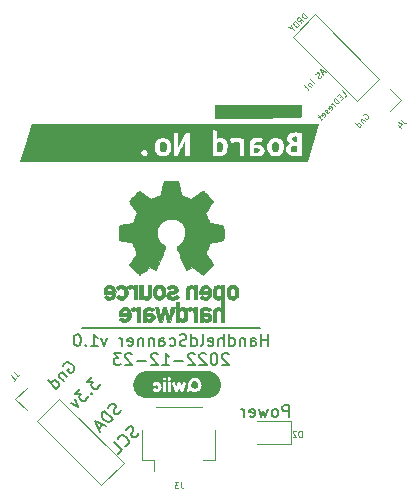
<source format=gbr>
%TF.GenerationSoftware,KiCad,Pcbnew,(6.0.0)*%
%TF.CreationDate,2023-06-19T18:06:32-05:00*%
%TF.ProjectId,RoundScanner,526f756e-6453-4636-916e-6e65722e6b69,1.0*%
%TF.SameCoordinates,Original*%
%TF.FileFunction,Legend,Bot*%
%TF.FilePolarity,Positive*%
%FSLAX46Y46*%
G04 Gerber Fmt 4.6, Leading zero omitted, Abs format (unit mm)*
G04 Created by KiCad (PCBNEW (6.0.0)) date 2023-06-19 18:06:32*
%MOMM*%
%LPD*%
G01*
G04 APERTURE LIST*
%ADD10C,0.150000*%
%ADD11C,0.100000*%
%ADD12C,0.200000*%
%ADD13C,0.125000*%
%ADD14C,0.120000*%
%ADD15C,0.010000*%
G04 APERTURE END LIST*
D10*
X96837500Y-115570000D02*
X81724500Y-115570000D01*
X97471476Y-117122380D02*
X97471476Y-116122380D01*
X97471476Y-116598571D02*
X96900047Y-116598571D01*
X96900047Y-117122380D02*
X96900047Y-116122380D01*
X95995285Y-117122380D02*
X95995285Y-116598571D01*
X96042904Y-116503333D01*
X96138142Y-116455714D01*
X96328619Y-116455714D01*
X96423857Y-116503333D01*
X95995285Y-117074761D02*
X96090523Y-117122380D01*
X96328619Y-117122380D01*
X96423857Y-117074761D01*
X96471476Y-116979523D01*
X96471476Y-116884285D01*
X96423857Y-116789047D01*
X96328619Y-116741428D01*
X96090523Y-116741428D01*
X95995285Y-116693809D01*
X95519095Y-116455714D02*
X95519095Y-117122380D01*
X95519095Y-116550952D02*
X95471476Y-116503333D01*
X95376238Y-116455714D01*
X95233380Y-116455714D01*
X95138142Y-116503333D01*
X95090523Y-116598571D01*
X95090523Y-117122380D01*
X94185761Y-117122380D02*
X94185761Y-116122380D01*
X94185761Y-117074761D02*
X94281000Y-117122380D01*
X94471476Y-117122380D01*
X94566714Y-117074761D01*
X94614333Y-117027142D01*
X94661952Y-116931904D01*
X94661952Y-116646190D01*
X94614333Y-116550952D01*
X94566714Y-116503333D01*
X94471476Y-116455714D01*
X94281000Y-116455714D01*
X94185761Y-116503333D01*
X93709571Y-117122380D02*
X93709571Y-116122380D01*
X93281000Y-117122380D02*
X93281000Y-116598571D01*
X93328619Y-116503333D01*
X93423857Y-116455714D01*
X93566714Y-116455714D01*
X93661952Y-116503333D01*
X93709571Y-116550952D01*
X92423857Y-117074761D02*
X92519095Y-117122380D01*
X92709571Y-117122380D01*
X92804809Y-117074761D01*
X92852428Y-116979523D01*
X92852428Y-116598571D01*
X92804809Y-116503333D01*
X92709571Y-116455714D01*
X92519095Y-116455714D01*
X92423857Y-116503333D01*
X92376238Y-116598571D01*
X92376238Y-116693809D01*
X92852428Y-116789047D01*
X91804809Y-117122380D02*
X91900047Y-117074761D01*
X91947666Y-116979523D01*
X91947666Y-116122380D01*
X90995285Y-117122380D02*
X90995285Y-116122380D01*
X90995285Y-117074761D02*
X91090523Y-117122380D01*
X91281000Y-117122380D01*
X91376238Y-117074761D01*
X91423857Y-117027142D01*
X91471476Y-116931904D01*
X91471476Y-116646190D01*
X91423857Y-116550952D01*
X91376238Y-116503333D01*
X91281000Y-116455714D01*
X91090523Y-116455714D01*
X90995285Y-116503333D01*
X90566714Y-117074761D02*
X90423857Y-117122380D01*
X90185761Y-117122380D01*
X90090523Y-117074761D01*
X90042904Y-117027142D01*
X89995285Y-116931904D01*
X89995285Y-116836666D01*
X90042904Y-116741428D01*
X90090523Y-116693809D01*
X90185761Y-116646190D01*
X90376238Y-116598571D01*
X90471476Y-116550952D01*
X90519095Y-116503333D01*
X90566714Y-116408095D01*
X90566714Y-116312857D01*
X90519095Y-116217619D01*
X90471476Y-116170000D01*
X90376238Y-116122380D01*
X90138142Y-116122380D01*
X89995285Y-116170000D01*
X89138142Y-117074761D02*
X89233380Y-117122380D01*
X89423857Y-117122380D01*
X89519095Y-117074761D01*
X89566714Y-117027142D01*
X89614333Y-116931904D01*
X89614333Y-116646190D01*
X89566714Y-116550952D01*
X89519095Y-116503333D01*
X89423857Y-116455714D01*
X89233380Y-116455714D01*
X89138142Y-116503333D01*
X88281000Y-117122380D02*
X88281000Y-116598571D01*
X88328619Y-116503333D01*
X88423857Y-116455714D01*
X88614333Y-116455714D01*
X88709571Y-116503333D01*
X88281000Y-117074761D02*
X88376238Y-117122380D01*
X88614333Y-117122380D01*
X88709571Y-117074761D01*
X88757190Y-116979523D01*
X88757190Y-116884285D01*
X88709571Y-116789047D01*
X88614333Y-116741428D01*
X88376238Y-116741428D01*
X88281000Y-116693809D01*
X87804809Y-116455714D02*
X87804809Y-117122380D01*
X87804809Y-116550952D02*
X87757190Y-116503333D01*
X87661952Y-116455714D01*
X87519095Y-116455714D01*
X87423857Y-116503333D01*
X87376238Y-116598571D01*
X87376238Y-117122380D01*
X86900047Y-116455714D02*
X86900047Y-117122380D01*
X86900047Y-116550952D02*
X86852428Y-116503333D01*
X86757190Y-116455714D01*
X86614333Y-116455714D01*
X86519095Y-116503333D01*
X86471476Y-116598571D01*
X86471476Y-117122380D01*
X85614333Y-117074761D02*
X85709571Y-117122380D01*
X85900047Y-117122380D01*
X85995285Y-117074761D01*
X86042904Y-116979523D01*
X86042904Y-116598571D01*
X85995285Y-116503333D01*
X85900047Y-116455714D01*
X85709571Y-116455714D01*
X85614333Y-116503333D01*
X85566714Y-116598571D01*
X85566714Y-116693809D01*
X86042904Y-116789047D01*
X85138142Y-117122380D02*
X85138142Y-116455714D01*
X85138142Y-116646190D02*
X85090523Y-116550952D01*
X85042904Y-116503333D01*
X84947666Y-116455714D01*
X84852428Y-116455714D01*
X83852428Y-116455714D02*
X83614333Y-117122380D01*
X83376238Y-116455714D01*
X82471476Y-117122380D02*
X83042904Y-117122380D01*
X82757190Y-117122380D02*
X82757190Y-116122380D01*
X82852428Y-116265238D01*
X82947666Y-116360476D01*
X83042904Y-116408095D01*
X82042904Y-117027142D02*
X81995285Y-117074761D01*
X82042904Y-117122380D01*
X82090523Y-117074761D01*
X82042904Y-117027142D01*
X82042904Y-117122380D01*
X81376238Y-116122380D02*
X81281000Y-116122380D01*
X81185761Y-116170000D01*
X81138142Y-116217619D01*
X81090523Y-116312857D01*
X81042904Y-116503333D01*
X81042904Y-116741428D01*
X81090523Y-116931904D01*
X81138142Y-117027142D01*
X81185761Y-117074761D01*
X81281000Y-117122380D01*
X81376238Y-117122380D01*
X81471476Y-117074761D01*
X81519095Y-117027142D01*
X81566714Y-116931904D01*
X81614333Y-116741428D01*
X81614333Y-116503333D01*
X81566714Y-116312857D01*
X81519095Y-116217619D01*
X81471476Y-116170000D01*
X81376238Y-116122380D01*
X94138142Y-117827619D02*
X94090523Y-117780000D01*
X93995285Y-117732380D01*
X93757190Y-117732380D01*
X93661952Y-117780000D01*
X93614333Y-117827619D01*
X93566714Y-117922857D01*
X93566714Y-118018095D01*
X93614333Y-118160952D01*
X94185761Y-118732380D01*
X93566714Y-118732380D01*
X92947666Y-117732380D02*
X92852428Y-117732380D01*
X92757190Y-117780000D01*
X92709571Y-117827619D01*
X92661952Y-117922857D01*
X92614333Y-118113333D01*
X92614333Y-118351428D01*
X92661952Y-118541904D01*
X92709571Y-118637142D01*
X92757190Y-118684761D01*
X92852428Y-118732380D01*
X92947666Y-118732380D01*
X93042904Y-118684761D01*
X93090523Y-118637142D01*
X93138142Y-118541904D01*
X93185761Y-118351428D01*
X93185761Y-118113333D01*
X93138142Y-117922857D01*
X93090523Y-117827619D01*
X93042904Y-117780000D01*
X92947666Y-117732380D01*
X92233380Y-117827619D02*
X92185761Y-117780000D01*
X92090523Y-117732380D01*
X91852428Y-117732380D01*
X91757190Y-117780000D01*
X91709571Y-117827619D01*
X91661952Y-117922857D01*
X91661952Y-118018095D01*
X91709571Y-118160952D01*
X92281000Y-118732380D01*
X91661952Y-118732380D01*
X91281000Y-117827619D02*
X91233380Y-117780000D01*
X91138142Y-117732380D01*
X90900047Y-117732380D01*
X90804809Y-117780000D01*
X90757190Y-117827619D01*
X90709571Y-117922857D01*
X90709571Y-118018095D01*
X90757190Y-118160952D01*
X91328619Y-118732380D01*
X90709571Y-118732380D01*
X90281000Y-118351428D02*
X89519095Y-118351428D01*
X88519095Y-118732380D02*
X89090523Y-118732380D01*
X88804809Y-118732380D02*
X88804809Y-117732380D01*
X88900047Y-117875238D01*
X88995285Y-117970476D01*
X89090523Y-118018095D01*
X88138142Y-117827619D02*
X88090523Y-117780000D01*
X87995285Y-117732380D01*
X87757190Y-117732380D01*
X87661952Y-117780000D01*
X87614333Y-117827619D01*
X87566714Y-117922857D01*
X87566714Y-118018095D01*
X87614333Y-118160952D01*
X88185761Y-118732380D01*
X87566714Y-118732380D01*
X87138142Y-118351428D02*
X86376238Y-118351428D01*
X85947666Y-117827619D02*
X85900047Y-117780000D01*
X85804809Y-117732380D01*
X85566714Y-117732380D01*
X85471476Y-117780000D01*
X85423857Y-117827619D01*
X85376238Y-117922857D01*
X85376238Y-118018095D01*
X85423857Y-118160952D01*
X85995285Y-118732380D01*
X85376238Y-118732380D01*
X85042904Y-117732380D02*
X84423857Y-117732380D01*
X84757190Y-118113333D01*
X84614333Y-118113333D01*
X84519095Y-118160952D01*
X84471476Y-118208571D01*
X84423857Y-118303809D01*
X84423857Y-118541904D01*
X84471476Y-118637142D01*
X84519095Y-118684761D01*
X84614333Y-118732380D01*
X84900047Y-118732380D01*
X84995285Y-118684761D01*
X85042904Y-118637142D01*
D11*
X103953207Y-96010673D02*
X104121566Y-95842315D01*
X103768013Y-95488761D01*
X103650162Y-95943330D02*
X103532310Y-96061181D01*
X103666997Y-96296883D02*
X103835356Y-96128524D01*
X103481803Y-95774971D01*
X103313444Y-95943330D01*
X103515475Y-96448406D02*
X103161921Y-96094853D01*
X103077742Y-96179032D01*
X103044070Y-96246376D01*
X103044070Y-96313719D01*
X103060906Y-96364227D01*
X103111414Y-96448406D01*
X103161921Y-96498914D01*
X103246101Y-96549421D01*
X103296608Y-96566257D01*
X103363952Y-96566257D01*
X103431295Y-96532585D01*
X103515475Y-96448406D01*
X103161921Y-96801959D02*
X102926219Y-96566257D01*
X102993562Y-96633601D02*
X102943055Y-96616765D01*
X102909383Y-96616765D01*
X102858875Y-96633601D01*
X102825204Y-96667272D01*
X102791532Y-97138677D02*
X102842040Y-97121841D01*
X102909383Y-97054498D01*
X102926219Y-97003990D01*
X102909383Y-96953482D01*
X102774696Y-96818795D01*
X102724188Y-96801959D01*
X102673681Y-96818795D01*
X102606337Y-96886139D01*
X102589501Y-96936646D01*
X102606337Y-96987154D01*
X102640009Y-97020826D01*
X102842040Y-96886139D01*
X102640009Y-97290200D02*
X102623173Y-97340707D01*
X102555830Y-97408051D01*
X102505322Y-97424887D01*
X102454814Y-97408051D01*
X102437979Y-97391215D01*
X102421143Y-97340707D01*
X102437979Y-97290200D01*
X102488486Y-97239692D01*
X102505322Y-97189185D01*
X102488486Y-97138677D01*
X102471650Y-97121841D01*
X102421143Y-97105005D01*
X102370635Y-97121841D01*
X102320127Y-97172349D01*
X102303292Y-97222856D01*
X102202276Y-97727933D02*
X102252784Y-97711097D01*
X102320127Y-97643753D01*
X102336963Y-97593246D01*
X102320127Y-97542738D01*
X102185440Y-97408051D01*
X102134933Y-97391215D01*
X102084425Y-97408051D01*
X102017082Y-97475394D01*
X102000246Y-97525902D01*
X102017082Y-97576410D01*
X102050753Y-97610081D01*
X102252784Y-97475394D01*
X101865559Y-97626917D02*
X101730872Y-97761604D01*
X101697200Y-97559574D02*
X102000246Y-97862620D01*
X102017082Y-97913127D01*
X102000246Y-97963635D01*
X101966574Y-97997307D01*
D10*
X85011099Y-122571320D02*
X84943755Y-122706007D01*
X84775396Y-122874366D01*
X84674381Y-122908038D01*
X84607038Y-122908038D01*
X84506022Y-122874366D01*
X84438679Y-122807022D01*
X84405007Y-122706007D01*
X84405007Y-122638664D01*
X84438679Y-122537648D01*
X84539694Y-122369290D01*
X84573366Y-122268274D01*
X84573366Y-122200931D01*
X84539694Y-122099916D01*
X84472351Y-122032572D01*
X84371335Y-121998900D01*
X84303992Y-121998900D01*
X84202977Y-122032572D01*
X84034618Y-122200931D01*
X83967274Y-122335618D01*
X84337664Y-123312099D02*
X83630557Y-122604992D01*
X83462198Y-122773351D01*
X83394855Y-122908038D01*
X83394855Y-123042725D01*
X83428526Y-123143740D01*
X83529542Y-123312099D01*
X83630557Y-123413114D01*
X83798916Y-123514129D01*
X83899931Y-123547801D01*
X84034618Y-123547801D01*
X84169305Y-123480457D01*
X84337664Y-123312099D01*
X83462198Y-123783503D02*
X83125481Y-124120221D01*
X83731572Y-123918190D02*
X82788763Y-123446786D01*
X83260168Y-124389595D01*
D11*
X105495127Y-97605318D02*
X105511963Y-97554811D01*
X105562471Y-97504303D01*
X105629814Y-97470631D01*
X105697158Y-97470631D01*
X105747666Y-97487467D01*
X105831845Y-97537975D01*
X105882353Y-97588482D01*
X105932860Y-97672662D01*
X105949696Y-97723169D01*
X105949696Y-97790513D01*
X105916024Y-97857856D01*
X105882353Y-97891528D01*
X105815009Y-97925200D01*
X105781337Y-97925200D01*
X105663486Y-97807349D01*
X105730830Y-97740005D01*
X105427784Y-97874692D02*
X105663486Y-98110394D01*
X105461456Y-97908364D02*
X105427784Y-97908364D01*
X105377276Y-97925200D01*
X105326769Y-97975707D01*
X105309933Y-98026215D01*
X105326769Y-98076723D01*
X105511963Y-98261917D01*
X105192082Y-98581799D02*
X104838528Y-98228246D01*
X105175246Y-98564963D02*
X105225753Y-98548127D01*
X105293097Y-98480784D01*
X105309933Y-98430276D01*
X105309933Y-98396604D01*
X105293097Y-98346097D01*
X105192082Y-98245081D01*
X105141574Y-98228246D01*
X105107902Y-98228246D01*
X105057395Y-98245081D01*
X104990051Y-98312425D01*
X104973215Y-98362933D01*
D10*
X86501427Y-124509992D02*
X86434083Y-124644679D01*
X86265725Y-124813038D01*
X86164709Y-124846709D01*
X86097366Y-124846709D01*
X85996351Y-124813038D01*
X85929007Y-124745694D01*
X85895335Y-124644679D01*
X85895335Y-124577335D01*
X85929007Y-124476320D01*
X86030022Y-124307961D01*
X86063694Y-124206946D01*
X86063694Y-124139603D01*
X86030022Y-124038587D01*
X85962679Y-123971244D01*
X85861664Y-123937572D01*
X85794320Y-123937572D01*
X85693305Y-123971244D01*
X85524946Y-124139603D01*
X85457603Y-124274290D01*
X85356587Y-125587488D02*
X85423931Y-125587488D01*
X85558618Y-125520144D01*
X85625961Y-125452801D01*
X85693305Y-125318114D01*
X85693305Y-125183427D01*
X85659633Y-125082412D01*
X85558618Y-124914053D01*
X85457603Y-124813038D01*
X85289244Y-124712022D01*
X85188229Y-124678351D01*
X85053542Y-124678351D01*
X84918855Y-124745694D01*
X84851511Y-124813038D01*
X84784168Y-124947725D01*
X84784168Y-125015068D01*
X84784168Y-126294595D02*
X85120885Y-125957877D01*
X84413778Y-125250770D01*
D11*
X102220952Y-93857898D02*
X102052593Y-94026257D01*
X102355639Y-93925242D02*
X101884234Y-93689540D01*
X102119936Y-94160944D01*
X102002085Y-94245124D02*
X101968414Y-94312467D01*
X101884234Y-94396646D01*
X101833727Y-94413482D01*
X101800055Y-94413482D01*
X101749547Y-94396646D01*
X101715875Y-94362975D01*
X101699040Y-94312467D01*
X101699040Y-94278795D01*
X101715875Y-94228288D01*
X101766383Y-94144108D01*
X101783219Y-94093601D01*
X101783219Y-94059929D01*
X101766383Y-94009421D01*
X101732711Y-93975750D01*
X101682204Y-93958914D01*
X101648532Y-93958914D01*
X101598024Y-93975750D01*
X101513845Y-94059929D01*
X101480173Y-94127272D01*
X101395994Y-94884887D02*
X101042440Y-94531333D01*
X100991933Y-94817543D02*
X101227635Y-95053246D01*
X101025605Y-94851215D02*
X100991933Y-94851215D01*
X100941425Y-94868051D01*
X100890918Y-94918559D01*
X100874082Y-94969066D01*
X100890918Y-95019574D01*
X101076112Y-95204768D01*
X100722559Y-95086917D02*
X100587872Y-95221604D01*
X100554200Y-95019574D02*
X100857246Y-95322620D01*
X100874082Y-95373127D01*
X100857246Y-95423635D01*
X100823574Y-95457307D01*
D12*
X99258190Y-123134380D02*
X99258190Y-122134380D01*
X98877238Y-122134380D01*
X98782000Y-122182000D01*
X98734380Y-122229619D01*
X98686761Y-122324857D01*
X98686761Y-122467714D01*
X98734380Y-122562952D01*
X98782000Y-122610571D01*
X98877238Y-122658190D01*
X99258190Y-122658190D01*
X98115333Y-123134380D02*
X98210571Y-123086761D01*
X98258190Y-123039142D01*
X98305809Y-122943904D01*
X98305809Y-122658190D01*
X98258190Y-122562952D01*
X98210571Y-122515333D01*
X98115333Y-122467714D01*
X97972476Y-122467714D01*
X97877238Y-122515333D01*
X97829619Y-122562952D01*
X97782000Y-122658190D01*
X97782000Y-122943904D01*
X97829619Y-123039142D01*
X97877238Y-123086761D01*
X97972476Y-123134380D01*
X98115333Y-123134380D01*
X97448666Y-122467714D02*
X97258190Y-123134380D01*
X97067714Y-122658190D01*
X96877238Y-123134380D01*
X96686761Y-122467714D01*
X95924857Y-123086761D02*
X96020095Y-123134380D01*
X96210571Y-123134380D01*
X96305809Y-123086761D01*
X96353428Y-122991523D01*
X96353428Y-122610571D01*
X96305809Y-122515333D01*
X96210571Y-122467714D01*
X96020095Y-122467714D01*
X95924857Y-122515333D01*
X95877238Y-122610571D01*
X95877238Y-122705809D01*
X96353428Y-122801047D01*
X95448666Y-123134380D02*
X95448666Y-122467714D01*
X95448666Y-122658190D02*
X95401047Y-122562952D01*
X95353428Y-122515333D01*
X95258190Y-122467714D01*
X95162952Y-122467714D01*
D10*
X80157274Y-118779618D02*
X80190946Y-118678603D01*
X80291961Y-118577587D01*
X80426648Y-118510244D01*
X80561335Y-118510244D01*
X80662351Y-118543916D01*
X80830709Y-118644931D01*
X80931725Y-118745946D01*
X81032740Y-118914305D01*
X81066412Y-119015320D01*
X81066412Y-119150007D01*
X80999068Y-119284694D01*
X80931725Y-119352038D01*
X80797038Y-119419381D01*
X80729694Y-119419381D01*
X80493992Y-119183679D01*
X80628679Y-119048992D01*
X80022587Y-119318366D02*
X80493992Y-119789770D01*
X80089931Y-119385709D02*
X80022587Y-119385709D01*
X79921572Y-119419381D01*
X79820557Y-119520396D01*
X79786885Y-119621412D01*
X79820557Y-119722427D01*
X80190946Y-120092816D01*
X79551183Y-120732579D02*
X78844076Y-120025473D01*
X79517511Y-120698908D02*
X79618526Y-120665236D01*
X79753213Y-120530549D01*
X79786885Y-120429534D01*
X79786885Y-120362190D01*
X79753213Y-120261175D01*
X79551183Y-120059144D01*
X79450168Y-120025473D01*
X79382824Y-120025473D01*
X79281809Y-120059144D01*
X79147122Y-120193831D01*
X79113450Y-120294847D01*
D11*
X100799429Y-89258452D02*
X100445875Y-88904898D01*
X100361696Y-88989078D01*
X100328024Y-89056421D01*
X100328024Y-89123765D01*
X100344860Y-89174272D01*
X100395368Y-89258452D01*
X100445875Y-89308959D01*
X100530055Y-89359467D01*
X100580562Y-89376303D01*
X100647906Y-89376303D01*
X100715249Y-89342631D01*
X100799429Y-89258452D01*
X100243845Y-89814036D02*
X100193337Y-89527826D01*
X100445875Y-89612005D02*
X100092322Y-89258452D01*
X99957635Y-89393139D01*
X99940799Y-89443646D01*
X99940799Y-89477318D01*
X99957635Y-89527826D01*
X100008143Y-89578333D01*
X100058650Y-89595169D01*
X100092322Y-89595169D01*
X100142830Y-89578333D01*
X100277517Y-89443646D01*
X100092322Y-89965559D02*
X99738769Y-89612005D01*
X99654589Y-89696185D01*
X99620918Y-89763528D01*
X99620918Y-89830872D01*
X99637753Y-89881379D01*
X99688261Y-89965559D01*
X99738769Y-90016066D01*
X99822948Y-90066574D01*
X99873456Y-90083410D01*
X99940799Y-90083410D01*
X100008143Y-90049738D01*
X100092322Y-89965559D01*
X99503066Y-90218097D02*
X99671425Y-90386455D01*
X99435723Y-89915051D02*
X99503066Y-90218097D01*
X99200021Y-90150753D01*
D10*
X82575038Y-119723511D02*
X82137305Y-120161244D01*
X82642381Y-120194916D01*
X82541366Y-120295931D01*
X82507694Y-120396946D01*
X82507694Y-120464290D01*
X82541366Y-120565305D01*
X82709725Y-120733664D01*
X82810740Y-120767335D01*
X82878083Y-120767335D01*
X82979099Y-120733664D01*
X83181129Y-120531633D01*
X83214801Y-120430618D01*
X83214801Y-120363274D01*
X82474022Y-121104053D02*
X82474022Y-121171396D01*
X82541366Y-121171396D01*
X82541366Y-121104053D01*
X82474022Y-121104053D01*
X82541366Y-121171396D01*
X81564885Y-120733664D02*
X81127152Y-121171396D01*
X81632229Y-121205068D01*
X81531213Y-121306083D01*
X81497542Y-121407099D01*
X81497542Y-121474442D01*
X81531213Y-121575457D01*
X81699572Y-121743816D01*
X81800587Y-121777488D01*
X81867931Y-121777488D01*
X81968946Y-121743816D01*
X82170977Y-121541786D01*
X82204648Y-121440770D01*
X82204648Y-121373427D01*
X81127152Y-121642801D02*
X81430198Y-122282564D01*
X80790435Y-121979518D01*
D13*
%TO.C,J4*%
X108713924Y-97966222D02*
X108966462Y-98218760D01*
X109033806Y-98252432D01*
X109101149Y-98252432D01*
X109168493Y-98218760D01*
X109202164Y-98185088D01*
X108511894Y-98403955D02*
X108747596Y-98639657D01*
X108461386Y-98185088D02*
X108798103Y-98353447D01*
X108579237Y-98572313D01*
%TO.C,J1*%
X75941224Y-119358167D02*
X76193762Y-119610705D01*
X76261106Y-119644377D01*
X76328449Y-119644377D01*
X76395793Y-119610705D01*
X76429464Y-119577033D01*
X75941224Y-120065274D02*
X76143255Y-119863243D01*
X76042239Y-119964258D02*
X75688686Y-119610705D01*
X75772865Y-119627541D01*
X75840209Y-119627541D01*
X75890716Y-119610705D01*
%TO.C,J3*%
X90082666Y-128674190D02*
X90082666Y-129031333D01*
X90106476Y-129102761D01*
X90154095Y-129150380D01*
X90225523Y-129174190D01*
X90273142Y-129174190D01*
X89892190Y-128674190D02*
X89582666Y-128674190D01*
X89749333Y-128864666D01*
X89677904Y-128864666D01*
X89630285Y-128888476D01*
X89606476Y-128912285D01*
X89582666Y-128959904D01*
X89582666Y-129078952D01*
X89606476Y-129126571D01*
X89630285Y-129150380D01*
X89677904Y-129174190D01*
X89820761Y-129174190D01*
X89868380Y-129150380D01*
X89892190Y-129126571D01*
%TO.C,D2*%
X100318047Y-124813190D02*
X100318047Y-124313190D01*
X100199000Y-124313190D01*
X100127571Y-124337000D01*
X100079952Y-124384619D01*
X100056142Y-124432238D01*
X100032333Y-124527476D01*
X100032333Y-124598904D01*
X100056142Y-124694142D01*
X100079952Y-124741761D01*
X100127571Y-124789380D01*
X100199000Y-124813190D01*
X100318047Y-124813190D01*
X99841857Y-124360809D02*
X99818047Y-124337000D01*
X99770428Y-124313190D01*
X99651380Y-124313190D01*
X99603761Y-124337000D01*
X99579952Y-124360809D01*
X99556142Y-124408428D01*
X99556142Y-124456047D01*
X99579952Y-124527476D01*
X99865666Y-124813190D01*
X99556142Y-124813190D01*
D14*
%TO.C,J4*%
X99561942Y-90930846D02*
X101442846Y-89049942D01*
X104992522Y-96361426D02*
X99561942Y-90930846D01*
X106873426Y-94480522D02*
X101442846Y-89049942D01*
X107771452Y-97259452D02*
X108711904Y-96319000D01*
X108711904Y-96319000D02*
X107771452Y-95378548D01*
X104992522Y-96361426D02*
X106873426Y-94480522D01*
%TO.C,kibuzzard-6346913B*%
G36*
X99855668Y-99385437D02*
G01*
X99941393Y-99394962D01*
X99941393Y-99845812D01*
X99788993Y-99845812D01*
X99563568Y-99780725D01*
X99487368Y-99601337D01*
X99509593Y-99488625D01*
X99569918Y-99421950D01*
X99658818Y-99390200D01*
X99763593Y-99382262D01*
X99855668Y-99385437D01*
G37*
G36*
X77463452Y-98314007D02*
G01*
X101825544Y-98314007D01*
X100844548Y-101583993D01*
X76482456Y-101583993D01*
X76723875Y-100779263D01*
X86723868Y-100779263D01*
X86809593Y-100991988D01*
X87006443Y-101065013D01*
X87114393Y-101045963D01*
X87204881Y-100990400D01*
X87268381Y-100901500D01*
X87292193Y-100779263D01*
X87268381Y-100660200D01*
X87204881Y-100572888D01*
X87114393Y-100518913D01*
X87006443Y-100499863D01*
X86809593Y-100572888D01*
X86723868Y-100779263D01*
X76723875Y-100779263D01*
X76873418Y-100280788D01*
X87892268Y-100280788D01*
X87904968Y-100450253D01*
X87943068Y-100603050D01*
X88004187Y-100737591D01*
X88085943Y-100852288D01*
X88187146Y-100945156D01*
X88306606Y-101014213D01*
X88442734Y-101057075D01*
X88593943Y-101071363D01*
X88745153Y-101057075D01*
X88830863Y-101030088D01*
X89536918Y-101030088D01*
X89851243Y-101030088D01*
X89942789Y-100812247D01*
X90039627Y-100594760D01*
X90141756Y-100377625D01*
X90249177Y-100160490D01*
X90361889Y-99943003D01*
X90479893Y-99725162D01*
X90479893Y-101030088D01*
X90832318Y-101030088D01*
X90832318Y-99064762D01*
X90517993Y-99064762D01*
X90429093Y-99210416D01*
X90340193Y-99367975D01*
X90252484Y-99531091D01*
X90167156Y-99693412D01*
X90086193Y-99852956D01*
X90011581Y-100007738D01*
X89945303Y-100150613D01*
X89889343Y-100274438D01*
X89889343Y-99064762D01*
X89536918Y-99064762D01*
X89536918Y-101030088D01*
X88830863Y-101030088D01*
X88881281Y-101014213D01*
X89001137Y-100945156D01*
X89103531Y-100852288D01*
X89186478Y-100737591D01*
X89247993Y-100603050D01*
X89286093Y-100450253D01*
X89298793Y-100280788D01*
X89285696Y-100113703D01*
X89246406Y-99961700D01*
X89183699Y-99827556D01*
X89100356Y-99714050D01*
X88997565Y-99622769D01*
X88876518Y-99555300D01*
X88740787Y-99513628D01*
X88593943Y-99499737D01*
X88445115Y-99513628D01*
X88309781Y-99555300D01*
X88189924Y-99622769D01*
X88087531Y-99714050D01*
X88004584Y-99827556D01*
X87943068Y-99961700D01*
X87904968Y-100113703D01*
X87892268Y-100280788D01*
X76873418Y-100280788D01*
X77309663Y-98826637D01*
X92788118Y-98826637D01*
X92788118Y-100985638D01*
X92907974Y-101017388D01*
X93051643Y-101042788D01*
X93205631Y-101059456D01*
X93356443Y-101065013D01*
X93570403Y-101042082D01*
X93746615Y-100973290D01*
X93885081Y-100858638D01*
X93984740Y-100704121D01*
X94044536Y-100515738D01*
X94064468Y-100293488D01*
X94047711Y-100067181D01*
X93997440Y-99875093D01*
X93913656Y-99717225D01*
X93797063Y-99599926D01*
X93739671Y-99572762D01*
X94283543Y-99572762D01*
X94353393Y-99934712D01*
X94443881Y-99915662D01*
X94550243Y-99898200D01*
X94655018Y-99887087D01*
X94740743Y-99883912D01*
X94902668Y-99891850D01*
X95064593Y-99922012D01*
X95064593Y-101030088D01*
X95458293Y-101030088D01*
X95458293Y-100995163D01*
X95928193Y-100995163D01*
X96182193Y-101039613D01*
X96360787Y-101058663D01*
X96560018Y-101065013D01*
X96818781Y-101039613D01*
X97017218Y-100955475D01*
X97144218Y-100803075D01*
X97188668Y-100572888D01*
X97137868Y-100353813D01*
X97068089Y-100280788D01*
X97417268Y-100280788D01*
X97429968Y-100450253D01*
X97468068Y-100603050D01*
X97529187Y-100737591D01*
X97610943Y-100852288D01*
X97712146Y-100945156D01*
X97831606Y-101014213D01*
X97967734Y-101057075D01*
X98118943Y-101071363D01*
X98270153Y-101057075D01*
X98406281Y-101014213D01*
X98526137Y-100945156D01*
X98628531Y-100852288D01*
X98711478Y-100737591D01*
X98772993Y-100603050D01*
X98811093Y-100450253D01*
X98812134Y-100436363D01*
X99014293Y-100436363D01*
X99029374Y-100599478D01*
X99074618Y-100733225D01*
X99238131Y-100923725D01*
X99350843Y-100984844D01*
X99482606Y-101025325D01*
X99629053Y-101047947D01*
X99785818Y-101055488D01*
X99918374Y-101051916D01*
X100055693Y-101041200D01*
X100194599Y-101023341D01*
X100331918Y-100998338D01*
X100331918Y-99090162D01*
X100087443Y-99056825D01*
X99823918Y-99042537D01*
X99622306Y-99054047D01*
X99461968Y-99088575D01*
X99242893Y-99209225D01*
X99134943Y-99375912D01*
X99106368Y-99560062D01*
X99123434Y-99691825D01*
X99174631Y-99807712D01*
X99357193Y-99979163D01*
X99189315Y-100064888D01*
X99085731Y-100176013D01*
X99032153Y-100303013D01*
X99014293Y-100436363D01*
X98812134Y-100436363D01*
X98823793Y-100280788D01*
X98810696Y-100113703D01*
X98771406Y-99961700D01*
X98708699Y-99827556D01*
X98625356Y-99714050D01*
X98522565Y-99622769D01*
X98401518Y-99555300D01*
X98265787Y-99513628D01*
X98118943Y-99499737D01*
X97970115Y-99513628D01*
X97834781Y-99555300D01*
X97714924Y-99622769D01*
X97612531Y-99714050D01*
X97529584Y-99827556D01*
X97468068Y-99961700D01*
X97429968Y-100113703D01*
X97417268Y-100280788D01*
X97068089Y-100280788D01*
X97001343Y-100210938D01*
X96804493Y-100133150D01*
X96572718Y-100109338D01*
X96429049Y-100115688D01*
X96302843Y-100134738D01*
X96302843Y-100087113D01*
X96372693Y-99901375D01*
X96467943Y-99845416D01*
X96613993Y-99826762D01*
X96828306Y-99842637D01*
X96994993Y-99880737D01*
X97048968Y-99566412D01*
X96842593Y-99520375D01*
X96706862Y-99504897D01*
X96566368Y-99499737D01*
X96397696Y-99510453D01*
X96259981Y-99542600D01*
X96064718Y-99663250D01*
X95959943Y-99853750D01*
X95928193Y-100106163D01*
X95928193Y-100995163D01*
X95458293Y-100995163D01*
X95458293Y-99636262D01*
X95300734Y-99584669D01*
X95139206Y-99544187D01*
X94961803Y-99517994D01*
X94756618Y-99509262D01*
X94666131Y-99512437D01*
X94540718Y-99523550D01*
X94405781Y-99542600D01*
X94283543Y-99572762D01*
X93739671Y-99572762D01*
X93648367Y-99529547D01*
X93467568Y-99506087D01*
X93311993Y-99523550D01*
X93178643Y-99572762D01*
X93178643Y-98893312D01*
X92788118Y-98826637D01*
X77309663Y-98826637D01*
X77463452Y-98314007D01*
G37*
G36*
X93521543Y-99870419D02*
G01*
X93604093Y-99953763D01*
X93651718Y-100089494D01*
X93667593Y-100274438D01*
X93648940Y-100456206D01*
X93592981Y-100601463D01*
X93495746Y-100696713D01*
X93353268Y-100728463D01*
X93264368Y-100725288D01*
X93178643Y-100715763D01*
X93178643Y-99902962D01*
X93280243Y-99860100D01*
X93400893Y-99842637D01*
X93521543Y-99870419D01*
G37*
G36*
X96610818Y-100390325D02*
G01*
X96710831Y-100417313D01*
X96779093Y-100471288D01*
X96804493Y-100563363D01*
X96728293Y-100707825D01*
X96531443Y-100750688D01*
X96407618Y-100749100D01*
X96302843Y-100741163D01*
X96302843Y-100398263D01*
X96394918Y-100387150D01*
X96493343Y-100382388D01*
X96610818Y-100390325D01*
G37*
G36*
X88727690Y-99870022D02*
G01*
X88824131Y-99961700D01*
X88882471Y-100103384D01*
X88901918Y-100283963D01*
X88884059Y-100464938D01*
X88830481Y-100607813D01*
X88737215Y-100700681D01*
X88600293Y-100731638D01*
X88466546Y-100700681D01*
X88370106Y-100607813D01*
X88311765Y-100464938D01*
X88292318Y-100283963D01*
X88310178Y-100103384D01*
X88363756Y-99961700D01*
X88457021Y-99870022D01*
X88593943Y-99839462D01*
X88727690Y-99870022D01*
G37*
G36*
X99941393Y-100703063D02*
G01*
X99850906Y-100712588D01*
X99754068Y-100715763D01*
X99623893Y-100704650D01*
X99511181Y-100663375D01*
X99430218Y-100577650D01*
X99398468Y-100436363D01*
X99488956Y-100231575D01*
X99731843Y-100169663D01*
X99941393Y-100169663D01*
X99941393Y-100703063D01*
G37*
G36*
X98252690Y-99870022D02*
G01*
X98349131Y-99961700D01*
X98407471Y-100103384D01*
X98426918Y-100283963D01*
X98409059Y-100464938D01*
X98355481Y-100607813D01*
X98262215Y-100700681D01*
X98125293Y-100731638D01*
X97991546Y-100700681D01*
X97895106Y-100607813D01*
X97836765Y-100464938D01*
X97817318Y-100283963D01*
X97835178Y-100103384D01*
X97888756Y-99961700D01*
X97982021Y-99870022D01*
X98118943Y-99839462D01*
X98252690Y-99870022D01*
G37*
%TO.C,kibuzzard-6398DD41*%
G36*
X91385231Y-120125133D02*
G01*
X91481275Y-120191212D01*
X91531546Y-120255859D01*
X91561708Y-120332324D01*
X91571763Y-120420606D01*
X91561620Y-120508889D01*
X91531193Y-120585353D01*
X91480481Y-120650000D01*
X91383842Y-120716080D01*
X91276488Y-120738106D01*
X91169331Y-120716675D01*
X91073288Y-120652381D01*
X91023017Y-120588705D01*
X90992854Y-120511976D01*
X90982800Y-120422194D01*
X90992942Y-120332235D01*
X91023369Y-120254977D01*
X91074081Y-120190419D01*
X91170720Y-120124934D01*
X91278075Y-120103106D01*
X91385231Y-120125133D01*
G37*
G36*
X92476701Y-119265745D02*
G01*
X92586949Y-119282099D01*
X92695063Y-119309180D01*
X92800003Y-119346728D01*
X92900757Y-119394381D01*
X92996355Y-119451680D01*
X93085876Y-119518074D01*
X93168458Y-119592922D01*
X93243307Y-119675504D01*
X93309700Y-119765026D01*
X93366999Y-119860623D01*
X93414652Y-119961377D01*
X93452200Y-120066317D01*
X93479282Y-120174431D01*
X93495635Y-120284680D01*
X93501104Y-120396000D01*
X93495635Y-120507320D01*
X93479282Y-120617569D01*
X93452200Y-120725683D01*
X93414652Y-120830623D01*
X93366999Y-120931377D01*
X93309700Y-121026974D01*
X93243307Y-121116496D01*
X93168458Y-121199078D01*
X93085876Y-121273926D01*
X92996355Y-121340320D01*
X92900757Y-121397619D01*
X92800003Y-121445272D01*
X92695063Y-121482820D01*
X92586949Y-121509901D01*
X92476701Y-121526255D01*
X92365380Y-121531724D01*
X87212620Y-121531724D01*
X87101299Y-121526255D01*
X86991051Y-121509901D01*
X86882937Y-121482820D01*
X86777997Y-121445272D01*
X86677243Y-121397619D01*
X86581645Y-121340320D01*
X86492124Y-121273926D01*
X86409542Y-121199078D01*
X86334693Y-121116496D01*
X86268300Y-121026974D01*
X86211001Y-120931377D01*
X86163890Y-120831769D01*
X87725250Y-120831769D01*
X87747078Y-120890109D01*
X87812562Y-120944481D01*
X87913369Y-120992106D01*
X88034812Y-121007981D01*
X88132003Y-120996163D01*
X88226724Y-120960709D01*
X88318975Y-120901619D01*
X88358530Y-120861931D01*
X88569800Y-120861931D01*
X88572181Y-120916700D01*
X88587262Y-120958769D01*
X88628141Y-120989725D01*
X88709500Y-121000044D01*
X88790066Y-120989328D01*
X88831737Y-120957181D01*
X88845231Y-120915906D01*
X88847544Y-120861931D01*
X88974612Y-120861931D01*
X88976994Y-120916700D01*
X88992075Y-120958769D01*
X89032953Y-120989725D01*
X89114312Y-121000044D01*
X89194878Y-120989328D01*
X89236550Y-120957181D01*
X89250044Y-120915906D01*
X89252425Y-120860344D01*
X89252425Y-120303131D01*
X89251390Y-120279319D01*
X89339737Y-120279319D01*
X89365137Y-120365837D01*
X89408000Y-120469819D01*
X89582625Y-120895269D01*
X89614375Y-120954800D01*
X89662000Y-120993694D01*
X89722325Y-121004806D01*
X89792969Y-120977025D01*
X89838213Y-120920669D01*
X89850913Y-120893681D01*
X89866964Y-120852053D01*
X89898185Y-120769503D01*
X89944575Y-120646031D01*
X89964220Y-120696236D01*
X89991406Y-120770650D01*
X90031094Y-120878600D01*
X90042206Y-120907175D01*
X90055700Y-120933369D01*
X90081100Y-120966706D01*
X90168413Y-121004806D01*
X90250963Y-120977025D01*
X90295413Y-120920669D01*
X90329611Y-120837325D01*
X90598625Y-120837325D01*
X90646250Y-120946069D01*
X90694272Y-120998456D01*
X90743088Y-121015919D01*
X90835163Y-120973056D01*
X90879613Y-120942894D01*
X90936763Y-120904794D01*
X91039244Y-120968294D01*
X91149840Y-121006394D01*
X91268550Y-121019094D01*
X91386769Y-121008180D01*
X91495364Y-120975438D01*
X91594335Y-120920867D01*
X91683681Y-120844469D01*
X91757649Y-120752989D01*
X91810483Y-120653175D01*
X91842183Y-120545027D01*
X91852750Y-120428544D01*
X91840844Y-120300948D01*
X91805125Y-120181687D01*
X91749563Y-120075920D01*
X91678125Y-119988806D01*
X91592797Y-119919353D01*
X91495563Y-119866569D01*
X91390788Y-119833231D01*
X91282838Y-119822119D01*
X91169232Y-119832735D01*
X91063366Y-119864584D01*
X90965238Y-119917666D01*
X90874850Y-119991981D01*
X90799146Y-120082568D01*
X90745072Y-120184466D01*
X90712627Y-120297674D01*
X90701813Y-120422194D01*
X90708339Y-120509859D01*
X90727918Y-120597172D01*
X90760550Y-120684131D01*
X90655775Y-120755569D01*
X90598625Y-120837325D01*
X90329611Y-120837325D01*
X90535125Y-120336469D01*
X90551000Y-120274556D01*
X90528378Y-120217803D01*
X90460513Y-120174544D01*
X90377963Y-120153906D01*
X90326369Y-120167400D01*
X90298588Y-120194387D01*
X90285888Y-120222169D01*
X90261369Y-120283552D01*
X90223799Y-120383035D01*
X90173175Y-120520619D01*
X90079513Y-120263444D01*
X90044588Y-120207881D01*
X89950925Y-120161844D01*
X89869169Y-120187244D01*
X89822338Y-120238044D01*
X89809638Y-120265031D01*
X89763953Y-120392031D01*
X89732732Y-120476698D01*
X89715975Y-120519031D01*
X89619137Y-120255506D01*
X89571512Y-120179306D01*
X89504837Y-120153906D01*
X89441337Y-120169781D01*
X89365137Y-120219391D01*
X89339737Y-120279319D01*
X89251390Y-120279319D01*
X89250044Y-120248362D01*
X89236550Y-120206294D01*
X89194481Y-120175337D01*
X89112725Y-120165019D01*
X89004775Y-120192006D01*
X88976200Y-120260269D01*
X88974612Y-120306306D01*
X88974612Y-120861931D01*
X88847544Y-120861931D01*
X88847612Y-120860344D01*
X88847612Y-120303131D01*
X88845231Y-120248362D01*
X88831737Y-120206294D01*
X88789669Y-120175337D01*
X88707912Y-120165019D01*
X88599962Y-120192006D01*
X88571387Y-120260269D01*
X88569800Y-120306306D01*
X88569800Y-120861931D01*
X88358530Y-120861931D01*
X88378109Y-120842286D01*
X88425337Y-120765888D01*
X88456294Y-120676591D01*
X88466612Y-120578563D01*
X88456294Y-120480931D01*
X88425337Y-120392825D01*
X88378109Y-120317617D01*
X88318975Y-120258681D01*
X88229193Y-120200473D01*
X88135531Y-120165548D01*
X88037987Y-120153906D01*
X87920512Y-120170575D01*
X87836375Y-120203119D01*
X87810975Y-120218994D01*
X87766525Y-120249156D01*
X87725250Y-120321387D01*
X87758587Y-120412669D01*
X87814547Y-120478153D01*
X87868125Y-120499981D01*
X87953850Y-120465056D01*
X88035606Y-120438069D01*
X88134825Y-120476169D01*
X88180862Y-120581738D01*
X88136412Y-120686513D01*
X88041956Y-120723819D01*
X87948294Y-120694450D01*
X87877650Y-120665081D01*
X87824866Y-120686116D01*
X87761762Y-120749219D01*
X87725250Y-120831769D01*
X86163890Y-120831769D01*
X86163348Y-120830623D01*
X86125800Y-120725683D01*
X86098718Y-120617569D01*
X86082365Y-120507320D01*
X86076896Y-120396000D01*
X86082365Y-120284680D01*
X86098718Y-120174431D01*
X86125800Y-120066317D01*
X86163348Y-119961377D01*
X86186415Y-119912606D01*
X88569800Y-119912606D01*
X88572181Y-119967375D01*
X88586469Y-120008650D01*
X88628537Y-120041194D01*
X88708706Y-120050719D01*
X88788875Y-120041194D01*
X88830944Y-120007856D01*
X88845231Y-119965787D01*
X88847543Y-119912606D01*
X88974612Y-119912606D01*
X88976994Y-119967375D01*
X88991281Y-120008650D01*
X89033350Y-120041194D01*
X89113519Y-120050719D01*
X89193687Y-120041194D01*
X89235756Y-120007856D01*
X89250044Y-119965787D01*
X89252425Y-119911019D01*
X89250044Y-119856250D01*
X89236550Y-119815769D01*
X89194481Y-119783622D01*
X89112725Y-119772906D01*
X89032556Y-119783622D01*
X88992075Y-119815769D01*
X88976994Y-119857837D01*
X88974612Y-119912606D01*
X88847543Y-119912606D01*
X88847612Y-119911019D01*
X88845231Y-119856250D01*
X88831737Y-119815769D01*
X88789669Y-119783622D01*
X88707912Y-119772906D01*
X88627744Y-119783622D01*
X88587262Y-119815769D01*
X88572181Y-119857837D01*
X88569800Y-119912606D01*
X86186415Y-119912606D01*
X86211001Y-119860623D01*
X86268300Y-119765026D01*
X86334693Y-119675504D01*
X86409542Y-119592922D01*
X86492124Y-119518074D01*
X86581645Y-119451680D01*
X86677243Y-119394381D01*
X86777997Y-119346728D01*
X86882937Y-119309180D01*
X86991051Y-119282099D01*
X87101299Y-119265745D01*
X87212620Y-119260276D01*
X92365380Y-119260276D01*
X92476701Y-119265745D01*
G37*
%TO.C,J1*%
X79814150Y-121585891D02*
X85244730Y-127016471D01*
X77035220Y-120687865D02*
X76094768Y-121628317D01*
X79814150Y-121585891D02*
X77933246Y-123466795D01*
X77933246Y-123466795D02*
X83363826Y-128897375D01*
X76094768Y-121628317D02*
X77035220Y-122568769D01*
X85244730Y-127016471D02*
X83363826Y-128897375D01*
%TO.C,J3*%
X87856000Y-126753000D02*
X87856000Y-127743000D01*
X87976000Y-122283000D02*
X91856000Y-122283000D01*
X93026000Y-126753000D02*
X91976000Y-126753000D01*
X86806000Y-124253000D02*
X86806000Y-126753000D01*
X93026000Y-124253000D02*
X93026000Y-126753000D01*
X86806000Y-126753000D02*
X87856000Y-126753000D01*
%TO.C,D2*%
X99396000Y-123500000D02*
X99396000Y-125420000D01*
X96536000Y-123500000D02*
X99396000Y-123500000D01*
X99396000Y-125420000D02*
X96536000Y-125420000D01*
%TO.C,LOGO2*%
G36*
X100313938Y-97302788D02*
G01*
X100313825Y-97393995D01*
X100313393Y-97500117D01*
X100312671Y-97596844D01*
X100311694Y-97681743D01*
X100310498Y-97752384D01*
X100309117Y-97806335D01*
X100307587Y-97841164D01*
X100305943Y-97854440D01*
X100304559Y-97854644D01*
X100284719Y-97855283D01*
X100242106Y-97855908D01*
X100177638Y-97856517D01*
X100092237Y-97857107D01*
X99986824Y-97857677D01*
X99862320Y-97858225D01*
X99719644Y-97858749D01*
X99559718Y-97859246D01*
X99383463Y-97859715D01*
X99191800Y-97860154D01*
X98985648Y-97860560D01*
X98765930Y-97860932D01*
X98533565Y-97861268D01*
X98289475Y-97861566D01*
X98034580Y-97861823D01*
X97769801Y-97862038D01*
X97496058Y-97862209D01*
X97214273Y-97862333D01*
X96925366Y-97862410D01*
X96630259Y-97862435D01*
X92962569Y-97862435D01*
X92962569Y-96759130D01*
X100313938Y-96759130D01*
X100313938Y-97302788D01*
G37*
D15*
%TO.C,LOGO1*%
X88071453Y-111996364D02*
X87945498Y-112064959D01*
X87945498Y-112064959D02*
X87846953Y-112173245D01*
X87846953Y-112173245D02*
X87800522Y-112261315D01*
X87800522Y-112261315D02*
X87780588Y-112339101D01*
X87780588Y-112339101D02*
X87767672Y-112449993D01*
X87767672Y-112449993D02*
X87762137Y-112577738D01*
X87762137Y-112577738D02*
X87764346Y-112706084D01*
X87764346Y-112706084D02*
X87774663Y-112818779D01*
X87774663Y-112818779D02*
X87786714Y-112878969D01*
X87786714Y-112878969D02*
X87827366Y-112961311D01*
X87827366Y-112961311D02*
X87897770Y-113048770D01*
X87897770Y-113048770D02*
X87982618Y-113125251D01*
X87982618Y-113125251D02*
X88066603Y-113174655D01*
X88066603Y-113174655D02*
X88068651Y-113175439D01*
X88068651Y-113175439D02*
X88172866Y-113197027D01*
X88172866Y-113197027D02*
X88296373Y-113197562D01*
X88296373Y-113197562D02*
X88413739Y-113177908D01*
X88413739Y-113177908D02*
X88459058Y-113162155D01*
X88459058Y-113162155D02*
X88575780Y-113095966D01*
X88575780Y-113095966D02*
X88659376Y-113009246D01*
X88659376Y-113009246D02*
X88714299Y-112894438D01*
X88714299Y-112894438D02*
X88745005Y-112743982D01*
X88745005Y-112743982D02*
X88751953Y-112665173D01*
X88751953Y-112665173D02*
X88751067Y-112566145D01*
X88751067Y-112566145D02*
X88484138Y-112566145D01*
X88484138Y-112566145D02*
X88475146Y-112710645D01*
X88475146Y-112710645D02*
X88449264Y-112820760D01*
X88449264Y-112820760D02*
X88408132Y-112891116D01*
X88408132Y-112891116D02*
X88378828Y-112911235D01*
X88378828Y-112911235D02*
X88303749Y-112925265D01*
X88303749Y-112925265D02*
X88214506Y-112921111D01*
X88214506Y-112921111D02*
X88137350Y-112900922D01*
X88137350Y-112900922D02*
X88117117Y-112889815D01*
X88117117Y-112889815D02*
X88063735Y-112825123D01*
X88063735Y-112825123D02*
X88028500Y-112726119D01*
X88028500Y-112726119D02*
X88013502Y-112605632D01*
X88013502Y-112605632D02*
X88020828Y-112476494D01*
X88020828Y-112476494D02*
X88037201Y-112398775D01*
X88037201Y-112398775D02*
X88084210Y-112308771D01*
X88084210Y-112308771D02*
X88158418Y-112252509D01*
X88158418Y-112252509D02*
X88247791Y-112233057D01*
X88247791Y-112233057D02*
X88340293Y-112253481D01*
X88340293Y-112253481D02*
X88411347Y-112303437D01*
X88411347Y-112303437D02*
X88448688Y-112344655D01*
X88448688Y-112344655D02*
X88470482Y-112385281D01*
X88470482Y-112385281D02*
X88480870Y-112440264D01*
X88480870Y-112440264D02*
X88483994Y-112524549D01*
X88483994Y-112524549D02*
X88484138Y-112566145D01*
X88484138Y-112566145D02*
X88751067Y-112566145D01*
X88751067Y-112566145D02*
X88750070Y-112454874D01*
X88750070Y-112454874D02*
X88715820Y-112282423D01*
X88715820Y-112282423D02*
X88649198Y-112147814D01*
X88649198Y-112147814D02*
X88550201Y-112051040D01*
X88550201Y-112051040D02*
X88418825Y-111992094D01*
X88418825Y-111992094D02*
X88390615Y-111985259D01*
X88390615Y-111985259D02*
X88221074Y-111969213D01*
X88221074Y-111969213D02*
X88071453Y-111996364D01*
X88071453Y-111996364D02*
X88071453Y-111996364D01*
G36*
X88745005Y-112743982D02*
G01*
X88714299Y-112894438D01*
X88659376Y-113009246D01*
X88575780Y-113095966D01*
X88459058Y-113162155D01*
X88413739Y-113177908D01*
X88296373Y-113197562D01*
X88172866Y-113197027D01*
X88068651Y-113175439D01*
X88066603Y-113174655D01*
X87982618Y-113125251D01*
X87897770Y-113048770D01*
X87827366Y-112961311D01*
X87786714Y-112878969D01*
X87774663Y-112818779D01*
X87764346Y-112706084D01*
X87762617Y-112605632D01*
X88013502Y-112605632D01*
X88028500Y-112726119D01*
X88063735Y-112825123D01*
X88117117Y-112889815D01*
X88137350Y-112900922D01*
X88214506Y-112921111D01*
X88303749Y-112925265D01*
X88378828Y-112911235D01*
X88408132Y-112891116D01*
X88449264Y-112820760D01*
X88475146Y-112710645D01*
X88484138Y-112566145D01*
X88483994Y-112524549D01*
X88480870Y-112440264D01*
X88470482Y-112385281D01*
X88448688Y-112344655D01*
X88411347Y-112303437D01*
X88340293Y-112253481D01*
X88247791Y-112233057D01*
X88158418Y-112252509D01*
X88084210Y-112308771D01*
X88037201Y-112398775D01*
X88020828Y-112476494D01*
X88013502Y-112605632D01*
X87762617Y-112605632D01*
X87762137Y-112577738D01*
X87767672Y-112449993D01*
X87780588Y-112339101D01*
X87800522Y-112261315D01*
X87846953Y-112173245D01*
X87945498Y-112064959D01*
X88071453Y-111996364D01*
X88221074Y-111969213D01*
X88390615Y-111985259D01*
X88418825Y-111992094D01*
X88550201Y-112051040D01*
X88649198Y-112147814D01*
X88715820Y-112282423D01*
X88750070Y-112454874D01*
X88751067Y-112566145D01*
X88751953Y-112665173D01*
X88745005Y-112743982D01*
G37*
X88745005Y-112743982D02*
X88714299Y-112894438D01*
X88659376Y-113009246D01*
X88575780Y-113095966D01*
X88459058Y-113162155D01*
X88413739Y-113177908D01*
X88296373Y-113197562D01*
X88172866Y-113197027D01*
X88068651Y-113175439D01*
X88066603Y-113174655D01*
X87982618Y-113125251D01*
X87897770Y-113048770D01*
X87827366Y-112961311D01*
X87786714Y-112878969D01*
X87774663Y-112818779D01*
X87764346Y-112706084D01*
X87762617Y-112605632D01*
X88013502Y-112605632D01*
X88028500Y-112726119D01*
X88063735Y-112825123D01*
X88117117Y-112889815D01*
X88137350Y-112900922D01*
X88214506Y-112921111D01*
X88303749Y-112925265D01*
X88378828Y-112911235D01*
X88408132Y-112891116D01*
X88449264Y-112820760D01*
X88475146Y-112710645D01*
X88484138Y-112566145D01*
X88483994Y-112524549D01*
X88480870Y-112440264D01*
X88470482Y-112385281D01*
X88448688Y-112344655D01*
X88411347Y-112303437D01*
X88340293Y-112253481D01*
X88247791Y-112233057D01*
X88158418Y-112252509D01*
X88084210Y-112308771D01*
X88037201Y-112398775D01*
X88020828Y-112476494D01*
X88013502Y-112605632D01*
X87762617Y-112605632D01*
X87762137Y-112577738D01*
X87767672Y-112449993D01*
X87780588Y-112339101D01*
X87800522Y-112261315D01*
X87846953Y-112173245D01*
X87945498Y-112064959D01*
X88071453Y-111996364D01*
X88221074Y-111969213D01*
X88390615Y-111985259D01*
X88418825Y-111992094D01*
X88550201Y-112051040D01*
X88649198Y-112147814D01*
X88715820Y-112282423D01*
X88750070Y-112454874D01*
X88751067Y-112566145D01*
X88751953Y-112665173D01*
X88745005Y-112743982D01*
X85717363Y-111980472D02*
X85631710Y-112006641D01*
X85631710Y-112006641D02*
X85576563Y-112039707D01*
X85576563Y-112039707D02*
X85558599Y-112065855D01*
X85558599Y-112065855D02*
X85563543Y-112096852D01*
X85563543Y-112096852D02*
X85595628Y-112145547D01*
X85595628Y-112145547D02*
X85622757Y-112180035D01*
X85622757Y-112180035D02*
X85678683Y-112242383D01*
X85678683Y-112242383D02*
X85720701Y-112268615D01*
X85720701Y-112268615D02*
X85756520Y-112266903D01*
X85756520Y-112266903D02*
X85862776Y-112239863D01*
X85862776Y-112239863D02*
X85940811Y-112241091D01*
X85940811Y-112241091D02*
X86004180Y-112271735D01*
X86004180Y-112271735D02*
X86025454Y-112289670D01*
X86025454Y-112289670D02*
X86093549Y-112352779D01*
X86093549Y-112352779D02*
X86093549Y-113176922D01*
X86093549Y-113176922D02*
X86367471Y-113176922D01*
X86367471Y-113176922D02*
X86367471Y-111981628D01*
X86367471Y-111981628D02*
X86230510Y-111981628D01*
X86230510Y-111981628D02*
X86148281Y-111984879D01*
X86148281Y-111984879D02*
X86105856Y-111996426D01*
X86105856Y-111996426D02*
X86093555Y-112018952D01*
X86093555Y-112018952D02*
X86093549Y-112019620D01*
X86093549Y-112019620D02*
X86087740Y-112043215D01*
X86087740Y-112043215D02*
X86061469Y-112040138D01*
X86061469Y-112040138D02*
X86025069Y-112023115D01*
X86025069Y-112023115D02*
X85949889Y-111991439D01*
X85949889Y-111991439D02*
X85888842Y-111972381D01*
X85888842Y-111972381D02*
X85810292Y-111967496D01*
X85810292Y-111967496D02*
X85717363Y-111980472D01*
X85717363Y-111980472D02*
X85717363Y-111980472D01*
G36*
X85888842Y-111972381D02*
G01*
X85949889Y-111991439D01*
X86025069Y-112023115D01*
X86061469Y-112040138D01*
X86087740Y-112043215D01*
X86093549Y-112019620D01*
X86093555Y-112018952D01*
X86105856Y-111996426D01*
X86148281Y-111984879D01*
X86230510Y-111981628D01*
X86367471Y-111981628D01*
X86367471Y-113176922D01*
X86093549Y-113176922D01*
X86093549Y-112352779D01*
X86025454Y-112289670D01*
X86004180Y-112271735D01*
X85940811Y-112241091D01*
X85862776Y-112239863D01*
X85756520Y-112266903D01*
X85720701Y-112268615D01*
X85678683Y-112242383D01*
X85622757Y-112180035D01*
X85595628Y-112145547D01*
X85563543Y-112096852D01*
X85558599Y-112065855D01*
X85576563Y-112039707D01*
X85631710Y-112006641D01*
X85717363Y-111980472D01*
X85810292Y-111967496D01*
X85888842Y-111972381D01*
G37*
X85888842Y-111972381D02*
X85949889Y-111991439D01*
X86025069Y-112023115D01*
X86061469Y-112040138D01*
X86087740Y-112043215D01*
X86093549Y-112019620D01*
X86093555Y-112018952D01*
X86105856Y-111996426D01*
X86148281Y-111984879D01*
X86230510Y-111981628D01*
X86367471Y-111981628D01*
X86367471Y-113176922D01*
X86093549Y-113176922D01*
X86093549Y-112352779D01*
X86025454Y-112289670D01*
X86004180Y-112271735D01*
X85940811Y-112241091D01*
X85862776Y-112239863D01*
X85756520Y-112266903D01*
X85720701Y-112268615D01*
X85678683Y-112242383D01*
X85622757Y-112180035D01*
X85595628Y-112145547D01*
X85563543Y-112096852D01*
X85558599Y-112065855D01*
X85576563Y-112039707D01*
X85631710Y-112006641D01*
X85717363Y-111980472D01*
X85810292Y-111967496D01*
X85888842Y-111972381D01*
X87224541Y-113856669D02*
X87119580Y-113882163D01*
X87119580Y-113882163D02*
X87089239Y-113895669D01*
X87089239Y-113895669D02*
X87030427Y-113931046D01*
X87030427Y-113931046D02*
X86985291Y-113970890D01*
X86985291Y-113970890D02*
X86951894Y-114022120D01*
X86951894Y-114022120D02*
X86928299Y-114091654D01*
X86928299Y-114091654D02*
X86912567Y-114186409D01*
X86912567Y-114186409D02*
X86902761Y-114313305D01*
X86902761Y-114313305D02*
X86896943Y-114479258D01*
X86896943Y-114479258D02*
X86894734Y-114590108D01*
X86894734Y-114590108D02*
X86886604Y-115069471D01*
X86886604Y-115069471D02*
X87025469Y-115069471D01*
X87025469Y-115069471D02*
X87109713Y-115065938D01*
X87109713Y-115065938D02*
X87153116Y-115053866D01*
X87153116Y-115053866D02*
X87164334Y-115033594D01*
X87164334Y-115033594D02*
X87170256Y-115011674D01*
X87170256Y-115011674D02*
X87196734Y-115015865D01*
X87196734Y-115015865D02*
X87232814Y-115033441D01*
X87232814Y-115033441D02*
X87323138Y-115060382D01*
X87323138Y-115060382D02*
X87439223Y-115067642D01*
X87439223Y-115067642D02*
X87561320Y-115055767D01*
X87561320Y-115055767D02*
X87669679Y-115025305D01*
X87669679Y-115025305D02*
X87679398Y-115021077D01*
X87679398Y-115021077D02*
X87778432Y-114951505D01*
X87778432Y-114951505D02*
X87843719Y-114854789D01*
X87843719Y-114854789D02*
X87873760Y-114741738D01*
X87873760Y-114741738D02*
X87871465Y-114701122D01*
X87871465Y-114701122D02*
X87626367Y-114701122D01*
X87626367Y-114701122D02*
X87604771Y-114755782D01*
X87604771Y-114755782D02*
X87540741Y-114794952D01*
X87540741Y-114794952D02*
X87437435Y-114815974D01*
X87437435Y-114815974D02*
X87382226Y-114818766D01*
X87382226Y-114818766D02*
X87290218Y-114811620D01*
X87290218Y-114811620D02*
X87229059Y-114783848D01*
X87229059Y-114783848D02*
X87214138Y-114770647D01*
X87214138Y-114770647D02*
X87173713Y-114698829D01*
X87173713Y-114698829D02*
X87164334Y-114633686D01*
X87164334Y-114633686D02*
X87164334Y-114546530D01*
X87164334Y-114546530D02*
X87285731Y-114546530D01*
X87285731Y-114546530D02*
X87426847Y-114553722D01*
X87426847Y-114553722D02*
X87525827Y-114576345D01*
X87525827Y-114576345D02*
X87588367Y-114615964D01*
X87588367Y-114615964D02*
X87602369Y-114633628D01*
X87602369Y-114633628D02*
X87626367Y-114701122D01*
X87626367Y-114701122D02*
X87871465Y-114701122D01*
X87871465Y-114701122D02*
X87867059Y-114623157D01*
X87867059Y-114623157D02*
X87822120Y-114509855D01*
X87822120Y-114509855D02*
X87760804Y-114433285D01*
X87760804Y-114433285D02*
X87723668Y-114400181D01*
X87723668Y-114400181D02*
X87687313Y-114378425D01*
X87687313Y-114378425D02*
X87640010Y-114365161D01*
X87640010Y-114365161D02*
X87570027Y-114357528D01*
X87570027Y-114357528D02*
X87465636Y-114352670D01*
X87465636Y-114352670D02*
X87424230Y-114351273D01*
X87424230Y-114351273D02*
X87164334Y-114342780D01*
X87164334Y-114342780D02*
X87164715Y-114264116D01*
X87164715Y-114264116D02*
X87174781Y-114181428D01*
X87174781Y-114181428D02*
X87211171Y-114131431D01*
X87211171Y-114131431D02*
X87284689Y-114099489D01*
X87284689Y-114099489D02*
X87286661Y-114098920D01*
X87286661Y-114098920D02*
X87390895Y-114086361D01*
X87390895Y-114086361D02*
X87492892Y-114102766D01*
X87492892Y-114102766D02*
X87568695Y-114142657D01*
X87568695Y-114142657D02*
X87599110Y-114162354D01*
X87599110Y-114162354D02*
X87631868Y-114159629D01*
X87631868Y-114159629D02*
X87682279Y-114131091D01*
X87682279Y-114131091D02*
X87711881Y-114110950D01*
X87711881Y-114110950D02*
X87769782Y-114067919D01*
X87769782Y-114067919D02*
X87805648Y-114035662D01*
X87805648Y-114035662D02*
X87811403Y-114026427D01*
X87811403Y-114026427D02*
X87787705Y-113978636D01*
X87787705Y-113978636D02*
X87717687Y-113921562D01*
X87717687Y-113921562D02*
X87687275Y-113902305D01*
X87687275Y-113902305D02*
X87599845Y-113869140D01*
X87599845Y-113869140D02*
X87482017Y-113850350D01*
X87482017Y-113850350D02*
X87351134Y-113846129D01*
X87351134Y-113846129D02*
X87224541Y-113856669D01*
X87224541Y-113856669D02*
X87224541Y-113856669D01*
G36*
X87843719Y-114854789D02*
G01*
X87778432Y-114951505D01*
X87679398Y-115021077D01*
X87669679Y-115025305D01*
X87561320Y-115055767D01*
X87439223Y-115067642D01*
X87323138Y-115060382D01*
X87232814Y-115033441D01*
X87196734Y-115015865D01*
X87170256Y-115011674D01*
X87164334Y-115033594D01*
X87153116Y-115053866D01*
X87109713Y-115065938D01*
X87025469Y-115069471D01*
X86886604Y-115069471D01*
X86893995Y-114633686D01*
X87164334Y-114633686D01*
X87173713Y-114698829D01*
X87214138Y-114770647D01*
X87229059Y-114783848D01*
X87290218Y-114811620D01*
X87382226Y-114818766D01*
X87437435Y-114815974D01*
X87540741Y-114794952D01*
X87604771Y-114755782D01*
X87626367Y-114701122D01*
X87602369Y-114633628D01*
X87588367Y-114615964D01*
X87525827Y-114576345D01*
X87426847Y-114553722D01*
X87285731Y-114546530D01*
X87164334Y-114546530D01*
X87164334Y-114633686D01*
X86893995Y-114633686D01*
X86894734Y-114590108D01*
X86896943Y-114479258D01*
X86902761Y-114313305D01*
X86912567Y-114186409D01*
X86928299Y-114091654D01*
X86951894Y-114022120D01*
X86985291Y-113970890D01*
X87030427Y-113931046D01*
X87089239Y-113895669D01*
X87119580Y-113882163D01*
X87224541Y-113856669D01*
X87351134Y-113846129D01*
X87482017Y-113850350D01*
X87599845Y-113869140D01*
X87687275Y-113902305D01*
X87717687Y-113921562D01*
X87787705Y-113978636D01*
X87811403Y-114026427D01*
X87805648Y-114035662D01*
X87769782Y-114067919D01*
X87711881Y-114110950D01*
X87682279Y-114131091D01*
X87631868Y-114159629D01*
X87599110Y-114162354D01*
X87568695Y-114142657D01*
X87492892Y-114102766D01*
X87390895Y-114086361D01*
X87286661Y-114098920D01*
X87284689Y-114099489D01*
X87211171Y-114131431D01*
X87174781Y-114181428D01*
X87164715Y-114264116D01*
X87164334Y-114342780D01*
X87424230Y-114351273D01*
X87465636Y-114352670D01*
X87570027Y-114357528D01*
X87640010Y-114365161D01*
X87687313Y-114378425D01*
X87723668Y-114400181D01*
X87760804Y-114433285D01*
X87822120Y-114509855D01*
X87867059Y-114623157D01*
X87871465Y-114701122D01*
X87873760Y-114741738D01*
X87843719Y-114854789D01*
G37*
X87843719Y-114854789D02*
X87778432Y-114951505D01*
X87679398Y-115021077D01*
X87669679Y-115025305D01*
X87561320Y-115055767D01*
X87439223Y-115067642D01*
X87323138Y-115060382D01*
X87232814Y-115033441D01*
X87196734Y-115015865D01*
X87170256Y-115011674D01*
X87164334Y-115033594D01*
X87153116Y-115053866D01*
X87109713Y-115065938D01*
X87025469Y-115069471D01*
X86886604Y-115069471D01*
X86893995Y-114633686D01*
X87164334Y-114633686D01*
X87173713Y-114698829D01*
X87214138Y-114770647D01*
X87229059Y-114783848D01*
X87290218Y-114811620D01*
X87382226Y-114818766D01*
X87437435Y-114815974D01*
X87540741Y-114794952D01*
X87604771Y-114755782D01*
X87626367Y-114701122D01*
X87602369Y-114633628D01*
X87588367Y-114615964D01*
X87525827Y-114576345D01*
X87426847Y-114553722D01*
X87285731Y-114546530D01*
X87164334Y-114546530D01*
X87164334Y-114633686D01*
X86893995Y-114633686D01*
X86894734Y-114590108D01*
X86896943Y-114479258D01*
X86902761Y-114313305D01*
X86912567Y-114186409D01*
X86928299Y-114091654D01*
X86951894Y-114022120D01*
X86985291Y-113970890D01*
X87030427Y-113931046D01*
X87089239Y-113895669D01*
X87119580Y-113882163D01*
X87224541Y-113856669D01*
X87351134Y-113846129D01*
X87482017Y-113850350D01*
X87599845Y-113869140D01*
X87687275Y-113902305D01*
X87717687Y-113921562D01*
X87787705Y-113978636D01*
X87811403Y-114026427D01*
X87805648Y-114035662D01*
X87769782Y-114067919D01*
X87711881Y-114110950D01*
X87682279Y-114131091D01*
X87631868Y-114159629D01*
X87599110Y-114162354D01*
X87568695Y-114142657D01*
X87492892Y-114102766D01*
X87390895Y-114086361D01*
X87286661Y-114098920D01*
X87284689Y-114099489D01*
X87211171Y-114131431D01*
X87174781Y-114181428D01*
X87164715Y-114264116D01*
X87164334Y-114342780D01*
X87424230Y-114351273D01*
X87465636Y-114352670D01*
X87570027Y-114357528D01*
X87640010Y-114365161D01*
X87687313Y-114378425D01*
X87723668Y-114400181D01*
X87760804Y-114433285D01*
X87822120Y-114509855D01*
X87867059Y-114623157D01*
X87871465Y-114701122D01*
X87873760Y-114741738D01*
X87843719Y-114854789D01*
X90774240Y-112002199D02*
X90712264Y-112031802D01*
X90712264Y-112031802D02*
X90652241Y-112074561D01*
X90652241Y-112074561D02*
X90606514Y-112123775D01*
X90606514Y-112123775D02*
X90573207Y-112186544D01*
X90573207Y-112186544D02*
X90550445Y-112269971D01*
X90550445Y-112269971D02*
X90536353Y-112381159D01*
X90536353Y-112381159D02*
X90529058Y-112527209D01*
X90529058Y-112527209D02*
X90526682Y-112715223D01*
X90526682Y-112715223D02*
X90526645Y-112734912D01*
X90526645Y-112734912D02*
X90526098Y-113176922D01*
X90526098Y-113176922D02*
X90800020Y-113176922D01*
X90800020Y-113176922D02*
X90800020Y-112769435D01*
X90800020Y-112769435D02*
X90800215Y-112618471D01*
X90800215Y-112618471D02*
X90801564Y-112509056D01*
X90801564Y-112509056D02*
X90805212Y-112432933D01*
X90805212Y-112432933D02*
X90812304Y-112381848D01*
X90812304Y-112381848D02*
X90823987Y-112347545D01*
X90823987Y-112347545D02*
X90841406Y-112321768D01*
X90841406Y-112321768D02*
X90865671Y-112296298D01*
X90865671Y-112296298D02*
X90950565Y-112241571D01*
X90950565Y-112241571D02*
X91043239Y-112231416D01*
X91043239Y-112231416D02*
X91131527Y-112266017D01*
X91131527Y-112266017D02*
X91162230Y-112291770D01*
X91162230Y-112291770D02*
X91184771Y-112315982D01*
X91184771Y-112315982D02*
X91200954Y-112341912D01*
X91200954Y-112341912D02*
X91211832Y-112377708D01*
X91211832Y-112377708D02*
X91218458Y-112431519D01*
X91218458Y-112431519D02*
X91221885Y-112511493D01*
X91221885Y-112511493D02*
X91223166Y-112625779D01*
X91223166Y-112625779D02*
X91223353Y-112764907D01*
X91223353Y-112764907D02*
X91223353Y-113176922D01*
X91223353Y-113176922D02*
X91497275Y-113176922D01*
X91497275Y-113176922D02*
X91497275Y-111981628D01*
X91497275Y-111981628D02*
X91360314Y-111981628D01*
X91360314Y-111981628D02*
X91278084Y-111984879D01*
X91278084Y-111984879D02*
X91235660Y-111996426D01*
X91235660Y-111996426D02*
X91223359Y-112018952D01*
X91223359Y-112018952D02*
X91223353Y-112019620D01*
X91223353Y-112019620D02*
X91217646Y-112041681D01*
X91217646Y-112041681D02*
X91192473Y-112039177D01*
X91192473Y-112039177D02*
X91142422Y-112014937D01*
X91142422Y-112014937D02*
X91028906Y-111979271D01*
X91028906Y-111979271D02*
X90899055Y-111975305D01*
X90899055Y-111975305D02*
X90774240Y-112002199D01*
X90774240Y-112002199D02*
X90774240Y-112002199D01*
G36*
X91028906Y-111979271D02*
G01*
X91142422Y-112014937D01*
X91192473Y-112039177D01*
X91217646Y-112041681D01*
X91223353Y-112019620D01*
X91223359Y-112018952D01*
X91235660Y-111996426D01*
X91278084Y-111984879D01*
X91360314Y-111981628D01*
X91497275Y-111981628D01*
X91497275Y-113176922D01*
X91223353Y-113176922D01*
X91223353Y-112764907D01*
X91223166Y-112625779D01*
X91221885Y-112511493D01*
X91218458Y-112431519D01*
X91211832Y-112377708D01*
X91200954Y-112341912D01*
X91184771Y-112315982D01*
X91162230Y-112291770D01*
X91131527Y-112266017D01*
X91043239Y-112231416D01*
X90950565Y-112241571D01*
X90865671Y-112296298D01*
X90841406Y-112321768D01*
X90823987Y-112347545D01*
X90812304Y-112381848D01*
X90805212Y-112432933D01*
X90801564Y-112509056D01*
X90800215Y-112618471D01*
X90800020Y-112769435D01*
X90800020Y-113176922D01*
X90526098Y-113176922D01*
X90526645Y-112734912D01*
X90526682Y-112715223D01*
X90529058Y-112527209D01*
X90536353Y-112381159D01*
X90550445Y-112269971D01*
X90573207Y-112186544D01*
X90606514Y-112123775D01*
X90652241Y-112074561D01*
X90712264Y-112031802D01*
X90774240Y-112002199D01*
X90899055Y-111975305D01*
X91028906Y-111979271D01*
G37*
X91028906Y-111979271D02*
X91142422Y-112014937D01*
X91192473Y-112039177D01*
X91217646Y-112041681D01*
X91223353Y-112019620D01*
X91223359Y-112018952D01*
X91235660Y-111996426D01*
X91278084Y-111984879D01*
X91360314Y-111981628D01*
X91497275Y-111981628D01*
X91497275Y-113176922D01*
X91223353Y-113176922D01*
X91223353Y-112764907D01*
X91223166Y-112625779D01*
X91221885Y-112511493D01*
X91218458Y-112431519D01*
X91211832Y-112377708D01*
X91200954Y-112341912D01*
X91184771Y-112315982D01*
X91162230Y-112291770D01*
X91131527Y-112266017D01*
X91043239Y-112231416D01*
X90950565Y-112241571D01*
X90865671Y-112296298D01*
X90841406Y-112321768D01*
X90823987Y-112347545D01*
X90812304Y-112381848D01*
X90805212Y-112432933D01*
X90801564Y-112509056D01*
X90800215Y-112618471D01*
X90800020Y-112769435D01*
X90800020Y-113176922D01*
X90526098Y-113176922D01*
X90526645Y-112734912D01*
X90526682Y-112715223D01*
X90529058Y-112527209D01*
X90536353Y-112381159D01*
X90550445Y-112269971D01*
X90573207Y-112186544D01*
X90606514Y-112123775D01*
X90652241Y-112074561D01*
X90712264Y-112031802D01*
X90774240Y-112002199D01*
X90899055Y-111975305D01*
X91028906Y-111979271D01*
X88723472Y-113854332D02*
X88624986Y-113861726D01*
X88624986Y-113861726D02*
X88496224Y-114247706D01*
X88496224Y-114247706D02*
X88367463Y-114633686D01*
X88367463Y-114633686D02*
X88327089Y-114496726D01*
X88327089Y-114496726D02*
X88302793Y-114412083D01*
X88302793Y-114412083D02*
X88270833Y-114297697D01*
X88270833Y-114297697D02*
X88236321Y-114171963D01*
X88236321Y-114171963D02*
X88218072Y-114104520D01*
X88218072Y-114104520D02*
X88149429Y-113849275D01*
X88149429Y-113849275D02*
X87866227Y-113849275D01*
X87866227Y-113849275D02*
X87950878Y-114116971D01*
X87950878Y-114116971D02*
X87992565Y-114248638D01*
X87992565Y-114248638D02*
X88042926Y-114407458D01*
X88042926Y-114407458D02*
X88095519Y-114573128D01*
X88095519Y-114573128D02*
X88142470Y-114720843D01*
X88142470Y-114720843D02*
X88249411Y-115057020D01*
X88249411Y-115057020D02*
X88480339Y-115072044D01*
X88480339Y-115072044D02*
X88542950Y-114865316D01*
X88542950Y-114865316D02*
X88581562Y-114736896D01*
X88581562Y-114736896D02*
X88623700Y-114595322D01*
X88623700Y-114595322D02*
X88660528Y-114470285D01*
X88660528Y-114470285D02*
X88661982Y-114465309D01*
X88661982Y-114465309D02*
X88689489Y-114380586D01*
X88689489Y-114380586D02*
X88713758Y-114322778D01*
X88713758Y-114322778D02*
X88730757Y-114300918D01*
X88730757Y-114300918D02*
X88734250Y-114303446D01*
X88734250Y-114303446D02*
X88746510Y-114337336D01*
X88746510Y-114337336D02*
X88769805Y-114409930D01*
X88769805Y-114409930D02*
X88801300Y-114512101D01*
X88801300Y-114512101D02*
X88838158Y-114634720D01*
X88838158Y-114634720D02*
X88858101Y-114702167D01*
X88858101Y-114702167D02*
X88966105Y-115069471D01*
X88966105Y-115069471D02*
X89195321Y-115069471D01*
X89195321Y-115069471D02*
X89378561Y-114490500D01*
X89378561Y-114490500D02*
X89430037Y-114328091D01*
X89430037Y-114328091D02*
X89476930Y-114180602D01*
X89476930Y-114180602D02*
X89517023Y-114054960D01*
X89517023Y-114054960D02*
X89548103Y-113958095D01*
X89548103Y-113958095D02*
X89567955Y-113896934D01*
X89567955Y-113896934D02*
X89573989Y-113879065D01*
X89573989Y-113879065D02*
X89569212Y-113860768D01*
X89569212Y-113860768D02*
X89531703Y-113852755D01*
X89531703Y-113852755D02*
X89453645Y-113853557D01*
X89453645Y-113853557D02*
X89441426Y-113854163D01*
X89441426Y-113854163D02*
X89296674Y-113861726D01*
X89296674Y-113861726D02*
X89201870Y-114210353D01*
X89201870Y-114210353D02*
X89167023Y-114337497D01*
X89167023Y-114337497D02*
X89135883Y-114449265D01*
X89135883Y-114449265D02*
X89111191Y-114535953D01*
X89111191Y-114535953D02*
X89095688Y-114587856D01*
X89095688Y-114587856D02*
X89092824Y-114596318D01*
X89092824Y-114596318D02*
X89080954Y-114586587D01*
X89080954Y-114586587D02*
X89057017Y-114536172D01*
X89057017Y-114536172D02*
X89023761Y-114451935D01*
X89023761Y-114451935D02*
X88983936Y-114340741D01*
X88983936Y-114340741D02*
X88950270Y-114240297D01*
X88950270Y-114240297D02*
X88821959Y-113846939D01*
X88821959Y-113846939D02*
X88723472Y-113854332D01*
X88723472Y-113854332D02*
X88723472Y-113854332D01*
G36*
X88950270Y-114240297D02*
G01*
X88983936Y-114340741D01*
X89023761Y-114451935D01*
X89057017Y-114536172D01*
X89080954Y-114586587D01*
X89092824Y-114596318D01*
X89095688Y-114587856D01*
X89111191Y-114535953D01*
X89135883Y-114449265D01*
X89167023Y-114337497D01*
X89201870Y-114210353D01*
X89296674Y-113861726D01*
X89441426Y-113854163D01*
X89453645Y-113853557D01*
X89531703Y-113852755D01*
X89569212Y-113860768D01*
X89573989Y-113879065D01*
X89567955Y-113896934D01*
X89548103Y-113958095D01*
X89517023Y-114054960D01*
X89476930Y-114180602D01*
X89430037Y-114328091D01*
X89378561Y-114490500D01*
X89195321Y-115069471D01*
X88966105Y-115069471D01*
X88858101Y-114702167D01*
X88838158Y-114634720D01*
X88801300Y-114512101D01*
X88769805Y-114409930D01*
X88746510Y-114337336D01*
X88734250Y-114303446D01*
X88730757Y-114300918D01*
X88713758Y-114322778D01*
X88689489Y-114380586D01*
X88661982Y-114465309D01*
X88660528Y-114470285D01*
X88623700Y-114595322D01*
X88581562Y-114736896D01*
X88542950Y-114865316D01*
X88480339Y-115072044D01*
X88249411Y-115057020D01*
X88142470Y-114720843D01*
X88095519Y-114573128D01*
X88042926Y-114407458D01*
X87992565Y-114248638D01*
X87950878Y-114116971D01*
X87866227Y-113849275D01*
X88149429Y-113849275D01*
X88218072Y-114104520D01*
X88236321Y-114171963D01*
X88270833Y-114297697D01*
X88302793Y-114412083D01*
X88327089Y-114496726D01*
X88367463Y-114633686D01*
X88496224Y-114247706D01*
X88624986Y-113861726D01*
X88723472Y-113854332D01*
X88821959Y-113846939D01*
X88950270Y-114240297D01*
G37*
X88950270Y-114240297D02*
X88983936Y-114340741D01*
X89023761Y-114451935D01*
X89057017Y-114536172D01*
X89080954Y-114586587D01*
X89092824Y-114596318D01*
X89095688Y-114587856D01*
X89111191Y-114535953D01*
X89135883Y-114449265D01*
X89167023Y-114337497D01*
X89201870Y-114210353D01*
X89296674Y-113861726D01*
X89441426Y-113854163D01*
X89453645Y-113853557D01*
X89531703Y-113852755D01*
X89569212Y-113860768D01*
X89573989Y-113879065D01*
X89567955Y-113896934D01*
X89548103Y-113958095D01*
X89517023Y-114054960D01*
X89476930Y-114180602D01*
X89430037Y-114328091D01*
X89378561Y-114490500D01*
X89195321Y-115069471D01*
X88966105Y-115069471D01*
X88858101Y-114702167D01*
X88838158Y-114634720D01*
X88801300Y-114512101D01*
X88769805Y-114409930D01*
X88746510Y-114337336D01*
X88734250Y-114303446D01*
X88730757Y-114300918D01*
X88713758Y-114322778D01*
X88689489Y-114380586D01*
X88661982Y-114465309D01*
X88660528Y-114470285D01*
X88623700Y-114595322D01*
X88581562Y-114736896D01*
X88542950Y-114865316D01*
X88480339Y-115072044D01*
X88249411Y-115057020D01*
X88142470Y-114720843D01*
X88095519Y-114573128D01*
X88042926Y-114407458D01*
X87992565Y-114248638D01*
X87950878Y-114116971D01*
X87866227Y-113849275D01*
X88149429Y-113849275D01*
X88218072Y-114104520D01*
X88236321Y-114171963D01*
X88270833Y-114297697D01*
X88302793Y-114412083D01*
X88327089Y-114496726D01*
X88367463Y-114633686D01*
X88496224Y-114247706D01*
X88624986Y-113861726D01*
X88723472Y-113854332D01*
X88821959Y-113846939D01*
X88950270Y-114240297D01*
X91967796Y-112009354D02*
X91942981Y-112021037D01*
X91942981Y-112021037D02*
X91857094Y-112083951D01*
X91857094Y-112083951D02*
X91775879Y-112175769D01*
X91775879Y-112175769D02*
X91715236Y-112276868D01*
X91715236Y-112276868D02*
X91697988Y-112323349D01*
X91697988Y-112323349D02*
X91682251Y-112406376D01*
X91682251Y-112406376D02*
X91672867Y-112506713D01*
X91672867Y-112506713D02*
X91671728Y-112548147D01*
X91671728Y-112548147D02*
X91671589Y-112678882D01*
X91671589Y-112678882D02*
X92424047Y-112678882D01*
X92424047Y-112678882D02*
X92408007Y-112747363D01*
X92408007Y-112747363D02*
X92368637Y-112828355D01*
X92368637Y-112828355D02*
X92299806Y-112898351D01*
X92299806Y-112898351D02*
X92217919Y-112943441D01*
X92217919Y-112943441D02*
X92165737Y-112952804D01*
X92165737Y-112952804D02*
X92094971Y-112941441D01*
X92094971Y-112941441D02*
X92010540Y-112912943D01*
X92010540Y-112912943D02*
X91981858Y-112899831D01*
X91981858Y-112899831D02*
X91875791Y-112846858D01*
X91875791Y-112846858D02*
X91785272Y-112915901D01*
X91785272Y-112915901D02*
X91733039Y-112962597D01*
X91733039Y-112962597D02*
X91705247Y-113001140D01*
X91705247Y-113001140D02*
X91703840Y-113012452D01*
X91703840Y-113012452D02*
X91728668Y-113039868D01*
X91728668Y-113039868D02*
X91783083Y-113081532D01*
X91783083Y-113081532D02*
X91832472Y-113114037D01*
X91832472Y-113114037D02*
X91965748Y-113172468D01*
X91965748Y-113172468D02*
X92115161Y-113198915D01*
X92115161Y-113198915D02*
X92263249Y-113192039D01*
X92263249Y-113192039D02*
X92381295Y-113156096D01*
X92381295Y-113156096D02*
X92502982Y-113079101D01*
X92502982Y-113079101D02*
X92589460Y-112977728D01*
X92589460Y-112977728D02*
X92643559Y-112846570D01*
X92643559Y-112846570D02*
X92668109Y-112680224D01*
X92668109Y-112680224D02*
X92670286Y-112604108D01*
X92670286Y-112604108D02*
X92661573Y-112429685D01*
X92661573Y-112429685D02*
X92660503Y-112424611D01*
X92660503Y-112424611D02*
X92411173Y-112424611D01*
X92411173Y-112424611D02*
X92404306Y-112440968D01*
X92404306Y-112440968D02*
X92376083Y-112449988D01*
X92376083Y-112449988D02*
X92317873Y-112453854D01*
X92317873Y-112453854D02*
X92221042Y-112454749D01*
X92221042Y-112454749D02*
X92183757Y-112454765D01*
X92183757Y-112454765D02*
X92070317Y-112453413D01*
X92070317Y-112453413D02*
X91998378Y-112448505D01*
X91998378Y-112448505D02*
X91959687Y-112438760D01*
X91959687Y-112438760D02*
X91945995Y-112422899D01*
X91945995Y-112422899D02*
X91945510Y-112417805D01*
X91945510Y-112417805D02*
X91961137Y-112377326D01*
X91961137Y-112377326D02*
X92000247Y-112320621D01*
X92000247Y-112320621D02*
X92017061Y-112300766D01*
X92017061Y-112300766D02*
X92079481Y-112244611D01*
X92079481Y-112244611D02*
X92144547Y-112222532D01*
X92144547Y-112222532D02*
X92179603Y-112220686D01*
X92179603Y-112220686D02*
X92274442Y-112243766D01*
X92274442Y-112243766D02*
X92353973Y-112305759D01*
X92353973Y-112305759D02*
X92404423Y-112395802D01*
X92404423Y-112395802D02*
X92405317Y-112398735D01*
X92405317Y-112398735D02*
X92411173Y-112424611D01*
X92411173Y-112424611D02*
X92660503Y-112424611D01*
X92660503Y-112424611D02*
X92632601Y-112292343D01*
X92632601Y-112292343D02*
X92580410Y-112182461D01*
X92580410Y-112182461D02*
X92516579Y-112104461D01*
X92516579Y-112104461D02*
X92398567Y-112019882D01*
X92398567Y-112019882D02*
X92259842Y-111974686D01*
X92259842Y-111974686D02*
X92112290Y-111970600D01*
X92112290Y-111970600D02*
X91967796Y-112009354D01*
X91967796Y-112009354D02*
X91967796Y-112009354D01*
G36*
X92670286Y-112604108D02*
G01*
X92668109Y-112680224D01*
X92643559Y-112846570D01*
X92589460Y-112977728D01*
X92502982Y-113079101D01*
X92381295Y-113156096D01*
X92263249Y-113192039D01*
X92115161Y-113198915D01*
X91965748Y-113172468D01*
X91832472Y-113114037D01*
X91783083Y-113081532D01*
X91728668Y-113039868D01*
X91703840Y-113012452D01*
X91705247Y-113001140D01*
X91733039Y-112962597D01*
X91785272Y-112915901D01*
X91875791Y-112846858D01*
X91981858Y-112899831D01*
X92010540Y-112912943D01*
X92094971Y-112941441D01*
X92165737Y-112952804D01*
X92217919Y-112943441D01*
X92299806Y-112898351D01*
X92368637Y-112828355D01*
X92408007Y-112747363D01*
X92424047Y-112678882D01*
X91671589Y-112678882D01*
X91671728Y-112548147D01*
X91672867Y-112506713D01*
X91681182Y-112417805D01*
X91945510Y-112417805D01*
X91945995Y-112422899D01*
X91959687Y-112438760D01*
X91998378Y-112448505D01*
X92070317Y-112453413D01*
X92183757Y-112454765D01*
X92221042Y-112454749D01*
X92317873Y-112453854D01*
X92376083Y-112449988D01*
X92404306Y-112440968D01*
X92411173Y-112424611D01*
X92405317Y-112398735D01*
X92404423Y-112395802D01*
X92353973Y-112305759D01*
X92274442Y-112243766D01*
X92179603Y-112220686D01*
X92144547Y-112222532D01*
X92079481Y-112244611D01*
X92017061Y-112300766D01*
X92000247Y-112320621D01*
X91961137Y-112377326D01*
X91945510Y-112417805D01*
X91681182Y-112417805D01*
X91682251Y-112406376D01*
X91697988Y-112323349D01*
X91715236Y-112276868D01*
X91775879Y-112175769D01*
X91857094Y-112083951D01*
X91942981Y-112021037D01*
X91967796Y-112009354D01*
X92112290Y-111970600D01*
X92259842Y-111974686D01*
X92398567Y-112019882D01*
X92516579Y-112104461D01*
X92580410Y-112182461D01*
X92632601Y-112292343D01*
X92660503Y-112424611D01*
X92661573Y-112429685D01*
X92670286Y-112604108D01*
G37*
X92670286Y-112604108D02*
X92668109Y-112680224D01*
X92643559Y-112846570D01*
X92589460Y-112977728D01*
X92502982Y-113079101D01*
X92381295Y-113156096D01*
X92263249Y-113192039D01*
X92115161Y-113198915D01*
X91965748Y-113172468D01*
X91832472Y-113114037D01*
X91783083Y-113081532D01*
X91728668Y-113039868D01*
X91703840Y-113012452D01*
X91705247Y-113001140D01*
X91733039Y-112962597D01*
X91785272Y-112915901D01*
X91875791Y-112846858D01*
X91981858Y-112899831D01*
X92010540Y-112912943D01*
X92094971Y-112941441D01*
X92165737Y-112952804D01*
X92217919Y-112943441D01*
X92299806Y-112898351D01*
X92368637Y-112828355D01*
X92408007Y-112747363D01*
X92424047Y-112678882D01*
X91671589Y-112678882D01*
X91671728Y-112548147D01*
X91672867Y-112506713D01*
X91681182Y-112417805D01*
X91945510Y-112417805D01*
X91945995Y-112422899D01*
X91959687Y-112438760D01*
X91998378Y-112448505D01*
X92070317Y-112453413D01*
X92183757Y-112454765D01*
X92221042Y-112454749D01*
X92317873Y-112453854D01*
X92376083Y-112449988D01*
X92404306Y-112440968D01*
X92411173Y-112424611D01*
X92405317Y-112398735D01*
X92404423Y-112395802D01*
X92353973Y-112305759D01*
X92274442Y-112243766D01*
X92179603Y-112220686D01*
X92144547Y-112222532D01*
X92079481Y-112244611D01*
X92017061Y-112300766D01*
X92000247Y-112320621D01*
X91961137Y-112377326D01*
X91945510Y-112417805D01*
X91681182Y-112417805D01*
X91682251Y-112406376D01*
X91697988Y-112323349D01*
X91715236Y-112276868D01*
X91775879Y-112175769D01*
X91857094Y-112083951D01*
X91942981Y-112021037D01*
X91967796Y-112009354D01*
X92112290Y-111970600D01*
X92259842Y-111974686D01*
X92398567Y-112019882D01*
X92516579Y-112104461D01*
X92580410Y-112182461D01*
X92632601Y-112292343D01*
X92660503Y-112424611D01*
X92661573Y-112429685D01*
X92670286Y-112604108D01*
X91248236Y-113851921D02*
X91210970Y-113863091D01*
X91210970Y-113863091D02*
X91198957Y-113887633D01*
X91198957Y-113887633D02*
X91198451Y-113898712D01*
X91198451Y-113898712D02*
X91196296Y-113929572D01*
X91196296Y-113929572D02*
X91181449Y-113934417D01*
X91181449Y-113934417D02*
X91141343Y-113913260D01*
X91141343Y-113913260D02*
X91117520Y-113898806D01*
X91117520Y-113898806D02*
X91042362Y-113867850D01*
X91042362Y-113867850D02*
X90952594Y-113852544D01*
X90952594Y-113852544D02*
X90858471Y-113851367D01*
X90858471Y-113851367D02*
X90770246Y-113862799D01*
X90770246Y-113862799D02*
X90698174Y-113885320D01*
X90698174Y-113885320D02*
X90652508Y-113917409D01*
X90652508Y-113917409D02*
X90643502Y-113957545D01*
X90643502Y-113957545D02*
X90648047Y-113968415D01*
X90648047Y-113968415D02*
X90681179Y-114013534D01*
X90681179Y-114013534D02*
X90732555Y-114069026D01*
X90732555Y-114069026D02*
X90741848Y-114077996D01*
X90741848Y-114077996D02*
X90790818Y-114119245D01*
X90790818Y-114119245D02*
X90833069Y-114132572D01*
X90833069Y-114132572D02*
X90892159Y-114123271D01*
X90892159Y-114123271D02*
X90915831Y-114117090D01*
X90915831Y-114117090D02*
X90989496Y-114102246D01*
X90989496Y-114102246D02*
X91041290Y-114108921D01*
X91041290Y-114108921D02*
X91085031Y-114132465D01*
X91085031Y-114132465D02*
X91125098Y-114164061D01*
X91125098Y-114164061D02*
X91154608Y-114203798D01*
X91154608Y-114203798D02*
X91175116Y-114259252D01*
X91175116Y-114259252D02*
X91188176Y-114338003D01*
X91188176Y-114338003D02*
X91195344Y-114447629D01*
X91195344Y-114447629D02*
X91198176Y-114595706D01*
X91198176Y-114595706D02*
X91198451Y-114685111D01*
X91198451Y-114685111D02*
X91198451Y-115069471D01*
X91198451Y-115069471D02*
X91447471Y-115069471D01*
X91447471Y-115069471D02*
X91447471Y-113849275D01*
X91447471Y-113849275D02*
X91322961Y-113849275D01*
X91322961Y-113849275D02*
X91248236Y-113851921D01*
X91248236Y-113851921D02*
X91248236Y-113851921D01*
G36*
X91447471Y-115069471D02*
G01*
X91198451Y-115069471D01*
X91198451Y-114685111D01*
X91198176Y-114595706D01*
X91195344Y-114447629D01*
X91188176Y-114338003D01*
X91175116Y-114259252D01*
X91154608Y-114203798D01*
X91125098Y-114164061D01*
X91085031Y-114132465D01*
X91041290Y-114108921D01*
X90989496Y-114102246D01*
X90915831Y-114117090D01*
X90892159Y-114123271D01*
X90833069Y-114132572D01*
X90790818Y-114119245D01*
X90741848Y-114077996D01*
X90732555Y-114069026D01*
X90681179Y-114013534D01*
X90648047Y-113968415D01*
X90643502Y-113957545D01*
X90652508Y-113917409D01*
X90698174Y-113885320D01*
X90770246Y-113862799D01*
X90858471Y-113851367D01*
X90952594Y-113852544D01*
X91042362Y-113867850D01*
X91117520Y-113898806D01*
X91141343Y-113913260D01*
X91181449Y-113934417D01*
X91196296Y-113929572D01*
X91198451Y-113898712D01*
X91198957Y-113887633D01*
X91210970Y-113863091D01*
X91248236Y-113851921D01*
X91322961Y-113849275D01*
X91447471Y-113849275D01*
X91447471Y-115069471D01*
G37*
X91447471Y-115069471D02*
X91198451Y-115069471D01*
X91198451Y-114685111D01*
X91198176Y-114595706D01*
X91195344Y-114447629D01*
X91188176Y-114338003D01*
X91175116Y-114259252D01*
X91154608Y-114203798D01*
X91125098Y-114164061D01*
X91085031Y-114132465D01*
X91041290Y-114108921D01*
X90989496Y-114102246D01*
X90915831Y-114117090D01*
X90892159Y-114123271D01*
X90833069Y-114132572D01*
X90790818Y-114119245D01*
X90741848Y-114077996D01*
X90732555Y-114069026D01*
X90681179Y-114013534D01*
X90648047Y-113968415D01*
X90643502Y-113957545D01*
X90652508Y-113917409D01*
X90698174Y-113885320D01*
X90770246Y-113862799D01*
X90858471Y-113851367D01*
X90952594Y-113852544D01*
X91042362Y-113867850D01*
X91117520Y-113898806D01*
X91141343Y-113913260D01*
X91181449Y-113934417D01*
X91196296Y-113929572D01*
X91198451Y-113898712D01*
X91198957Y-113887633D01*
X91210970Y-113863091D01*
X91248236Y-113851921D01*
X91322961Y-113849275D01*
X91447471Y-113849275D01*
X91447471Y-115069471D01*
X87313746Y-112369245D02*
X87311392Y-112551879D01*
X87311392Y-112551879D02*
X87302793Y-112690600D01*
X87302793Y-112690600D02*
X87285640Y-112791147D01*
X87285640Y-112791147D02*
X87257626Y-112859254D01*
X87257626Y-112859254D02*
X87216443Y-112900659D01*
X87216443Y-112900659D02*
X87159783Y-112921097D01*
X87159783Y-112921097D02*
X87089628Y-112926318D01*
X87089628Y-112926318D02*
X87016152Y-112920468D01*
X87016152Y-112920468D02*
X86960343Y-112899093D01*
X86960343Y-112899093D02*
X86919891Y-112856458D01*
X86919891Y-112856458D02*
X86892491Y-112786825D01*
X86892491Y-112786825D02*
X86875833Y-112684460D01*
X86875833Y-112684460D02*
X86867611Y-112543624D01*
X86867611Y-112543624D02*
X86865510Y-112369245D01*
X86865510Y-112369245D02*
X86865510Y-111981628D01*
X86865510Y-111981628D02*
X86591589Y-111981628D01*
X86591589Y-111981628D02*
X86591589Y-113176922D01*
X86591589Y-113176922D02*
X86728549Y-113176922D01*
X86728549Y-113176922D02*
X86811116Y-113173576D01*
X86811116Y-113173576D02*
X86853632Y-113161826D01*
X86853632Y-113161826D02*
X86865510Y-113139520D01*
X86865510Y-113139520D02*
X86872664Y-113119654D01*
X86872664Y-113119654D02*
X86901135Y-113123857D01*
X86901135Y-113123857D02*
X86958524Y-113151971D01*
X86958524Y-113151971D02*
X87090055Y-113195342D01*
X87090055Y-113195342D02*
X87229562Y-113192270D01*
X87229562Y-113192270D02*
X87363235Y-113145174D01*
X87363235Y-113145174D02*
X87426892Y-113107971D01*
X87426892Y-113107971D02*
X87475447Y-113067691D01*
X87475447Y-113067691D02*
X87510919Y-113017291D01*
X87510919Y-113017291D02*
X87535326Y-112949729D01*
X87535326Y-112949729D02*
X87550687Y-112857965D01*
X87550687Y-112857965D02*
X87559018Y-112734955D01*
X87559018Y-112734955D02*
X87562338Y-112573659D01*
X87562338Y-112573659D02*
X87562765Y-112448928D01*
X87562765Y-112448928D02*
X87562765Y-111981628D01*
X87562765Y-111981628D02*
X87313746Y-111981628D01*
X87313746Y-111981628D02*
X87313746Y-112369245D01*
X87313746Y-112369245D02*
X87313746Y-112369245D01*
G36*
X86865510Y-112369245D02*
G01*
X86867611Y-112543624D01*
X86875833Y-112684460D01*
X86892491Y-112786825D01*
X86919891Y-112856458D01*
X86960343Y-112899093D01*
X87016152Y-112920468D01*
X87089628Y-112926318D01*
X87159783Y-112921097D01*
X87216443Y-112900659D01*
X87257626Y-112859254D01*
X87285640Y-112791147D01*
X87302793Y-112690600D01*
X87311392Y-112551879D01*
X87313746Y-112369245D01*
X87313746Y-111981628D01*
X87562765Y-111981628D01*
X87562765Y-112448928D01*
X87562338Y-112573659D01*
X87559018Y-112734955D01*
X87550687Y-112857965D01*
X87535326Y-112949729D01*
X87510919Y-113017291D01*
X87475447Y-113067691D01*
X87426892Y-113107971D01*
X87363235Y-113145174D01*
X87229562Y-113192270D01*
X87090055Y-113195342D01*
X86958524Y-113151971D01*
X86901135Y-113123857D01*
X86872664Y-113119654D01*
X86865510Y-113139520D01*
X86853632Y-113161826D01*
X86811116Y-113173576D01*
X86728549Y-113176922D01*
X86591589Y-113176922D01*
X86591589Y-111981628D01*
X86865510Y-111981628D01*
X86865510Y-112369245D01*
G37*
X86865510Y-112369245D02*
X86867611Y-112543624D01*
X86875833Y-112684460D01*
X86892491Y-112786825D01*
X86919891Y-112856458D01*
X86960343Y-112899093D01*
X87016152Y-112920468D01*
X87089628Y-112926318D01*
X87159783Y-112921097D01*
X87216443Y-112900659D01*
X87257626Y-112859254D01*
X87285640Y-112791147D01*
X87302793Y-112690600D01*
X87311392Y-112551879D01*
X87313746Y-112369245D01*
X87313746Y-111981628D01*
X87562765Y-111981628D01*
X87562765Y-112448928D01*
X87562338Y-112573659D01*
X87559018Y-112734955D01*
X87550687Y-112857965D01*
X87535326Y-112949729D01*
X87510919Y-113017291D01*
X87475447Y-113067691D01*
X87426892Y-113107971D01*
X87363235Y-113145174D01*
X87229562Y-113192270D01*
X87090055Y-113195342D01*
X86958524Y-113151971D01*
X86901135Y-113123857D01*
X86872664Y-113119654D01*
X86865510Y-113139520D01*
X86853632Y-113161826D01*
X86811116Y-113173576D01*
X86728549Y-113176922D01*
X86591589Y-113176922D01*
X86591589Y-111981628D01*
X86865510Y-111981628D01*
X86865510Y-112369245D01*
X89679432Y-115069471D02*
X89816393Y-115069471D01*
X89816393Y-115069471D02*
X89895889Y-115067140D01*
X89895889Y-115067140D02*
X89937292Y-115057488D01*
X89937292Y-115057488D02*
X89952199Y-115036525D01*
X89952199Y-115036525D02*
X89953353Y-115022351D01*
X89953353Y-115022351D02*
X89955867Y-114993927D01*
X89955867Y-114993927D02*
X89971720Y-114988475D01*
X89971720Y-114988475D02*
X90013379Y-115005998D01*
X90013379Y-115005998D02*
X90045776Y-115022351D01*
X90045776Y-115022351D02*
X90170151Y-115061103D01*
X90170151Y-115061103D02*
X90305354Y-115063346D01*
X90305354Y-115063346D02*
X90415274Y-115034444D01*
X90415274Y-115034444D02*
X90517634Y-114964619D01*
X90517634Y-114964619D02*
X90595660Y-114861555D01*
X90595660Y-114861555D02*
X90638386Y-114739989D01*
X90638386Y-114739989D02*
X90639474Y-114733192D01*
X90639474Y-114733192D02*
X90645822Y-114659032D01*
X90645822Y-114659032D02*
X90648979Y-114552570D01*
X90648979Y-114552570D02*
X90648725Y-114472052D01*
X90648725Y-114472052D02*
X90376711Y-114472052D01*
X90376711Y-114472052D02*
X90370410Y-114579070D01*
X90370410Y-114579070D02*
X90356075Y-114667278D01*
X90356075Y-114667278D02*
X90336669Y-114717090D01*
X90336669Y-114717090D02*
X90263254Y-114785162D01*
X90263254Y-114785162D02*
X90176086Y-114809564D01*
X90176086Y-114809564D02*
X90086196Y-114789831D01*
X90086196Y-114789831D02*
X90009383Y-114730968D01*
X90009383Y-114730968D02*
X89980292Y-114691379D01*
X89980292Y-114691379D02*
X89963283Y-114644138D01*
X89963283Y-114644138D02*
X89955316Y-114575181D01*
X89955316Y-114575181D02*
X89953353Y-114471607D01*
X89953353Y-114471607D02*
X89956866Y-114369039D01*
X89956866Y-114369039D02*
X89966143Y-114278921D01*
X89966143Y-114278921D02*
X89979294Y-114218613D01*
X89979294Y-114218613D02*
X89981486Y-114213208D01*
X89981486Y-114213208D02*
X90034522Y-114148940D01*
X90034522Y-114148940D02*
X90111933Y-114113656D01*
X90111933Y-114113656D02*
X90198546Y-114107959D01*
X90198546Y-114107959D02*
X90279193Y-114132453D01*
X90279193Y-114132453D02*
X90338703Y-114187742D01*
X90338703Y-114187742D02*
X90344876Y-114198743D01*
X90344876Y-114198743D02*
X90364199Y-114265827D01*
X90364199Y-114265827D02*
X90374726Y-114362284D01*
X90374726Y-114362284D02*
X90376711Y-114472052D01*
X90376711Y-114472052D02*
X90648725Y-114472052D01*
X90648725Y-114472052D02*
X90648596Y-114431225D01*
X90648596Y-114431225D02*
X90646806Y-114365918D01*
X90646806Y-114365918D02*
X90634627Y-114204355D01*
X90634627Y-114204355D02*
X90609315Y-114083053D01*
X90609315Y-114083053D02*
X90567207Y-113993379D01*
X90567207Y-113993379D02*
X90504641Y-113926699D01*
X90504641Y-113926699D02*
X90443900Y-113887557D01*
X90443900Y-113887557D02*
X90359036Y-113860040D01*
X90359036Y-113860040D02*
X90253485Y-113850603D01*
X90253485Y-113850603D02*
X90145402Y-113858290D01*
X90145402Y-113858290D02*
X90052942Y-113882146D01*
X90052942Y-113882146D02*
X90004090Y-113910685D01*
X90004090Y-113910685D02*
X89953353Y-113956601D01*
X89953353Y-113956601D02*
X89953353Y-113376137D01*
X89953353Y-113376137D02*
X89679432Y-113376137D01*
X89679432Y-113376137D02*
X89679432Y-115069471D01*
X89679432Y-115069471D02*
X89679432Y-115069471D01*
G36*
X90645822Y-114659032D02*
G01*
X90639474Y-114733192D01*
X90638386Y-114739989D01*
X90595660Y-114861555D01*
X90517634Y-114964619D01*
X90415274Y-115034444D01*
X90305354Y-115063346D01*
X90170151Y-115061103D01*
X90045776Y-115022351D01*
X90013379Y-115005998D01*
X89971720Y-114988475D01*
X89955867Y-114993927D01*
X89953353Y-115022351D01*
X89952199Y-115036525D01*
X89937292Y-115057488D01*
X89895889Y-115067140D01*
X89816393Y-115069471D01*
X89679432Y-115069471D01*
X89679432Y-114471607D01*
X89953353Y-114471607D01*
X89955316Y-114575181D01*
X89963283Y-114644138D01*
X89980292Y-114691379D01*
X90009383Y-114730968D01*
X90086196Y-114789831D01*
X90176086Y-114809564D01*
X90263254Y-114785162D01*
X90336669Y-114717090D01*
X90356075Y-114667278D01*
X90370410Y-114579070D01*
X90376711Y-114472052D01*
X90374726Y-114362284D01*
X90364199Y-114265827D01*
X90344876Y-114198743D01*
X90338703Y-114187742D01*
X90279193Y-114132453D01*
X90198546Y-114107959D01*
X90111933Y-114113656D01*
X90034522Y-114148940D01*
X89981486Y-114213208D01*
X89979294Y-114218613D01*
X89966143Y-114278921D01*
X89956866Y-114369039D01*
X89953353Y-114471607D01*
X89679432Y-114471607D01*
X89679432Y-113376137D01*
X89953353Y-113376137D01*
X89953353Y-113956601D01*
X90004090Y-113910685D01*
X90052942Y-113882146D01*
X90145402Y-113858290D01*
X90253485Y-113850603D01*
X90359036Y-113860040D01*
X90443900Y-113887557D01*
X90504641Y-113926699D01*
X90567207Y-113993379D01*
X90609315Y-114083053D01*
X90634627Y-114204355D01*
X90646806Y-114365918D01*
X90648596Y-114431225D01*
X90648725Y-114472052D01*
X90648979Y-114552570D01*
X90645822Y-114659032D01*
G37*
X90645822Y-114659032D02*
X90639474Y-114733192D01*
X90638386Y-114739989D01*
X90595660Y-114861555D01*
X90517634Y-114964619D01*
X90415274Y-115034444D01*
X90305354Y-115063346D01*
X90170151Y-115061103D01*
X90045776Y-115022351D01*
X90013379Y-115005998D01*
X89971720Y-114988475D01*
X89955867Y-114993927D01*
X89953353Y-115022351D01*
X89952199Y-115036525D01*
X89937292Y-115057488D01*
X89895889Y-115067140D01*
X89816393Y-115069471D01*
X89679432Y-115069471D01*
X89679432Y-114471607D01*
X89953353Y-114471607D01*
X89955316Y-114575181D01*
X89963283Y-114644138D01*
X89980292Y-114691379D01*
X90009383Y-114730968D01*
X90086196Y-114789831D01*
X90176086Y-114809564D01*
X90263254Y-114785162D01*
X90336669Y-114717090D01*
X90356075Y-114667278D01*
X90370410Y-114579070D01*
X90376711Y-114472052D01*
X90374726Y-114362284D01*
X90364199Y-114265827D01*
X90344876Y-114198743D01*
X90338703Y-114187742D01*
X90279193Y-114132453D01*
X90198546Y-114107959D01*
X90111933Y-114113656D01*
X90034522Y-114148940D01*
X89981486Y-114213208D01*
X89979294Y-114218613D01*
X89966143Y-114278921D01*
X89956866Y-114369039D01*
X89953353Y-114471607D01*
X89679432Y-114471607D01*
X89679432Y-113376137D01*
X89953353Y-113376137D01*
X89953353Y-113956601D01*
X90004090Y-113910685D01*
X90052942Y-113882146D01*
X90145402Y-113858290D01*
X90253485Y-113850603D01*
X90359036Y-113860040D01*
X90443900Y-113887557D01*
X90504641Y-113926699D01*
X90567207Y-113993379D01*
X90609315Y-114083053D01*
X90634627Y-114204355D01*
X90646806Y-114365918D01*
X90648596Y-114431225D01*
X90648725Y-114472052D01*
X90648979Y-114552570D01*
X90645822Y-114659032D01*
X86042554Y-113848883D02*
X85946823Y-113867755D01*
X85946823Y-113867755D02*
X85892323Y-113895699D01*
X85892323Y-113895699D02*
X85834992Y-113942123D01*
X85834992Y-113942123D02*
X85916559Y-114045111D01*
X85916559Y-114045111D02*
X85966850Y-114107479D01*
X85966850Y-114107479D02*
X86000999Y-114137907D01*
X86000999Y-114137907D02*
X86034937Y-114142555D01*
X86034937Y-114142555D02*
X86084594Y-114127586D01*
X86084594Y-114127586D02*
X86107904Y-114119117D01*
X86107904Y-114119117D02*
X86202937Y-114106622D01*
X86202937Y-114106622D02*
X86289968Y-114133406D01*
X86289968Y-114133406D02*
X86353862Y-114193915D01*
X86353862Y-114193915D02*
X86364241Y-114213208D01*
X86364241Y-114213208D02*
X86375544Y-114264314D01*
X86375544Y-114264314D02*
X86384268Y-114358500D01*
X86384268Y-114358500D02*
X86390003Y-114489089D01*
X86390003Y-114489089D02*
X86392340Y-114649405D01*
X86392340Y-114649405D02*
X86392373Y-114672211D01*
X86392373Y-114672211D02*
X86392373Y-115069471D01*
X86392373Y-115069471D02*
X86666295Y-115069471D01*
X86666295Y-115069471D02*
X86666295Y-113849275D01*
X86666295Y-113849275D02*
X86529334Y-113849275D01*
X86529334Y-113849275D02*
X86450362Y-113851337D01*
X86450362Y-113851337D02*
X86409221Y-113860513D01*
X86409221Y-113860513D02*
X86394008Y-113881290D01*
X86394008Y-113881290D02*
X86392373Y-113900886D01*
X86392373Y-113900886D02*
X86392373Y-113952497D01*
X86392373Y-113952497D02*
X86326760Y-113900886D01*
X86326760Y-113900886D02*
X86251525Y-113865675D01*
X86251525Y-113865675D02*
X86150456Y-113848265D01*
X86150456Y-113848265D02*
X86042554Y-113848883D01*
X86042554Y-113848883D02*
X86042554Y-113848883D01*
G36*
X86251525Y-113865675D02*
G01*
X86326760Y-113900886D01*
X86392373Y-113952497D01*
X86392373Y-113900886D01*
X86394008Y-113881290D01*
X86409221Y-113860513D01*
X86450362Y-113851337D01*
X86529334Y-113849275D01*
X86666295Y-113849275D01*
X86666295Y-115069471D01*
X86392373Y-115069471D01*
X86392373Y-114672211D01*
X86392340Y-114649405D01*
X86390003Y-114489089D01*
X86384268Y-114358500D01*
X86375544Y-114264314D01*
X86364241Y-114213208D01*
X86353862Y-114193915D01*
X86289968Y-114133406D01*
X86202937Y-114106622D01*
X86107904Y-114119117D01*
X86084594Y-114127586D01*
X86034937Y-114142555D01*
X86000999Y-114137907D01*
X85966850Y-114107479D01*
X85916559Y-114045111D01*
X85834992Y-113942123D01*
X85892323Y-113895699D01*
X85946823Y-113867755D01*
X86042554Y-113848883D01*
X86150456Y-113848265D01*
X86251525Y-113865675D01*
G37*
X86251525Y-113865675D02*
X86326760Y-113900886D01*
X86392373Y-113952497D01*
X86392373Y-113900886D01*
X86394008Y-113881290D01*
X86409221Y-113860513D01*
X86450362Y-113851337D01*
X86529334Y-113849275D01*
X86666295Y-113849275D01*
X86666295Y-115069471D01*
X86392373Y-115069471D01*
X86392373Y-114672211D01*
X86392340Y-114649405D01*
X86390003Y-114489089D01*
X86384268Y-114358500D01*
X86375544Y-114264314D01*
X86364241Y-114213208D01*
X86353862Y-114193915D01*
X86289968Y-114133406D01*
X86202937Y-114106622D01*
X86107904Y-114119117D01*
X86084594Y-114127586D01*
X86034937Y-114142555D01*
X86000999Y-114137907D01*
X85966850Y-114107479D01*
X85916559Y-114045111D01*
X85834992Y-113942123D01*
X85892323Y-113895699D01*
X85946823Y-113867755D01*
X86042554Y-113848883D01*
X86150456Y-113848265D01*
X86251525Y-113865675D01*
X89253241Y-111977345D02*
X89158941Y-111995229D01*
X89158941Y-111995229D02*
X89061110Y-112032633D01*
X89061110Y-112032633D02*
X89050657Y-112037402D01*
X89050657Y-112037402D02*
X88976469Y-112076412D01*
X88976469Y-112076412D02*
X88925090Y-112112664D01*
X88925090Y-112112664D02*
X88908483Y-112135887D01*
X88908483Y-112135887D02*
X88924298Y-112173761D01*
X88924298Y-112173761D02*
X88962712Y-112229644D01*
X88962712Y-112229644D02*
X88979763Y-112250505D01*
X88979763Y-112250505D02*
X89050031Y-112332618D01*
X89050031Y-112332618D02*
X89140621Y-112279168D01*
X89140621Y-112279168D02*
X89226836Y-112243561D01*
X89226836Y-112243561D02*
X89326451Y-112224529D01*
X89326451Y-112224529D02*
X89421981Y-112223326D01*
X89421981Y-112223326D02*
X89495939Y-112241210D01*
X89495939Y-112241210D02*
X89513688Y-112252373D01*
X89513688Y-112252373D02*
X89547488Y-112303553D01*
X89547488Y-112303553D02*
X89551596Y-112362509D01*
X89551596Y-112362509D02*
X89526304Y-112408567D01*
X89526304Y-112408567D02*
X89511344Y-112417499D01*
X89511344Y-112417499D02*
X89466514Y-112428592D01*
X89466514Y-112428592D02*
X89387714Y-112441630D01*
X89387714Y-112441630D02*
X89290574Y-112454088D01*
X89290574Y-112454088D02*
X89272654Y-112456042D01*
X89272654Y-112456042D02*
X89116635Y-112483030D01*
X89116635Y-112483030D02*
X89003477Y-112528873D01*
X89003477Y-112528873D02*
X88928431Y-112597803D01*
X88928431Y-112597803D02*
X88886747Y-112694054D01*
X88886747Y-112694054D02*
X88873762Y-112811617D01*
X88873762Y-112811617D02*
X88891701Y-112945254D01*
X88891701Y-112945254D02*
X88949950Y-113050195D01*
X88949950Y-113050195D02*
X89048745Y-113126630D01*
X89048745Y-113126630D02*
X89188318Y-113174748D01*
X89188318Y-113174748D02*
X89343255Y-113193732D01*
X89343255Y-113193732D02*
X89469602Y-113193504D01*
X89469602Y-113193504D02*
X89572087Y-113176262D01*
X89572087Y-113176262D02*
X89642079Y-113152457D01*
X89642079Y-113152457D02*
X89730517Y-113110978D01*
X89730517Y-113110978D02*
X89812246Y-113062842D01*
X89812246Y-113062842D02*
X89841295Y-113041655D01*
X89841295Y-113041655D02*
X89916000Y-112980676D01*
X89916000Y-112980676D02*
X89825902Y-112889508D01*
X89825902Y-112889508D02*
X89735804Y-112798339D01*
X89735804Y-112798339D02*
X89633368Y-112866128D01*
X89633368Y-112866128D02*
X89530626Y-112917042D01*
X89530626Y-112917042D02*
X89420913Y-112943673D01*
X89420913Y-112943673D02*
X89315449Y-112946483D01*
X89315449Y-112946483D02*
X89225454Y-112925935D01*
X89225454Y-112925935D02*
X89162146Y-112882493D01*
X89162146Y-112882493D02*
X89141704Y-112845838D01*
X89141704Y-112845838D02*
X89144771Y-112787053D01*
X89144771Y-112787053D02*
X89195566Y-112742099D01*
X89195566Y-112742099D02*
X89293952Y-112711057D01*
X89293952Y-112711057D02*
X89401744Y-112696710D01*
X89401744Y-112696710D02*
X89567635Y-112669337D01*
X89567635Y-112669337D02*
X89690876Y-112617693D01*
X89690876Y-112617693D02*
X89773114Y-112540266D01*
X89773114Y-112540266D02*
X89815999Y-112435544D01*
X89815999Y-112435544D02*
X89821940Y-112311387D01*
X89821940Y-112311387D02*
X89792594Y-112181702D01*
X89792594Y-112181702D02*
X89725691Y-112083677D01*
X89725691Y-112083677D02*
X89620629Y-112016866D01*
X89620629Y-112016866D02*
X89476810Y-111980820D01*
X89476810Y-111980820D02*
X89370262Y-111973754D01*
X89370262Y-111973754D02*
X89253241Y-111977345D01*
X89253241Y-111977345D02*
X89253241Y-111977345D01*
G36*
X89476810Y-111980820D02*
G01*
X89620629Y-112016866D01*
X89725691Y-112083677D01*
X89792594Y-112181702D01*
X89821940Y-112311387D01*
X89815999Y-112435544D01*
X89773114Y-112540266D01*
X89690876Y-112617693D01*
X89567635Y-112669337D01*
X89401744Y-112696710D01*
X89293952Y-112711057D01*
X89195566Y-112742099D01*
X89144771Y-112787053D01*
X89141704Y-112845838D01*
X89162146Y-112882493D01*
X89225454Y-112925935D01*
X89315449Y-112946483D01*
X89420913Y-112943673D01*
X89530626Y-112917042D01*
X89633368Y-112866128D01*
X89735804Y-112798339D01*
X89825902Y-112889508D01*
X89916000Y-112980676D01*
X89841295Y-113041655D01*
X89812246Y-113062842D01*
X89730517Y-113110978D01*
X89642079Y-113152457D01*
X89572087Y-113176262D01*
X89469602Y-113193504D01*
X89343255Y-113193732D01*
X89188318Y-113174748D01*
X89048745Y-113126630D01*
X88949950Y-113050195D01*
X88891701Y-112945254D01*
X88873762Y-112811617D01*
X88886747Y-112694054D01*
X88928431Y-112597803D01*
X89003477Y-112528873D01*
X89116635Y-112483030D01*
X89272654Y-112456042D01*
X89290574Y-112454088D01*
X89387714Y-112441630D01*
X89466514Y-112428592D01*
X89511344Y-112417499D01*
X89526304Y-112408567D01*
X89551596Y-112362509D01*
X89547488Y-112303553D01*
X89513688Y-112252373D01*
X89495939Y-112241210D01*
X89421981Y-112223326D01*
X89326451Y-112224529D01*
X89226836Y-112243561D01*
X89140621Y-112279168D01*
X89050031Y-112332618D01*
X88979763Y-112250505D01*
X88962712Y-112229644D01*
X88924298Y-112173761D01*
X88908483Y-112135887D01*
X88925090Y-112112664D01*
X88976469Y-112076412D01*
X89050657Y-112037402D01*
X89061110Y-112032633D01*
X89158941Y-111995229D01*
X89253241Y-111977345D01*
X89370262Y-111973754D01*
X89476810Y-111980820D01*
G37*
X89476810Y-111980820D02*
X89620629Y-112016866D01*
X89725691Y-112083677D01*
X89792594Y-112181702D01*
X89821940Y-112311387D01*
X89815999Y-112435544D01*
X89773114Y-112540266D01*
X89690876Y-112617693D01*
X89567635Y-112669337D01*
X89401744Y-112696710D01*
X89293952Y-112711057D01*
X89195566Y-112742099D01*
X89144771Y-112787053D01*
X89141704Y-112845838D01*
X89162146Y-112882493D01*
X89225454Y-112925935D01*
X89315449Y-112946483D01*
X89420913Y-112943673D01*
X89530626Y-112917042D01*
X89633368Y-112866128D01*
X89735804Y-112798339D01*
X89825902Y-112889508D01*
X89916000Y-112980676D01*
X89841295Y-113041655D01*
X89812246Y-113062842D01*
X89730517Y-113110978D01*
X89642079Y-113152457D01*
X89572087Y-113176262D01*
X89469602Y-113193504D01*
X89343255Y-113193732D01*
X89188318Y-113174748D01*
X89048745Y-113126630D01*
X88949950Y-113050195D01*
X88891701Y-112945254D01*
X88873762Y-112811617D01*
X88886747Y-112694054D01*
X88928431Y-112597803D01*
X89003477Y-112528873D01*
X89116635Y-112483030D01*
X89272654Y-112456042D01*
X89290574Y-112454088D01*
X89387714Y-112441630D01*
X89466514Y-112428592D01*
X89511344Y-112417499D01*
X89526304Y-112408567D01*
X89551596Y-112362509D01*
X89547488Y-112303553D01*
X89513688Y-112252373D01*
X89495939Y-112241210D01*
X89421981Y-112223326D01*
X89326451Y-112224529D01*
X89226836Y-112243561D01*
X89140621Y-112279168D01*
X89050031Y-112332618D01*
X88979763Y-112250505D01*
X88962712Y-112229644D01*
X88924298Y-112173761D01*
X88908483Y-112135887D01*
X88925090Y-112112664D01*
X88976469Y-112076412D01*
X89050657Y-112037402D01*
X89061110Y-112032633D01*
X89158941Y-111995229D01*
X89253241Y-111977345D01*
X89370262Y-111973754D01*
X89476810Y-111980820D01*
X93061091Y-112002560D02*
X93008588Y-112028499D01*
X93008588Y-112028499D02*
X92943842Y-112073700D01*
X92943842Y-112073700D02*
X92896653Y-112122991D01*
X92896653Y-112122991D02*
X92864335Y-112184885D01*
X92864335Y-112184885D02*
X92844203Y-112267896D01*
X92844203Y-112267896D02*
X92833570Y-112380538D01*
X92833570Y-112380538D02*
X92829753Y-112531324D01*
X92829753Y-112531324D02*
X92829530Y-112596149D01*
X92829530Y-112596149D02*
X92830182Y-112738221D01*
X92830182Y-112738221D02*
X92832888Y-112839757D01*
X92832888Y-112839757D02*
X92838776Y-112910015D01*
X92838776Y-112910015D02*
X92848973Y-112958256D01*
X92848973Y-112958256D02*
X92864606Y-112993738D01*
X92864606Y-112993738D02*
X92880872Y-113017943D01*
X92880872Y-113017943D02*
X92984705Y-113120929D01*
X92984705Y-113120929D02*
X93106979Y-113182874D01*
X93106979Y-113182874D02*
X93238886Y-113201506D01*
X93238886Y-113201506D02*
X93371616Y-113174549D01*
X93371616Y-113174549D02*
X93413667Y-113155486D01*
X93413667Y-113155486D02*
X93514334Y-113103015D01*
X93514334Y-113103015D02*
X93514334Y-113925259D01*
X93514334Y-113925259D02*
X93440865Y-113887267D01*
X93440865Y-113887267D02*
X93344059Y-113857872D01*
X93344059Y-113857872D02*
X93225072Y-113850342D01*
X93225072Y-113850342D02*
X93106255Y-113864245D01*
X93106255Y-113864245D02*
X93016527Y-113895476D01*
X93016527Y-113895476D02*
X92942101Y-113954954D01*
X92942101Y-113954954D02*
X92878510Y-114040066D01*
X92878510Y-114040066D02*
X92873729Y-114048805D01*
X92873729Y-114048805D02*
X92853563Y-114089966D01*
X92853563Y-114089966D02*
X92838835Y-114131454D01*
X92838835Y-114131454D02*
X92828697Y-114181713D01*
X92828697Y-114181713D02*
X92822301Y-114249184D01*
X92822301Y-114249184D02*
X92818799Y-114342309D01*
X92818799Y-114342309D02*
X92817342Y-114469531D01*
X92817342Y-114469531D02*
X92817079Y-114612701D01*
X92817079Y-114612701D02*
X92817079Y-115069471D01*
X92817079Y-115069471D02*
X93091000Y-115069471D01*
X93091000Y-115069471D02*
X93091000Y-114227231D01*
X93091000Y-114227231D02*
X93167617Y-114162763D01*
X93167617Y-114162763D02*
X93247207Y-114111194D01*
X93247207Y-114111194D02*
X93322578Y-114101818D01*
X93322578Y-114101818D02*
X93398367Y-114125947D01*
X93398367Y-114125947D02*
X93438759Y-114149574D01*
X93438759Y-114149574D02*
X93468821Y-114183227D01*
X93468821Y-114183227D02*
X93490203Y-114234087D01*
X93490203Y-114234087D02*
X93504550Y-114309334D01*
X93504550Y-114309334D02*
X93513510Y-114416146D01*
X93513510Y-114416146D02*
X93518730Y-114561704D01*
X93518730Y-114561704D02*
X93520569Y-114658588D01*
X93520569Y-114658588D02*
X93526785Y-115057020D01*
X93526785Y-115057020D02*
X93657520Y-115064547D01*
X93657520Y-115064547D02*
X93788255Y-115072073D01*
X93788255Y-115072073D02*
X93788255Y-112599582D01*
X93788255Y-112599582D02*
X93514334Y-112599582D01*
X93514334Y-112599582D02*
X93507350Y-112737423D01*
X93507350Y-112737423D02*
X93483818Y-112833107D01*
X93483818Y-112833107D02*
X93439865Y-112892641D01*
X93439865Y-112892641D02*
X93371618Y-112922029D01*
X93371618Y-112922029D02*
X93302667Y-112927902D01*
X93302667Y-112927902D02*
X93224614Y-112921154D01*
X93224614Y-112921154D02*
X93172811Y-112894594D01*
X93172811Y-112894594D02*
X93140417Y-112859499D01*
X93140417Y-112859499D02*
X93114916Y-112821752D01*
X93114916Y-112821752D02*
X93099735Y-112779700D01*
X93099735Y-112779700D02*
X93092981Y-112720779D01*
X93092981Y-112720779D02*
X93092759Y-112632428D01*
X93092759Y-112632428D02*
X93095032Y-112558448D01*
X93095032Y-112558448D02*
X93100251Y-112447000D01*
X93100251Y-112447000D02*
X93108021Y-112373833D01*
X93108021Y-112373833D02*
X93121105Y-112327422D01*
X93121105Y-112327422D02*
X93142268Y-112296244D01*
X93142268Y-112296244D02*
X93162240Y-112278223D01*
X93162240Y-112278223D02*
X93245686Y-112238925D01*
X93245686Y-112238925D02*
X93344449Y-112232579D01*
X93344449Y-112232579D02*
X93401159Y-112246116D01*
X93401159Y-112246116D02*
X93457308Y-112294233D01*
X93457308Y-112294233D02*
X93494501Y-112387833D01*
X93494501Y-112387833D02*
X93512528Y-112526254D01*
X93512528Y-112526254D02*
X93514334Y-112599582D01*
X93514334Y-112599582D02*
X93788255Y-112599582D01*
X93788255Y-112599582D02*
X93788255Y-111981628D01*
X93788255Y-111981628D02*
X93651295Y-111981628D01*
X93651295Y-111981628D02*
X93569065Y-111984879D01*
X93569065Y-111984879D02*
X93526640Y-111996426D01*
X93526640Y-111996426D02*
X93514339Y-112018952D01*
X93514339Y-112018952D02*
X93514334Y-112019620D01*
X93514334Y-112019620D02*
X93508626Y-112041681D01*
X93508626Y-112041681D02*
X93483453Y-112039176D01*
X93483453Y-112039176D02*
X93433402Y-112014935D01*
X93433402Y-112014935D02*
X93316781Y-111977851D01*
X93316781Y-111977851D02*
X93185571Y-111973953D01*
X93185571Y-111973953D02*
X93061091Y-112002560D01*
X93061091Y-112002560D02*
X93061091Y-112002560D01*
G36*
X93657520Y-115064547D02*
G01*
X93526785Y-115057020D01*
X93520569Y-114658588D01*
X93518730Y-114561704D01*
X93513510Y-114416146D01*
X93504550Y-114309334D01*
X93490203Y-114234087D01*
X93468821Y-114183227D01*
X93438759Y-114149574D01*
X93398367Y-114125947D01*
X93322578Y-114101818D01*
X93247207Y-114111194D01*
X93167617Y-114162763D01*
X93091000Y-114227231D01*
X93091000Y-115069471D01*
X92817079Y-115069471D01*
X92817079Y-114612701D01*
X92817342Y-114469531D01*
X92818799Y-114342309D01*
X92822301Y-114249184D01*
X92828697Y-114181713D01*
X92838835Y-114131454D01*
X92853563Y-114089966D01*
X92873729Y-114048805D01*
X92878510Y-114040066D01*
X92942101Y-113954954D01*
X93016527Y-113895476D01*
X93106255Y-113864245D01*
X93225072Y-113850342D01*
X93344059Y-113857872D01*
X93440865Y-113887267D01*
X93514334Y-113925259D01*
X93514334Y-113103015D01*
X93413667Y-113155486D01*
X93371616Y-113174549D01*
X93238886Y-113201506D01*
X93106979Y-113182874D01*
X92984705Y-113120929D01*
X92880872Y-113017943D01*
X92864606Y-112993738D01*
X92848973Y-112958256D01*
X92838776Y-112910015D01*
X92832888Y-112839757D01*
X92830182Y-112738221D01*
X92829696Y-112632428D01*
X93092759Y-112632428D01*
X93092981Y-112720779D01*
X93099735Y-112779700D01*
X93114916Y-112821752D01*
X93140417Y-112859499D01*
X93172811Y-112894594D01*
X93224614Y-112921154D01*
X93302667Y-112927902D01*
X93371618Y-112922029D01*
X93439865Y-112892641D01*
X93483818Y-112833107D01*
X93507350Y-112737423D01*
X93514334Y-112599582D01*
X93512528Y-112526254D01*
X93494501Y-112387833D01*
X93457308Y-112294233D01*
X93401159Y-112246116D01*
X93344449Y-112232579D01*
X93245686Y-112238925D01*
X93162240Y-112278223D01*
X93142268Y-112296244D01*
X93121105Y-112327422D01*
X93108021Y-112373833D01*
X93100251Y-112447000D01*
X93095032Y-112558448D01*
X93092759Y-112632428D01*
X92829696Y-112632428D01*
X92829530Y-112596149D01*
X92829753Y-112531324D01*
X92833570Y-112380538D01*
X92844203Y-112267896D01*
X92864335Y-112184885D01*
X92896653Y-112122991D01*
X92943842Y-112073700D01*
X93008588Y-112028499D01*
X93061091Y-112002560D01*
X93185571Y-111973953D01*
X93316781Y-111977851D01*
X93433402Y-112014935D01*
X93483453Y-112039176D01*
X93508626Y-112041681D01*
X93514334Y-112019620D01*
X93514339Y-112018952D01*
X93526640Y-111996426D01*
X93569065Y-111984879D01*
X93651295Y-111981628D01*
X93788255Y-111981628D01*
X93788255Y-115072073D01*
X93657520Y-115064547D01*
G37*
X93657520Y-115064547D02*
X93526785Y-115057020D01*
X93520569Y-114658588D01*
X93518730Y-114561704D01*
X93513510Y-114416146D01*
X93504550Y-114309334D01*
X93490203Y-114234087D01*
X93468821Y-114183227D01*
X93438759Y-114149574D01*
X93398367Y-114125947D01*
X93322578Y-114101818D01*
X93247207Y-114111194D01*
X93167617Y-114162763D01*
X93091000Y-114227231D01*
X93091000Y-115069471D01*
X92817079Y-115069471D01*
X92817079Y-114612701D01*
X92817342Y-114469531D01*
X92818799Y-114342309D01*
X92822301Y-114249184D01*
X92828697Y-114181713D01*
X92838835Y-114131454D01*
X92853563Y-114089966D01*
X92873729Y-114048805D01*
X92878510Y-114040066D01*
X92942101Y-113954954D01*
X93016527Y-113895476D01*
X93106255Y-113864245D01*
X93225072Y-113850342D01*
X93344059Y-113857872D01*
X93440865Y-113887267D01*
X93514334Y-113925259D01*
X93514334Y-113103015D01*
X93413667Y-113155486D01*
X93371616Y-113174549D01*
X93238886Y-113201506D01*
X93106979Y-113182874D01*
X92984705Y-113120929D01*
X92880872Y-113017943D01*
X92864606Y-112993738D01*
X92848973Y-112958256D01*
X92838776Y-112910015D01*
X92832888Y-112839757D01*
X92830182Y-112738221D01*
X92829696Y-112632428D01*
X93092759Y-112632428D01*
X93092981Y-112720779D01*
X93099735Y-112779700D01*
X93114916Y-112821752D01*
X93140417Y-112859499D01*
X93172811Y-112894594D01*
X93224614Y-112921154D01*
X93302667Y-112927902D01*
X93371618Y-112922029D01*
X93439865Y-112892641D01*
X93483818Y-112833107D01*
X93507350Y-112737423D01*
X93514334Y-112599582D01*
X93512528Y-112526254D01*
X93494501Y-112387833D01*
X93457308Y-112294233D01*
X93401159Y-112246116D01*
X93344449Y-112232579D01*
X93245686Y-112238925D01*
X93162240Y-112278223D01*
X93142268Y-112296244D01*
X93121105Y-112327422D01*
X93108021Y-112373833D01*
X93100251Y-112447000D01*
X93095032Y-112558448D01*
X93092759Y-112632428D01*
X92829696Y-112632428D01*
X92829530Y-112596149D01*
X92829753Y-112531324D01*
X92833570Y-112380538D01*
X92844203Y-112267896D01*
X92864335Y-112184885D01*
X92896653Y-112122991D01*
X92943842Y-112073700D01*
X93008588Y-112028499D01*
X93061091Y-112002560D01*
X93185571Y-111973953D01*
X93316781Y-111977851D01*
X93433402Y-112014935D01*
X93483453Y-112039176D01*
X93508626Y-112041681D01*
X93514334Y-112019620D01*
X93514339Y-112018952D01*
X93526640Y-111996426D01*
X93569065Y-111984879D01*
X93651295Y-111981628D01*
X93788255Y-111981628D01*
X93788255Y-115072073D01*
X93657520Y-115064547D01*
X83977713Y-111977355D02*
X83913949Y-111992845D01*
X83913949Y-111992845D02*
X83791700Y-112049569D01*
X83791700Y-112049569D02*
X83687166Y-112136202D01*
X83687166Y-112136202D02*
X83614820Y-112240074D01*
X83614820Y-112240074D02*
X83604881Y-112263396D01*
X83604881Y-112263396D02*
X83591246Y-112324484D01*
X83591246Y-112324484D02*
X83581702Y-112414853D01*
X83581702Y-112414853D02*
X83578451Y-112506190D01*
X83578451Y-112506190D02*
X83578451Y-112678882D01*
X83578451Y-112678882D02*
X83939530Y-112678882D01*
X83939530Y-112678882D02*
X84088454Y-112679445D01*
X84088454Y-112679445D02*
X84193368Y-112682864D01*
X84193368Y-112682864D02*
X84260063Y-112691731D01*
X84260063Y-112691731D02*
X84294334Y-112708641D01*
X84294334Y-112708641D02*
X84301972Y-112736189D01*
X84301972Y-112736189D02*
X84288771Y-112776968D01*
X84288771Y-112776968D02*
X84265123Y-112824683D01*
X84265123Y-112824683D02*
X84199157Y-112904314D01*
X84199157Y-112904314D02*
X84107488Y-112943987D01*
X84107488Y-112943987D02*
X83995445Y-112942695D01*
X83995445Y-112942695D02*
X83868528Y-112899514D01*
X83868528Y-112899514D02*
X83758842Y-112846224D01*
X83758842Y-112846224D02*
X83667827Y-112918191D01*
X83667827Y-112918191D02*
X83576812Y-112990157D01*
X83576812Y-112990157D02*
X83662437Y-113069269D01*
X83662437Y-113069269D02*
X83776750Y-113144017D01*
X83776750Y-113144017D02*
X83917334Y-113189084D01*
X83917334Y-113189084D02*
X84068551Y-113201696D01*
X84068551Y-113201696D02*
X84214764Y-113179079D01*
X84214764Y-113179079D02*
X84238353Y-113171405D01*
X84238353Y-113171405D02*
X84366859Y-113104296D01*
X84366859Y-113104296D02*
X84462449Y-113004247D01*
X84462449Y-113004247D02*
X84527139Y-112868271D01*
X84527139Y-112868271D02*
X84562943Y-112693380D01*
X84562943Y-112693380D02*
X84563360Y-112689632D01*
X84563360Y-112689632D02*
X84566566Y-112499032D01*
X84566566Y-112499032D02*
X84553607Y-112431035D01*
X84553607Y-112431035D02*
X84300608Y-112431035D01*
X84300608Y-112431035D02*
X84277373Y-112441491D01*
X84277373Y-112441491D02*
X84214290Y-112449500D01*
X84214290Y-112449500D02*
X84121294Y-112454073D01*
X84121294Y-112454073D02*
X84062362Y-112454765D01*
X84062362Y-112454765D02*
X83952463Y-112454332D01*
X83952463Y-112454332D02*
X83883748Y-112451578D01*
X83883748Y-112451578D02*
X83847595Y-112444321D01*
X83847595Y-112444321D02*
X83835385Y-112430376D01*
X83835385Y-112430376D02*
X83838496Y-112407562D01*
X83838496Y-112407562D02*
X83841106Y-112398735D01*
X83841106Y-112398735D02*
X83885656Y-112315800D01*
X83885656Y-112315800D02*
X83955721Y-112248960D01*
X83955721Y-112248960D02*
X84017554Y-112219589D01*
X84017554Y-112219589D02*
X84099699Y-112221362D01*
X84099699Y-112221362D02*
X84182938Y-112257990D01*
X84182938Y-112257990D02*
X84252762Y-112318634D01*
X84252762Y-112318634D02*
X84294663Y-112392456D01*
X84294663Y-112392456D02*
X84300608Y-112431035D01*
X84300608Y-112431035D02*
X84553607Y-112431035D01*
X84553607Y-112431035D02*
X84534615Y-112331395D01*
X84534615Y-112331395D02*
X84471227Y-112190711D01*
X84471227Y-112190711D02*
X84380122Y-112080974D01*
X84380122Y-112080974D02*
X84265022Y-112006174D01*
X84265022Y-112006174D02*
X84129645Y-111970304D01*
X84129645Y-111970304D02*
X83977713Y-111977355D01*
X83977713Y-111977355D02*
X83977713Y-111977355D01*
G36*
X84563360Y-112689632D02*
G01*
X84562943Y-112693380D01*
X84527139Y-112868271D01*
X84462449Y-113004247D01*
X84366859Y-113104296D01*
X84238353Y-113171405D01*
X84214764Y-113179079D01*
X84068551Y-113201696D01*
X83917334Y-113189084D01*
X83776750Y-113144017D01*
X83662437Y-113069269D01*
X83576812Y-112990157D01*
X83667827Y-112918191D01*
X83758842Y-112846224D01*
X83868528Y-112899514D01*
X83995445Y-112942695D01*
X84107488Y-112943987D01*
X84199157Y-112904314D01*
X84265123Y-112824683D01*
X84288771Y-112776968D01*
X84301972Y-112736189D01*
X84294334Y-112708641D01*
X84260063Y-112691731D01*
X84193368Y-112682864D01*
X84088454Y-112679445D01*
X83939530Y-112678882D01*
X83578451Y-112678882D01*
X83578451Y-112506190D01*
X83581149Y-112430376D01*
X83835385Y-112430376D01*
X83847595Y-112444321D01*
X83883748Y-112451578D01*
X83952463Y-112454332D01*
X84062362Y-112454765D01*
X84121294Y-112454073D01*
X84214290Y-112449500D01*
X84277373Y-112441491D01*
X84300608Y-112431035D01*
X84294663Y-112392456D01*
X84252762Y-112318634D01*
X84182938Y-112257990D01*
X84099699Y-112221362D01*
X84017554Y-112219589D01*
X83955721Y-112248960D01*
X83885656Y-112315800D01*
X83841106Y-112398735D01*
X83838496Y-112407562D01*
X83835385Y-112430376D01*
X83581149Y-112430376D01*
X83581702Y-112414853D01*
X83591246Y-112324484D01*
X83604881Y-112263396D01*
X83614820Y-112240074D01*
X83687166Y-112136202D01*
X83791700Y-112049569D01*
X83913949Y-111992845D01*
X83977713Y-111977355D01*
X84129645Y-111970304D01*
X84265022Y-112006174D01*
X84380122Y-112080974D01*
X84471227Y-112190711D01*
X84534615Y-112331395D01*
X84553607Y-112431035D01*
X84566566Y-112499032D01*
X84563360Y-112689632D01*
G37*
X84563360Y-112689632D02*
X84562943Y-112693380D01*
X84527139Y-112868271D01*
X84462449Y-113004247D01*
X84366859Y-113104296D01*
X84238353Y-113171405D01*
X84214764Y-113179079D01*
X84068551Y-113201696D01*
X83917334Y-113189084D01*
X83776750Y-113144017D01*
X83662437Y-113069269D01*
X83576812Y-112990157D01*
X83667827Y-112918191D01*
X83758842Y-112846224D01*
X83868528Y-112899514D01*
X83995445Y-112942695D01*
X84107488Y-112943987D01*
X84199157Y-112904314D01*
X84265123Y-112824683D01*
X84288771Y-112776968D01*
X84301972Y-112736189D01*
X84294334Y-112708641D01*
X84260063Y-112691731D01*
X84193368Y-112682864D01*
X84088454Y-112679445D01*
X83939530Y-112678882D01*
X83578451Y-112678882D01*
X83578451Y-112506190D01*
X83581149Y-112430376D01*
X83835385Y-112430376D01*
X83847595Y-112444321D01*
X83883748Y-112451578D01*
X83952463Y-112454332D01*
X84062362Y-112454765D01*
X84121294Y-112454073D01*
X84214290Y-112449500D01*
X84277373Y-112441491D01*
X84300608Y-112431035D01*
X84294663Y-112392456D01*
X84252762Y-112318634D01*
X84182938Y-112257990D01*
X84099699Y-112221362D01*
X84017554Y-112219589D01*
X83955721Y-112248960D01*
X83885656Y-112315800D01*
X83841106Y-112398735D01*
X83838496Y-112407562D01*
X83835385Y-112430376D01*
X83581149Y-112430376D01*
X83581702Y-112414853D01*
X83591246Y-112324484D01*
X83604881Y-112263396D01*
X83614820Y-112240074D01*
X83687166Y-112136202D01*
X83791700Y-112049569D01*
X83913949Y-111992845D01*
X83977713Y-111977355D01*
X84129645Y-111970304D01*
X84265022Y-112006174D01*
X84380122Y-112080974D01*
X84471227Y-112190711D01*
X84534615Y-112331395D01*
X84553607Y-112431035D01*
X84566566Y-112499032D01*
X84563360Y-112689632D01*
X88534465Y-103726172D02*
X88421883Y-104323363D01*
X88421883Y-104323363D02*
X88006469Y-104494610D01*
X88006469Y-104494610D02*
X87591056Y-104665857D01*
X87591056Y-104665857D02*
X87092698Y-104326978D01*
X87092698Y-104326978D02*
X86953132Y-104232622D01*
X86953132Y-104232622D02*
X86826972Y-104148375D01*
X86826972Y-104148375D02*
X86720105Y-104078083D01*
X86720105Y-104078083D02*
X86638418Y-104025592D01*
X86638418Y-104025592D02*
X86587799Y-103994749D01*
X86587799Y-103994749D02*
X86574014Y-103988098D01*
X86574014Y-103988098D02*
X86549180Y-104005203D01*
X86549180Y-104005203D02*
X86496112Y-104052489D01*
X86496112Y-104052489D02*
X86420760Y-104123917D01*
X86420760Y-104123917D02*
X86329071Y-104213445D01*
X86329071Y-104213445D02*
X86226993Y-104315034D01*
X86226993Y-104315034D02*
X86120474Y-104422643D01*
X86120474Y-104422643D02*
X86015464Y-104530232D01*
X86015464Y-104530232D02*
X85917909Y-104631760D01*
X85917909Y-104631760D02*
X85833758Y-104721186D01*
X85833758Y-104721186D02*
X85768960Y-104792471D01*
X85768960Y-104792471D02*
X85729462Y-104839573D01*
X85729462Y-104839573D02*
X85720020Y-104855337D01*
X85720020Y-104855337D02*
X85733609Y-104884398D01*
X85733609Y-104884398D02*
X85771707Y-104948066D01*
X85771707Y-104948066D02*
X85830306Y-105040112D01*
X85830306Y-105040112D02*
X85905403Y-105154309D01*
X85905403Y-105154309D02*
X85992991Y-105284429D01*
X85992991Y-105284429D02*
X86043746Y-105358646D01*
X86043746Y-105358646D02*
X86136255Y-105494167D01*
X86136255Y-105494167D02*
X86218460Y-105616461D01*
X86218460Y-105616461D02*
X86286370Y-105719440D01*
X86286370Y-105719440D02*
X86336000Y-105797018D01*
X86336000Y-105797018D02*
X86363360Y-105843106D01*
X86363360Y-105843106D02*
X86367471Y-105852792D01*
X86367471Y-105852792D02*
X86358151Y-105880319D01*
X86358151Y-105880319D02*
X86332746Y-105944473D01*
X86332746Y-105944473D02*
X86295089Y-106036235D01*
X86295089Y-106036235D02*
X86249014Y-106146584D01*
X86249014Y-106146584D02*
X86198354Y-106266500D01*
X86198354Y-106266500D02*
X86146941Y-106386964D01*
X86146941Y-106386964D02*
X86098611Y-106498954D01*
X86098611Y-106498954D02*
X86057194Y-106593452D01*
X86057194Y-106593452D02*
X86026526Y-106661437D01*
X86026526Y-106661437D02*
X86010438Y-106693888D01*
X86010438Y-106693888D02*
X86009489Y-106695165D01*
X86009489Y-106695165D02*
X85984228Y-106701362D01*
X85984228Y-106701362D02*
X85916954Y-106715185D01*
X85916954Y-106715185D02*
X85814640Y-106735277D01*
X85814640Y-106735277D02*
X85684259Y-106760279D01*
X85684259Y-106760279D02*
X85532784Y-106788831D01*
X85532784Y-106788831D02*
X85444406Y-106805296D01*
X85444406Y-106805296D02*
X85282548Y-106836114D01*
X85282548Y-106836114D02*
X85136351Y-106865439D01*
X85136351Y-106865439D02*
X85013213Y-106891666D01*
X85013213Y-106891666D02*
X84920531Y-106913191D01*
X84920531Y-106913191D02*
X84865699Y-106928410D01*
X84865699Y-106928410D02*
X84854677Y-106933238D01*
X84854677Y-106933238D02*
X84843881Y-106965919D01*
X84843881Y-106965919D02*
X84835171Y-107039730D01*
X84835171Y-107039730D02*
X84828540Y-107146037D01*
X84828540Y-107146037D02*
X84823982Y-107276212D01*
X84823982Y-107276212D02*
X84821491Y-107421621D01*
X84821491Y-107421621D02*
X84821062Y-107573635D01*
X84821062Y-107573635D02*
X84822689Y-107723622D01*
X84822689Y-107723622D02*
X84826365Y-107862951D01*
X84826365Y-107862951D02*
X84832085Y-107982990D01*
X84832085Y-107982990D02*
X84839842Y-108075110D01*
X84839842Y-108075110D02*
X84849632Y-108130677D01*
X84849632Y-108130677D02*
X84855504Y-108142245D01*
X84855504Y-108142245D02*
X84890601Y-108156110D01*
X84890601Y-108156110D02*
X84964972Y-108175933D01*
X84964972Y-108175933D02*
X85068777Y-108199384D01*
X85068777Y-108199384D02*
X85192181Y-108224136D01*
X85192181Y-108224136D02*
X85235259Y-108232143D01*
X85235259Y-108232143D02*
X85442953Y-108270186D01*
X85442953Y-108270186D02*
X85607016Y-108300824D01*
X85607016Y-108300824D02*
X85732870Y-108325274D01*
X85732870Y-108325274D02*
X85825935Y-108344754D01*
X85825935Y-108344754D02*
X85891633Y-108360481D01*
X85891633Y-108360481D02*
X85935383Y-108373673D01*
X85935383Y-108373673D02*
X85962608Y-108385549D01*
X85962608Y-108385549D02*
X85978728Y-108397325D01*
X85978728Y-108397325D02*
X85980983Y-108399653D01*
X85980983Y-108399653D02*
X86003497Y-108437145D01*
X86003497Y-108437145D02*
X86037842Y-108510110D01*
X86037842Y-108510110D02*
X86080589Y-108609612D01*
X86080589Y-108609612D02*
X86128308Y-108726718D01*
X86128308Y-108726718D02*
X86177570Y-108852493D01*
X86177570Y-108852493D02*
X86224945Y-108978002D01*
X86224945Y-108978002D02*
X86267005Y-109094310D01*
X86267005Y-109094310D02*
X86300320Y-109192484D01*
X86300320Y-109192484D02*
X86321459Y-109263588D01*
X86321459Y-109263588D02*
X86326995Y-109298687D01*
X86326995Y-109298687D02*
X86326534Y-109299917D01*
X86326534Y-109299917D02*
X86307777Y-109328606D01*
X86307777Y-109328606D02*
X86265224Y-109391730D01*
X86265224Y-109391730D02*
X86203347Y-109482718D01*
X86203347Y-109482718D02*
X86126618Y-109595000D01*
X86126618Y-109595000D02*
X86039509Y-109722005D01*
X86039509Y-109722005D02*
X86014701Y-109758098D01*
X86014701Y-109758098D02*
X85926247Y-109888948D01*
X85926247Y-109888948D02*
X85848412Y-110008336D01*
X85848412Y-110008336D02*
X85785434Y-110109407D01*
X85785434Y-110109407D02*
X85741555Y-110185304D01*
X85741555Y-110185304D02*
X85721015Y-110229172D01*
X85721015Y-110229172D02*
X85720020Y-110234562D01*
X85720020Y-110234562D02*
X85737278Y-110262889D01*
X85737278Y-110262889D02*
X85784964Y-110319006D01*
X85784964Y-110319006D02*
X85856950Y-110396882D01*
X85856950Y-110396882D02*
X85947103Y-110490485D01*
X85947103Y-110490485D02*
X86049295Y-110593786D01*
X86049295Y-110593786D02*
X86157394Y-110700751D01*
X86157394Y-110700751D02*
X86265272Y-110805351D01*
X86265272Y-110805351D02*
X86366796Y-110901554D01*
X86366796Y-110901554D02*
X86455838Y-110983329D01*
X86455838Y-110983329D02*
X86526267Y-111044645D01*
X86526267Y-111044645D02*
X86571953Y-111079471D01*
X86571953Y-111079471D02*
X86584591Y-111085157D01*
X86584591Y-111085157D02*
X86614009Y-111071765D01*
X86614009Y-111071765D02*
X86674239Y-111035644D01*
X86674239Y-111035644D02*
X86755470Y-110982881D01*
X86755470Y-110982881D02*
X86817970Y-110940412D01*
X86817970Y-110940412D02*
X86931215Y-110862485D01*
X86931215Y-110862485D02*
X87065326Y-110770729D01*
X87065326Y-110770729D02*
X87199845Y-110679120D01*
X87199845Y-110679120D02*
X87272167Y-110630091D01*
X87272167Y-110630091D02*
X87516962Y-110464515D01*
X87516962Y-110464515D02*
X87722449Y-110575620D01*
X87722449Y-110575620D02*
X87816064Y-110624293D01*
X87816064Y-110624293D02*
X87895670Y-110662126D01*
X87895670Y-110662126D02*
X87949533Y-110683703D01*
X87949533Y-110683703D02*
X87963243Y-110686706D01*
X87963243Y-110686706D02*
X87979730Y-110664538D01*
X87979730Y-110664538D02*
X88012255Y-110601894D01*
X88012255Y-110601894D02*
X88058391Y-110504554D01*
X88058391Y-110504554D02*
X88115710Y-110378294D01*
X88115710Y-110378294D02*
X88181784Y-110228895D01*
X88181784Y-110228895D02*
X88254185Y-110062133D01*
X88254185Y-110062133D02*
X88330484Y-109883787D01*
X88330484Y-109883787D02*
X88408254Y-109699636D01*
X88408254Y-109699636D02*
X88485066Y-109515457D01*
X88485066Y-109515457D02*
X88558494Y-109337030D01*
X88558494Y-109337030D02*
X88626108Y-109170132D01*
X88626108Y-109170132D02*
X88685480Y-109020542D01*
X88685480Y-109020542D02*
X88734184Y-108894038D01*
X88734184Y-108894038D02*
X88769790Y-108796399D01*
X88769790Y-108796399D02*
X88789870Y-108733402D01*
X88789870Y-108733402D02*
X88793100Y-108711766D01*
X88793100Y-108711766D02*
X88767504Y-108684169D01*
X88767504Y-108684169D02*
X88711461Y-108639370D01*
X88711461Y-108639370D02*
X88636689Y-108586679D01*
X88636689Y-108586679D02*
X88630413Y-108582510D01*
X88630413Y-108582510D02*
X88437155Y-108427814D01*
X88437155Y-108427814D02*
X88281326Y-108247336D01*
X88281326Y-108247336D02*
X88164276Y-108046847D01*
X88164276Y-108046847D02*
X88087355Y-107832119D01*
X88087355Y-107832119D02*
X88051914Y-107608922D01*
X88051914Y-107608922D02*
X88059303Y-107383026D01*
X88059303Y-107383026D02*
X88110873Y-107160204D01*
X88110873Y-107160204D02*
X88207974Y-106946224D01*
X88207974Y-106946224D02*
X88236542Y-106899409D01*
X88236542Y-106899409D02*
X88385132Y-106710363D01*
X88385132Y-106710363D02*
X88560673Y-106558557D01*
X88560673Y-106558557D02*
X88757090Y-106444779D01*
X88757090Y-106444779D02*
X88968307Y-106369820D01*
X88968307Y-106369820D02*
X89188247Y-106334467D01*
X89188247Y-106334467D02*
X89410837Y-106339512D01*
X89410837Y-106339512D02*
X89629999Y-106385744D01*
X89629999Y-106385744D02*
X89839658Y-106473951D01*
X89839658Y-106473951D02*
X90033739Y-106604924D01*
X90033739Y-106604924D02*
X90093774Y-106658082D01*
X90093774Y-106658082D02*
X90246565Y-106824484D01*
X90246565Y-106824484D02*
X90357903Y-106999657D01*
X90357903Y-106999657D02*
X90434277Y-107196011D01*
X90434277Y-107196011D02*
X90476813Y-107390462D01*
X90476813Y-107390462D02*
X90487314Y-107609087D01*
X90487314Y-107609087D02*
X90452299Y-107828797D01*
X90452299Y-107828797D02*
X90375327Y-108042165D01*
X90375327Y-108042165D02*
X90259953Y-108241767D01*
X90259953Y-108241767D02*
X90109734Y-108420174D01*
X90109734Y-108420174D02*
X89928227Y-108569962D01*
X89928227Y-108569962D02*
X89904373Y-108585751D01*
X89904373Y-108585751D02*
X89828799Y-108637457D01*
X89828799Y-108637457D02*
X89771349Y-108682257D01*
X89771349Y-108682257D02*
X89743883Y-108710862D01*
X89743883Y-108710862D02*
X89743483Y-108711766D01*
X89743483Y-108711766D02*
X89749380Y-108742709D01*
X89749380Y-108742709D02*
X89772755Y-108812936D01*
X89772755Y-108812936D02*
X89811179Y-108916670D01*
X89811179Y-108916670D02*
X89862223Y-109048135D01*
X89862223Y-109048135D02*
X89923458Y-109201552D01*
X89923458Y-109201552D02*
X89992456Y-109371146D01*
X89992456Y-109371146D02*
X90066786Y-109551138D01*
X90066786Y-109551138D02*
X90144022Y-109735753D01*
X90144022Y-109735753D02*
X90221732Y-109919213D01*
X90221732Y-109919213D02*
X90297489Y-110095741D01*
X90297489Y-110095741D02*
X90368863Y-110259559D01*
X90368863Y-110259559D02*
X90433426Y-110404892D01*
X90433426Y-110404892D02*
X90488748Y-110525962D01*
X90488748Y-110525962D02*
X90532400Y-110616992D01*
X90532400Y-110616992D02*
X90561954Y-110672205D01*
X90561954Y-110672205D02*
X90573856Y-110686706D01*
X90573856Y-110686706D02*
X90610223Y-110675414D01*
X90610223Y-110675414D02*
X90678270Y-110645130D01*
X90678270Y-110645130D02*
X90766263Y-110601265D01*
X90766263Y-110601265D02*
X90814649Y-110575620D01*
X90814649Y-110575620D02*
X91020137Y-110464515D01*
X91020137Y-110464515D02*
X91264932Y-110630091D01*
X91264932Y-110630091D02*
X91389894Y-110714915D01*
X91389894Y-110714915D02*
X91526705Y-110808261D01*
X91526705Y-110808261D02*
X91654911Y-110896153D01*
X91654911Y-110896153D02*
X91719129Y-110940412D01*
X91719129Y-110940412D02*
X91809449Y-111001063D01*
X91809449Y-111001063D02*
X91885929Y-111049126D01*
X91885929Y-111049126D02*
X91938593Y-111078515D01*
X91938593Y-111078515D02*
X91955698Y-111084727D01*
X91955698Y-111084727D02*
X91980595Y-111067968D01*
X91980595Y-111067968D02*
X92035695Y-111021181D01*
X92035695Y-111021181D02*
X92115657Y-110949225D01*
X92115657Y-110949225D02*
X92215139Y-110856957D01*
X92215139Y-110856957D02*
X92328800Y-110749235D01*
X92328800Y-110749235D02*
X92400685Y-110680071D01*
X92400685Y-110680071D02*
X92526449Y-110556502D01*
X92526449Y-110556502D02*
X92635137Y-110445979D01*
X92635137Y-110445979D02*
X92722355Y-110353230D01*
X92722355Y-110353230D02*
X92783711Y-110282982D01*
X92783711Y-110282982D02*
X92814809Y-110239965D01*
X92814809Y-110239965D02*
X92817792Y-110231235D01*
X92817792Y-110231235D02*
X92803947Y-110198029D01*
X92803947Y-110198029D02*
X92765688Y-110130887D01*
X92765688Y-110130887D02*
X92707258Y-110036608D01*
X92707258Y-110036608D02*
X92632903Y-109921990D01*
X92632903Y-109921990D02*
X92546865Y-109793828D01*
X92546865Y-109793828D02*
X92522397Y-109758098D01*
X92522397Y-109758098D02*
X92433245Y-109628234D01*
X92433245Y-109628234D02*
X92353262Y-109511314D01*
X92353262Y-109511314D02*
X92286920Y-109413907D01*
X92286920Y-109413907D02*
X92238689Y-109342584D01*
X92238689Y-109342584D02*
X92213043Y-109303915D01*
X92213043Y-109303915D02*
X92210565Y-109299917D01*
X92210565Y-109299917D02*
X92214271Y-109269100D01*
X92214271Y-109269100D02*
X92233939Y-109201344D01*
X92233939Y-109201344D02*
X92266140Y-109105584D01*
X92266140Y-109105584D02*
X92307445Y-108990754D01*
X92307445Y-108990754D02*
X92354425Y-108865789D01*
X92354425Y-108865789D02*
X92403651Y-108739624D01*
X92403651Y-108739624D02*
X92451692Y-108621193D01*
X92451692Y-108621193D02*
X92495119Y-108519430D01*
X92495119Y-108519430D02*
X92530504Y-108443271D01*
X92530504Y-108443271D02*
X92554416Y-108401649D01*
X92554416Y-108401649D02*
X92556116Y-108399653D01*
X92556116Y-108399653D02*
X92570738Y-108387758D01*
X92570738Y-108387758D02*
X92595435Y-108375995D01*
X92595435Y-108375995D02*
X92635628Y-108363146D01*
X92635628Y-108363146D02*
X92696737Y-108347994D01*
X92696737Y-108347994D02*
X92784183Y-108329321D01*
X92784183Y-108329321D02*
X92903388Y-108305910D01*
X92903388Y-108305910D02*
X93059773Y-108276542D01*
X93059773Y-108276542D02*
X93258757Y-108240000D01*
X93258757Y-108240000D02*
X93301840Y-108232143D01*
X93301840Y-108232143D02*
X93429529Y-108207472D01*
X93429529Y-108207472D02*
X93540847Y-108183338D01*
X93540847Y-108183338D02*
X93625955Y-108162069D01*
X93625955Y-108162069D02*
X93675017Y-108145993D01*
X93675017Y-108145993D02*
X93681595Y-108142245D01*
X93681595Y-108142245D02*
X93692436Y-108109018D01*
X93692436Y-108109018D02*
X93701247Y-108034766D01*
X93701247Y-108034766D02*
X93708024Y-107928121D01*
X93708024Y-107928121D02*
X93712760Y-107797712D01*
X93712760Y-107797712D02*
X93715450Y-107652172D01*
X93715450Y-107652172D02*
X93716087Y-107500131D01*
X93716087Y-107500131D02*
X93714666Y-107350221D01*
X93714666Y-107350221D02*
X93711180Y-107211073D01*
X93711180Y-107211073D02*
X93705624Y-107091317D01*
X93705624Y-107091317D02*
X93697992Y-106999586D01*
X93697992Y-106999586D02*
X93688278Y-106944511D01*
X93688278Y-106944511D02*
X93682422Y-106933238D01*
X93682422Y-106933238D02*
X93649820Y-106921868D01*
X93649820Y-106921868D02*
X93575582Y-106903369D01*
X93575582Y-106903369D02*
X93467104Y-106879347D01*
X93467104Y-106879347D02*
X93331783Y-106851407D01*
X93331783Y-106851407D02*
X93177015Y-106821153D01*
X93177015Y-106821153D02*
X93092692Y-106805296D01*
X93092692Y-106805296D02*
X92932704Y-106775389D01*
X92932704Y-106775389D02*
X92790033Y-106748295D01*
X92790033Y-106748295D02*
X92671652Y-106725376D01*
X92671652Y-106725376D02*
X92584535Y-106707988D01*
X92584535Y-106707988D02*
X92535655Y-106697492D01*
X92535655Y-106697492D02*
X92527610Y-106695165D01*
X92527610Y-106695165D02*
X92514013Y-106668931D01*
X92514013Y-106668931D02*
X92485271Y-106605740D01*
X92485271Y-106605740D02*
X92445215Y-106514622D01*
X92445215Y-106514622D02*
X92397676Y-106404602D01*
X92397676Y-106404602D02*
X92346485Y-106284710D01*
X92346485Y-106284710D02*
X92295474Y-106163972D01*
X92295474Y-106163972D02*
X92248474Y-106051416D01*
X92248474Y-106051416D02*
X92209316Y-105956071D01*
X92209316Y-105956071D02*
X92181831Y-105886962D01*
X92181831Y-105886962D02*
X92169851Y-105853119D01*
X92169851Y-105853119D02*
X92169628Y-105851640D01*
X92169628Y-105851640D02*
X92183209Y-105824942D01*
X92183209Y-105824942D02*
X92221285Y-105763505D01*
X92221285Y-105763505D02*
X92279853Y-105673434D01*
X92279853Y-105673434D02*
X92354912Y-105560835D01*
X92354912Y-105560835D02*
X92442460Y-105431815D01*
X92442460Y-105431815D02*
X92493353Y-105357706D01*
X92493353Y-105357706D02*
X92586091Y-105221822D01*
X92586091Y-105221822D02*
X92668459Y-105098454D01*
X92668459Y-105098454D02*
X92736439Y-104993842D01*
X92736439Y-104993842D02*
X92786012Y-104914228D01*
X92786012Y-104914228D02*
X92813158Y-104865852D01*
X92813158Y-104865852D02*
X92817079Y-104855007D01*
X92817079Y-104855007D02*
X92800225Y-104829765D01*
X92800225Y-104829765D02*
X92753632Y-104775869D01*
X92753632Y-104775869D02*
X92683251Y-104699358D01*
X92683251Y-104699358D02*
X92595035Y-104606268D01*
X92595035Y-104606268D02*
X92494935Y-104502640D01*
X92494935Y-104502640D02*
X92388902Y-104394509D01*
X92388902Y-104394509D02*
X92282889Y-104287915D01*
X92282889Y-104287915D02*
X92182848Y-104188895D01*
X92182848Y-104188895D02*
X92094730Y-104103487D01*
X92094730Y-104103487D02*
X92024487Y-104037730D01*
X92024487Y-104037730D02*
X91978072Y-103997661D01*
X91978072Y-103997661D02*
X91962544Y-103988098D01*
X91962544Y-103988098D02*
X91937261Y-104001545D01*
X91937261Y-104001545D02*
X91876789Y-104039320D01*
X91876789Y-104039320D02*
X91787008Y-104097580D01*
X91787008Y-104097580D02*
X91673797Y-104172479D01*
X91673797Y-104172479D02*
X91543036Y-104260170D01*
X91543036Y-104260170D02*
X91444400Y-104326978D01*
X91444400Y-104326978D02*
X90946043Y-104665857D01*
X90946043Y-104665857D02*
X90530629Y-104494610D01*
X90530629Y-104494610D02*
X90115216Y-104323363D01*
X90115216Y-104323363D02*
X90002634Y-103726172D01*
X90002634Y-103726172D02*
X89890051Y-103128980D01*
X89890051Y-103128980D02*
X88647048Y-103128980D01*
X88647048Y-103128980D02*
X88534465Y-103726172D01*
X88534465Y-103726172D02*
X88534465Y-103726172D01*
G36*
X90002634Y-103726172D02*
G01*
X90115216Y-104323363D01*
X90530629Y-104494610D01*
X90946043Y-104665857D01*
X91444400Y-104326978D01*
X91543036Y-104260170D01*
X91673797Y-104172479D01*
X91787008Y-104097580D01*
X91876789Y-104039320D01*
X91937261Y-104001545D01*
X91962544Y-103988098D01*
X91978072Y-103997661D01*
X92024487Y-104037730D01*
X92094730Y-104103487D01*
X92182848Y-104188895D01*
X92282889Y-104287915D01*
X92388902Y-104394509D01*
X92494935Y-104502640D01*
X92595035Y-104606268D01*
X92683251Y-104699358D01*
X92753632Y-104775869D01*
X92800225Y-104829765D01*
X92817079Y-104855007D01*
X92813158Y-104865852D01*
X92786012Y-104914228D01*
X92736439Y-104993842D01*
X92668459Y-105098454D01*
X92586091Y-105221822D01*
X92493353Y-105357706D01*
X92442460Y-105431815D01*
X92354912Y-105560835D01*
X92279853Y-105673434D01*
X92221285Y-105763505D01*
X92183209Y-105824942D01*
X92169628Y-105851640D01*
X92169851Y-105853119D01*
X92181831Y-105886962D01*
X92209316Y-105956071D01*
X92248474Y-106051416D01*
X92295474Y-106163972D01*
X92346485Y-106284710D01*
X92397676Y-106404602D01*
X92445215Y-106514622D01*
X92485271Y-106605740D01*
X92514013Y-106668931D01*
X92527610Y-106695165D01*
X92535655Y-106697492D01*
X92584535Y-106707988D01*
X92671652Y-106725376D01*
X92790033Y-106748295D01*
X92932704Y-106775389D01*
X93092692Y-106805296D01*
X93177015Y-106821153D01*
X93331783Y-106851407D01*
X93467104Y-106879347D01*
X93575582Y-106903369D01*
X93649820Y-106921868D01*
X93682422Y-106933238D01*
X93688278Y-106944511D01*
X93697992Y-106999586D01*
X93705624Y-107091317D01*
X93711180Y-107211073D01*
X93714666Y-107350221D01*
X93716087Y-107500131D01*
X93715450Y-107652172D01*
X93712760Y-107797712D01*
X93708024Y-107928121D01*
X93701247Y-108034766D01*
X93692436Y-108109018D01*
X93681595Y-108142245D01*
X93675017Y-108145993D01*
X93625955Y-108162069D01*
X93540847Y-108183338D01*
X93429529Y-108207472D01*
X93301840Y-108232143D01*
X93258757Y-108240000D01*
X93059773Y-108276542D01*
X92903388Y-108305910D01*
X92784183Y-108329321D01*
X92696737Y-108347994D01*
X92635628Y-108363146D01*
X92595435Y-108375995D01*
X92570738Y-108387758D01*
X92556116Y-108399653D01*
X92554416Y-108401649D01*
X92530504Y-108443271D01*
X92495119Y-108519430D01*
X92451692Y-108621193D01*
X92403651Y-108739624D01*
X92354425Y-108865789D01*
X92307445Y-108990754D01*
X92266140Y-109105584D01*
X92233939Y-109201344D01*
X92214271Y-109269100D01*
X92210565Y-109299917D01*
X92213043Y-109303915D01*
X92238689Y-109342584D01*
X92286920Y-109413907D01*
X92353262Y-109511314D01*
X92433245Y-109628234D01*
X92522397Y-109758098D01*
X92546865Y-109793828D01*
X92632903Y-109921990D01*
X92707258Y-110036608D01*
X92765688Y-110130887D01*
X92803947Y-110198029D01*
X92817792Y-110231235D01*
X92814809Y-110239965D01*
X92783711Y-110282982D01*
X92722355Y-110353230D01*
X92635137Y-110445979D01*
X92526449Y-110556502D01*
X92400685Y-110680071D01*
X92328800Y-110749235D01*
X92215139Y-110856957D01*
X92115657Y-110949225D01*
X92035695Y-111021181D01*
X91980595Y-111067968D01*
X91955698Y-111084727D01*
X91938593Y-111078515D01*
X91885929Y-111049126D01*
X91809449Y-111001063D01*
X91719129Y-110940412D01*
X91654911Y-110896153D01*
X91526705Y-110808261D01*
X91389894Y-110714915D01*
X91264932Y-110630091D01*
X91020137Y-110464515D01*
X90814649Y-110575620D01*
X90766263Y-110601265D01*
X90678270Y-110645130D01*
X90610223Y-110675414D01*
X90573856Y-110686706D01*
X90561954Y-110672205D01*
X90532400Y-110616992D01*
X90488748Y-110525962D01*
X90433426Y-110404892D01*
X90368863Y-110259559D01*
X90297489Y-110095741D01*
X90221732Y-109919213D01*
X90144022Y-109735753D01*
X90066786Y-109551138D01*
X89992456Y-109371146D01*
X89923458Y-109201552D01*
X89862223Y-109048135D01*
X89811179Y-108916670D01*
X89772755Y-108812936D01*
X89749380Y-108742709D01*
X89743483Y-108711766D01*
X89743883Y-108710862D01*
X89771349Y-108682257D01*
X89828799Y-108637457D01*
X89904373Y-108585751D01*
X89928227Y-108569962D01*
X90109734Y-108420174D01*
X90259953Y-108241767D01*
X90375327Y-108042165D01*
X90452299Y-107828797D01*
X90487314Y-107609087D01*
X90476813Y-107390462D01*
X90434277Y-107196011D01*
X90357903Y-106999657D01*
X90246565Y-106824484D01*
X90093774Y-106658082D01*
X90033739Y-106604924D01*
X89839658Y-106473951D01*
X89629999Y-106385744D01*
X89410837Y-106339512D01*
X89188247Y-106334467D01*
X88968307Y-106369820D01*
X88757090Y-106444779D01*
X88560673Y-106558557D01*
X88385132Y-106710363D01*
X88236542Y-106899409D01*
X88207974Y-106946224D01*
X88110873Y-107160204D01*
X88059303Y-107383026D01*
X88051914Y-107608922D01*
X88087355Y-107832119D01*
X88164276Y-108046847D01*
X88281326Y-108247336D01*
X88437155Y-108427814D01*
X88630413Y-108582510D01*
X88636689Y-108586679D01*
X88711461Y-108639370D01*
X88767504Y-108684169D01*
X88793100Y-108711766D01*
X88789870Y-108733402D01*
X88769790Y-108796399D01*
X88734184Y-108894038D01*
X88685480Y-109020542D01*
X88626108Y-109170132D01*
X88558494Y-109337030D01*
X88485066Y-109515457D01*
X88408254Y-109699636D01*
X88330484Y-109883787D01*
X88254185Y-110062133D01*
X88181784Y-110228895D01*
X88115710Y-110378294D01*
X88058391Y-110504554D01*
X88012255Y-110601894D01*
X87979730Y-110664538D01*
X87963243Y-110686706D01*
X87949533Y-110683703D01*
X87895670Y-110662126D01*
X87816064Y-110624293D01*
X87722449Y-110575620D01*
X87516962Y-110464515D01*
X87272167Y-110630091D01*
X87199845Y-110679120D01*
X87065326Y-110770729D01*
X86931215Y-110862485D01*
X86817970Y-110940412D01*
X86755470Y-110982881D01*
X86674239Y-111035644D01*
X86614009Y-111071765D01*
X86584591Y-111085157D01*
X86571953Y-111079471D01*
X86526267Y-111044645D01*
X86455838Y-110983329D01*
X86366796Y-110901554D01*
X86265272Y-110805351D01*
X86157394Y-110700751D01*
X86049295Y-110593786D01*
X85947103Y-110490485D01*
X85856950Y-110396882D01*
X85784964Y-110319006D01*
X85737278Y-110262889D01*
X85720020Y-110234562D01*
X85721015Y-110229172D01*
X85741555Y-110185304D01*
X85785434Y-110109407D01*
X85848412Y-110008336D01*
X85926247Y-109888948D01*
X86014701Y-109758098D01*
X86039509Y-109722005D01*
X86126618Y-109595000D01*
X86203347Y-109482718D01*
X86265224Y-109391730D01*
X86307777Y-109328606D01*
X86326534Y-109299917D01*
X86326995Y-109298687D01*
X86321459Y-109263588D01*
X86300320Y-109192484D01*
X86267005Y-109094310D01*
X86224945Y-108978002D01*
X86177570Y-108852493D01*
X86128308Y-108726718D01*
X86080589Y-108609612D01*
X86037842Y-108510110D01*
X86003497Y-108437145D01*
X85980983Y-108399653D01*
X85978728Y-108397325D01*
X85962608Y-108385549D01*
X85935383Y-108373673D01*
X85891633Y-108360481D01*
X85825935Y-108344754D01*
X85732870Y-108325274D01*
X85607016Y-108300824D01*
X85442953Y-108270186D01*
X85235259Y-108232143D01*
X85192181Y-108224136D01*
X85068777Y-108199384D01*
X84964972Y-108175933D01*
X84890601Y-108156110D01*
X84855504Y-108142245D01*
X84849632Y-108130677D01*
X84839842Y-108075110D01*
X84832085Y-107982990D01*
X84826365Y-107862951D01*
X84822689Y-107723622D01*
X84821062Y-107573635D01*
X84821491Y-107421621D01*
X84823982Y-107276212D01*
X84828540Y-107146037D01*
X84835171Y-107039730D01*
X84843881Y-106965919D01*
X84854677Y-106933238D01*
X84865699Y-106928410D01*
X84920531Y-106913191D01*
X85013213Y-106891666D01*
X85136351Y-106865439D01*
X85282548Y-106836114D01*
X85444406Y-106805296D01*
X85532784Y-106788831D01*
X85684259Y-106760279D01*
X85814640Y-106735277D01*
X85916954Y-106715185D01*
X85984228Y-106701362D01*
X86009489Y-106695165D01*
X86010438Y-106693888D01*
X86026526Y-106661437D01*
X86057194Y-106593452D01*
X86098611Y-106498954D01*
X86146941Y-106386964D01*
X86198354Y-106266500D01*
X86249014Y-106146584D01*
X86295089Y-106036235D01*
X86332746Y-105944473D01*
X86358151Y-105880319D01*
X86367471Y-105852792D01*
X86363360Y-105843106D01*
X86336000Y-105797018D01*
X86286370Y-105719440D01*
X86218460Y-105616461D01*
X86136255Y-105494167D01*
X86043746Y-105358646D01*
X85992991Y-105284429D01*
X85905403Y-105154309D01*
X85830306Y-105040112D01*
X85771707Y-104948066D01*
X85733609Y-104884398D01*
X85720020Y-104855337D01*
X85729462Y-104839573D01*
X85768960Y-104792471D01*
X85833758Y-104721186D01*
X85917909Y-104631760D01*
X86015464Y-104530232D01*
X86120474Y-104422643D01*
X86226993Y-104315034D01*
X86329071Y-104213445D01*
X86420760Y-104123917D01*
X86496112Y-104052489D01*
X86549180Y-104005203D01*
X86574014Y-103988098D01*
X86587799Y-103994749D01*
X86638418Y-104025592D01*
X86720105Y-104078083D01*
X86826972Y-104148375D01*
X86953132Y-104232622D01*
X87092698Y-104326978D01*
X87591056Y-104665857D01*
X88006469Y-104494610D01*
X88421883Y-104323363D01*
X88534465Y-103726172D01*
X88647048Y-103128980D01*
X89890051Y-103128980D01*
X90002634Y-103726172D01*
G37*
X90002634Y-103726172D02*
X90115216Y-104323363D01*
X90530629Y-104494610D01*
X90946043Y-104665857D01*
X91444400Y-104326978D01*
X91543036Y-104260170D01*
X91673797Y-104172479D01*
X91787008Y-104097580D01*
X91876789Y-104039320D01*
X91937261Y-104001545D01*
X91962544Y-103988098D01*
X91978072Y-103997661D01*
X92024487Y-104037730D01*
X92094730Y-104103487D01*
X92182848Y-104188895D01*
X92282889Y-104287915D01*
X92388902Y-104394509D01*
X92494935Y-104502640D01*
X92595035Y-104606268D01*
X92683251Y-104699358D01*
X92753632Y-104775869D01*
X92800225Y-104829765D01*
X92817079Y-104855007D01*
X92813158Y-104865852D01*
X92786012Y-104914228D01*
X92736439Y-104993842D01*
X92668459Y-105098454D01*
X92586091Y-105221822D01*
X92493353Y-105357706D01*
X92442460Y-105431815D01*
X92354912Y-105560835D01*
X92279853Y-105673434D01*
X92221285Y-105763505D01*
X92183209Y-105824942D01*
X92169628Y-105851640D01*
X92169851Y-105853119D01*
X92181831Y-105886962D01*
X92209316Y-105956071D01*
X92248474Y-106051416D01*
X92295474Y-106163972D01*
X92346485Y-106284710D01*
X92397676Y-106404602D01*
X92445215Y-106514622D01*
X92485271Y-106605740D01*
X92514013Y-106668931D01*
X92527610Y-106695165D01*
X92535655Y-106697492D01*
X92584535Y-106707988D01*
X92671652Y-106725376D01*
X92790033Y-106748295D01*
X92932704Y-106775389D01*
X93092692Y-106805296D01*
X93177015Y-106821153D01*
X93331783Y-106851407D01*
X93467104Y-106879347D01*
X93575582Y-106903369D01*
X93649820Y-106921868D01*
X93682422Y-106933238D01*
X93688278Y-106944511D01*
X93697992Y-106999586D01*
X93705624Y-107091317D01*
X93711180Y-107211073D01*
X93714666Y-107350221D01*
X93716087Y-107500131D01*
X93715450Y-107652172D01*
X93712760Y-107797712D01*
X93708024Y-107928121D01*
X93701247Y-108034766D01*
X93692436Y-108109018D01*
X93681595Y-108142245D01*
X93675017Y-108145993D01*
X93625955Y-108162069D01*
X93540847Y-108183338D01*
X93429529Y-108207472D01*
X93301840Y-108232143D01*
X93258757Y-108240000D01*
X93059773Y-108276542D01*
X92903388Y-108305910D01*
X92784183Y-108329321D01*
X92696737Y-108347994D01*
X92635628Y-108363146D01*
X92595435Y-108375995D01*
X92570738Y-108387758D01*
X92556116Y-108399653D01*
X92554416Y-108401649D01*
X92530504Y-108443271D01*
X92495119Y-108519430D01*
X92451692Y-108621193D01*
X92403651Y-108739624D01*
X92354425Y-108865789D01*
X92307445Y-108990754D01*
X92266140Y-109105584D01*
X92233939Y-109201344D01*
X92214271Y-109269100D01*
X92210565Y-109299917D01*
X92213043Y-109303915D01*
X92238689Y-109342584D01*
X92286920Y-109413907D01*
X92353262Y-109511314D01*
X92433245Y-109628234D01*
X92522397Y-109758098D01*
X92546865Y-109793828D01*
X92632903Y-109921990D01*
X92707258Y-110036608D01*
X92765688Y-110130887D01*
X92803947Y-110198029D01*
X92817792Y-110231235D01*
X92814809Y-110239965D01*
X92783711Y-110282982D01*
X92722355Y-110353230D01*
X92635137Y-110445979D01*
X92526449Y-110556502D01*
X92400685Y-110680071D01*
X92328800Y-110749235D01*
X92215139Y-110856957D01*
X92115657Y-110949225D01*
X92035695Y-111021181D01*
X91980595Y-111067968D01*
X91955698Y-111084727D01*
X91938593Y-111078515D01*
X91885929Y-111049126D01*
X91809449Y-111001063D01*
X91719129Y-110940412D01*
X91654911Y-110896153D01*
X91526705Y-110808261D01*
X91389894Y-110714915D01*
X91264932Y-110630091D01*
X91020137Y-110464515D01*
X90814649Y-110575620D01*
X90766263Y-110601265D01*
X90678270Y-110645130D01*
X90610223Y-110675414D01*
X90573856Y-110686706D01*
X90561954Y-110672205D01*
X90532400Y-110616992D01*
X90488748Y-110525962D01*
X90433426Y-110404892D01*
X90368863Y-110259559D01*
X90297489Y-110095741D01*
X90221732Y-109919213D01*
X90144022Y-109735753D01*
X90066786Y-109551138D01*
X89992456Y-109371146D01*
X89923458Y-109201552D01*
X89862223Y-109048135D01*
X89811179Y-108916670D01*
X89772755Y-108812936D01*
X89749380Y-108742709D01*
X89743483Y-108711766D01*
X89743883Y-108710862D01*
X89771349Y-108682257D01*
X89828799Y-108637457D01*
X89904373Y-108585751D01*
X89928227Y-108569962D01*
X90109734Y-108420174D01*
X90259953Y-108241767D01*
X90375327Y-108042165D01*
X90452299Y-107828797D01*
X90487314Y-107609087D01*
X90476813Y-107390462D01*
X90434277Y-107196011D01*
X90357903Y-106999657D01*
X90246565Y-106824484D01*
X90093774Y-106658082D01*
X90033739Y-106604924D01*
X89839658Y-106473951D01*
X89629999Y-106385744D01*
X89410837Y-106339512D01*
X89188247Y-106334467D01*
X88968307Y-106369820D01*
X88757090Y-106444779D01*
X88560673Y-106558557D01*
X88385132Y-106710363D01*
X88236542Y-106899409D01*
X88207974Y-106946224D01*
X88110873Y-107160204D01*
X88059303Y-107383026D01*
X88051914Y-107608922D01*
X88087355Y-107832119D01*
X88164276Y-108046847D01*
X88281326Y-108247336D01*
X88437155Y-108427814D01*
X88630413Y-108582510D01*
X88636689Y-108586679D01*
X88711461Y-108639370D01*
X88767504Y-108684169D01*
X88793100Y-108711766D01*
X88789870Y-108733402D01*
X88769790Y-108796399D01*
X88734184Y-108894038D01*
X88685480Y-109020542D01*
X88626108Y-109170132D01*
X88558494Y-109337030D01*
X88485066Y-109515457D01*
X88408254Y-109699636D01*
X88330484Y-109883787D01*
X88254185Y-110062133D01*
X88181784Y-110228895D01*
X88115710Y-110378294D01*
X88058391Y-110504554D01*
X88012255Y-110601894D01*
X87979730Y-110664538D01*
X87963243Y-110686706D01*
X87949533Y-110683703D01*
X87895670Y-110662126D01*
X87816064Y-110624293D01*
X87722449Y-110575620D01*
X87516962Y-110464515D01*
X87272167Y-110630091D01*
X87199845Y-110679120D01*
X87065326Y-110770729D01*
X86931215Y-110862485D01*
X86817970Y-110940412D01*
X86755470Y-110982881D01*
X86674239Y-111035644D01*
X86614009Y-111071765D01*
X86584591Y-111085157D01*
X86571953Y-111079471D01*
X86526267Y-111044645D01*
X86455838Y-110983329D01*
X86366796Y-110901554D01*
X86265272Y-110805351D01*
X86157394Y-110700751D01*
X86049295Y-110593786D01*
X85947103Y-110490485D01*
X85856950Y-110396882D01*
X85784964Y-110319006D01*
X85737278Y-110262889D01*
X85720020Y-110234562D01*
X85721015Y-110229172D01*
X85741555Y-110185304D01*
X85785434Y-110109407D01*
X85848412Y-110008336D01*
X85926247Y-109888948D01*
X86014701Y-109758098D01*
X86039509Y-109722005D01*
X86126618Y-109595000D01*
X86203347Y-109482718D01*
X86265224Y-109391730D01*
X86307777Y-109328606D01*
X86326534Y-109299917D01*
X86326995Y-109298687D01*
X86321459Y-109263588D01*
X86300320Y-109192484D01*
X86267005Y-109094310D01*
X86224945Y-108978002D01*
X86177570Y-108852493D01*
X86128308Y-108726718D01*
X86080589Y-108609612D01*
X86037842Y-108510110D01*
X86003497Y-108437145D01*
X85980983Y-108399653D01*
X85978728Y-108397325D01*
X85962608Y-108385549D01*
X85935383Y-108373673D01*
X85891633Y-108360481D01*
X85825935Y-108344754D01*
X85732870Y-108325274D01*
X85607016Y-108300824D01*
X85442953Y-108270186D01*
X85235259Y-108232143D01*
X85192181Y-108224136D01*
X85068777Y-108199384D01*
X84964972Y-108175933D01*
X84890601Y-108156110D01*
X84855504Y-108142245D01*
X84849632Y-108130677D01*
X84839842Y-108075110D01*
X84832085Y-107982990D01*
X84826365Y-107862951D01*
X84822689Y-107723622D01*
X84821062Y-107573635D01*
X84821491Y-107421621D01*
X84823982Y-107276212D01*
X84828540Y-107146037D01*
X84835171Y-107039730D01*
X84843881Y-106965919D01*
X84854677Y-106933238D01*
X84865699Y-106928410D01*
X84920531Y-106913191D01*
X85013213Y-106891666D01*
X85136351Y-106865439D01*
X85282548Y-106836114D01*
X85444406Y-106805296D01*
X85532784Y-106788831D01*
X85684259Y-106760279D01*
X85814640Y-106735277D01*
X85916954Y-106715185D01*
X85984228Y-106701362D01*
X86009489Y-106695165D01*
X86010438Y-106693888D01*
X86026526Y-106661437D01*
X86057194Y-106593452D01*
X86098611Y-106498954D01*
X86146941Y-106386964D01*
X86198354Y-106266500D01*
X86249014Y-106146584D01*
X86295089Y-106036235D01*
X86332746Y-105944473D01*
X86358151Y-105880319D01*
X86367471Y-105852792D01*
X86363360Y-105843106D01*
X86336000Y-105797018D01*
X86286370Y-105719440D01*
X86218460Y-105616461D01*
X86136255Y-105494167D01*
X86043746Y-105358646D01*
X85992991Y-105284429D01*
X85905403Y-105154309D01*
X85830306Y-105040112D01*
X85771707Y-104948066D01*
X85733609Y-104884398D01*
X85720020Y-104855337D01*
X85729462Y-104839573D01*
X85768960Y-104792471D01*
X85833758Y-104721186D01*
X85917909Y-104631760D01*
X86015464Y-104530232D01*
X86120474Y-104422643D01*
X86226993Y-104315034D01*
X86329071Y-104213445D01*
X86420760Y-104123917D01*
X86496112Y-104052489D01*
X86549180Y-104005203D01*
X86574014Y-103988098D01*
X86587799Y-103994749D01*
X86638418Y-104025592D01*
X86720105Y-104078083D01*
X86826972Y-104148375D01*
X86953132Y-104232622D01*
X87092698Y-104326978D01*
X87591056Y-104665857D01*
X88006469Y-104494610D01*
X88421883Y-104323363D01*
X88534465Y-103726172D01*
X88647048Y-103128980D01*
X89890051Y-103128980D01*
X90002634Y-103726172D01*
X92022280Y-113858922D02*
X91905130Y-113890180D01*
X91905130Y-113890180D02*
X91815949Y-113946837D01*
X91815949Y-113946837D02*
X91753016Y-114021045D01*
X91753016Y-114021045D02*
X91733452Y-114052716D01*
X91733452Y-114052716D02*
X91719008Y-114085891D01*
X91719008Y-114085891D02*
X91708911Y-114128329D01*
X91708911Y-114128329D02*
X91702385Y-114187788D01*
X91702385Y-114187788D02*
X91698658Y-114272029D01*
X91698658Y-114272029D02*
X91696954Y-114388810D01*
X91696954Y-114388810D02*
X91696500Y-114545890D01*
X91696500Y-114545890D02*
X91696491Y-114587565D01*
X91696491Y-114587565D02*
X91696491Y-115069471D01*
X91696491Y-115069471D02*
X91816020Y-115069471D01*
X91816020Y-115069471D02*
X91892261Y-115064131D01*
X91892261Y-115064131D02*
X91948634Y-115050604D01*
X91948634Y-115050604D02*
X91962758Y-115042262D01*
X91962758Y-115042262D02*
X92001370Y-115027864D01*
X92001370Y-115027864D02*
X92040808Y-115042262D01*
X92040808Y-115042262D02*
X92105738Y-115060237D01*
X92105738Y-115060237D02*
X92200055Y-115067472D01*
X92200055Y-115067472D02*
X92304593Y-115064333D01*
X92304593Y-115064333D02*
X92400189Y-115051186D01*
X92400189Y-115051186D02*
X92456000Y-115034318D01*
X92456000Y-115034318D02*
X92564002Y-114964986D01*
X92564002Y-114964986D02*
X92631497Y-114868772D01*
X92631497Y-114868772D02*
X92661841Y-114740844D01*
X92661841Y-114740844D02*
X92662123Y-114737559D01*
X92662123Y-114737559D02*
X92659460Y-114680808D01*
X92659460Y-114680808D02*
X92418647Y-114680808D01*
X92418647Y-114680808D02*
X92397595Y-114745358D01*
X92397595Y-114745358D02*
X92363303Y-114781686D01*
X92363303Y-114781686D02*
X92294468Y-114809162D01*
X92294468Y-114809162D02*
X92203610Y-114820129D01*
X92203610Y-114820129D02*
X92110958Y-114814731D01*
X92110958Y-114814731D02*
X92036744Y-114793110D01*
X92036744Y-114793110D02*
X92015951Y-114779239D01*
X92015951Y-114779239D02*
X91979619Y-114715143D01*
X91979619Y-114715143D02*
X91970412Y-114642278D01*
X91970412Y-114642278D02*
X91970412Y-114546530D01*
X91970412Y-114546530D02*
X92108173Y-114546530D01*
X92108173Y-114546530D02*
X92239047Y-114556605D01*
X92239047Y-114556605D02*
X92338259Y-114585148D01*
X92338259Y-114585148D02*
X92399977Y-114629639D01*
X92399977Y-114629639D02*
X92418647Y-114680808D01*
X92418647Y-114680808D02*
X92659460Y-114680808D01*
X92659460Y-114680808D02*
X92655564Y-114597790D01*
X92655564Y-114597790D02*
X92609466Y-114487282D01*
X92609466Y-114487282D02*
X92522800Y-114403712D01*
X92522800Y-114403712D02*
X92510821Y-114396110D01*
X92510821Y-114396110D02*
X92459345Y-114371357D01*
X92459345Y-114371357D02*
X92395632Y-114356368D01*
X92395632Y-114356368D02*
X92306565Y-114349082D01*
X92306565Y-114349082D02*
X92200755Y-114347407D01*
X92200755Y-114347407D02*
X91970412Y-114347314D01*
X91970412Y-114347314D02*
X91970412Y-114250755D01*
X91970412Y-114250755D02*
X91980183Y-114175836D01*
X91980183Y-114175836D02*
X92005116Y-114125644D01*
X92005116Y-114125644D02*
X92008035Y-114122972D01*
X92008035Y-114122972D02*
X92063519Y-114101015D01*
X92063519Y-114101015D02*
X92147273Y-114092505D01*
X92147273Y-114092505D02*
X92239833Y-114096687D01*
X92239833Y-114096687D02*
X92321730Y-114112809D01*
X92321730Y-114112809D02*
X92370327Y-114136990D01*
X92370327Y-114136990D02*
X92396659Y-114156359D01*
X92396659Y-114156359D02*
X92424465Y-114160057D01*
X92424465Y-114160057D02*
X92462839Y-114144188D01*
X92462839Y-114144188D02*
X92520875Y-114104855D01*
X92520875Y-114104855D02*
X92607669Y-114038164D01*
X92607669Y-114038164D02*
X92615635Y-114031916D01*
X92615635Y-114031916D02*
X92611553Y-114008800D01*
X92611553Y-114008800D02*
X92577499Y-113970352D01*
X92577499Y-113970352D02*
X92525740Y-113927627D01*
X92525740Y-113927627D02*
X92468545Y-113891679D01*
X92468545Y-113891679D02*
X92450575Y-113883191D01*
X92450575Y-113883191D02*
X92385028Y-113866252D01*
X92385028Y-113866252D02*
X92288980Y-113854170D01*
X92288980Y-113854170D02*
X92181671Y-113849323D01*
X92181671Y-113849323D02*
X92176653Y-113849313D01*
X92176653Y-113849313D02*
X92022280Y-113858922D01*
X92022280Y-113858922D02*
X92022280Y-113858922D01*
G36*
X92661841Y-114740844D02*
G01*
X92631497Y-114868772D01*
X92564002Y-114964986D01*
X92456000Y-115034318D01*
X92400189Y-115051186D01*
X92304593Y-115064333D01*
X92200055Y-115067472D01*
X92105738Y-115060237D01*
X92040808Y-115042262D01*
X92001370Y-115027864D01*
X91962758Y-115042262D01*
X91948634Y-115050604D01*
X91892261Y-115064131D01*
X91816020Y-115069471D01*
X91696491Y-115069471D01*
X91696491Y-114642278D01*
X91970412Y-114642278D01*
X91979619Y-114715143D01*
X92015951Y-114779239D01*
X92036744Y-114793110D01*
X92110958Y-114814731D01*
X92203610Y-114820129D01*
X92294468Y-114809162D01*
X92363303Y-114781686D01*
X92397595Y-114745358D01*
X92418647Y-114680808D01*
X92399977Y-114629639D01*
X92338259Y-114585148D01*
X92239047Y-114556605D01*
X92108173Y-114546530D01*
X91970412Y-114546530D01*
X91970412Y-114642278D01*
X91696491Y-114642278D01*
X91696491Y-114587565D01*
X91696500Y-114545890D01*
X91696954Y-114388810D01*
X91698658Y-114272029D01*
X91702385Y-114187788D01*
X91708911Y-114128329D01*
X91719008Y-114085891D01*
X91733452Y-114052716D01*
X91753016Y-114021045D01*
X91815949Y-113946837D01*
X91905130Y-113890180D01*
X92022280Y-113858922D01*
X92176653Y-113849313D01*
X92181671Y-113849323D01*
X92288980Y-113854170D01*
X92385028Y-113866252D01*
X92450575Y-113883191D01*
X92468545Y-113891679D01*
X92525740Y-113927627D01*
X92577499Y-113970352D01*
X92611553Y-114008800D01*
X92615635Y-114031916D01*
X92607669Y-114038164D01*
X92520875Y-114104855D01*
X92462839Y-114144188D01*
X92424465Y-114160057D01*
X92396659Y-114156359D01*
X92370327Y-114136990D01*
X92321730Y-114112809D01*
X92239833Y-114096687D01*
X92147273Y-114092505D01*
X92063519Y-114101015D01*
X92008035Y-114122972D01*
X92005116Y-114125644D01*
X91980183Y-114175836D01*
X91970412Y-114250755D01*
X91970412Y-114347314D01*
X92200755Y-114347407D01*
X92306565Y-114349082D01*
X92395632Y-114356368D01*
X92459345Y-114371357D01*
X92510821Y-114396110D01*
X92522800Y-114403712D01*
X92609466Y-114487282D01*
X92655564Y-114597790D01*
X92659460Y-114680808D01*
X92662123Y-114737559D01*
X92661841Y-114740844D01*
G37*
X92661841Y-114740844D02*
X92631497Y-114868772D01*
X92564002Y-114964986D01*
X92456000Y-115034318D01*
X92400189Y-115051186D01*
X92304593Y-115064333D01*
X92200055Y-115067472D01*
X92105738Y-115060237D01*
X92040808Y-115042262D01*
X92001370Y-115027864D01*
X91962758Y-115042262D01*
X91948634Y-115050604D01*
X91892261Y-115064131D01*
X91816020Y-115069471D01*
X91696491Y-115069471D01*
X91696491Y-114642278D01*
X91970412Y-114642278D01*
X91979619Y-114715143D01*
X92015951Y-114779239D01*
X92036744Y-114793110D01*
X92110958Y-114814731D01*
X92203610Y-114820129D01*
X92294468Y-114809162D01*
X92363303Y-114781686D01*
X92397595Y-114745358D01*
X92418647Y-114680808D01*
X92399977Y-114629639D01*
X92338259Y-114585148D01*
X92239047Y-114556605D01*
X92108173Y-114546530D01*
X91970412Y-114546530D01*
X91970412Y-114642278D01*
X91696491Y-114642278D01*
X91696491Y-114587565D01*
X91696500Y-114545890D01*
X91696954Y-114388810D01*
X91698658Y-114272029D01*
X91702385Y-114187788D01*
X91708911Y-114128329D01*
X91719008Y-114085891D01*
X91733452Y-114052716D01*
X91753016Y-114021045D01*
X91815949Y-113946837D01*
X91905130Y-113890180D01*
X92022280Y-113858922D01*
X92176653Y-113849313D01*
X92181671Y-113849323D01*
X92288980Y-113854170D01*
X92385028Y-113866252D01*
X92450575Y-113883191D01*
X92468545Y-113891679D01*
X92525740Y-113927627D01*
X92577499Y-113970352D01*
X92611553Y-114008800D01*
X92615635Y-114031916D01*
X92607669Y-114038164D01*
X92520875Y-114104855D01*
X92462839Y-114144188D01*
X92424465Y-114160057D01*
X92396659Y-114156359D01*
X92370327Y-114136990D01*
X92321730Y-114112809D01*
X92239833Y-114096687D01*
X92147273Y-114092505D01*
X92063519Y-114101015D01*
X92008035Y-114122972D01*
X92005116Y-114125644D01*
X91980183Y-114175836D01*
X91970412Y-114250755D01*
X91970412Y-114347314D01*
X92200755Y-114347407D01*
X92306565Y-114349082D01*
X92395632Y-114356368D01*
X92459345Y-114371357D01*
X92510821Y-114396110D01*
X92522800Y-114403712D01*
X92609466Y-114487282D01*
X92655564Y-114597790D01*
X92659460Y-114680808D01*
X92662123Y-114737559D01*
X92661841Y-114740844D01*
X84890024Y-111992056D02*
X84745744Y-112053348D01*
X84745744Y-112053348D02*
X84700301Y-112083185D01*
X84700301Y-112083185D02*
X84642221Y-112129036D01*
X84642221Y-112129036D02*
X84605762Y-112165089D01*
X84605762Y-112165089D02*
X84599432Y-112176832D01*
X84599432Y-112176832D02*
X84617307Y-112202889D01*
X84617307Y-112202889D02*
X84663050Y-112247105D01*
X84663050Y-112247105D02*
X84699672Y-112277965D01*
X84699672Y-112277965D02*
X84799912Y-112358520D01*
X84799912Y-112358520D02*
X84879065Y-112291918D01*
X84879065Y-112291918D02*
X84940231Y-112248921D01*
X84940231Y-112248921D02*
X84999871Y-112234079D01*
X84999871Y-112234079D02*
X85068128Y-112237704D01*
X85068128Y-112237704D02*
X85176518Y-112264652D01*
X85176518Y-112264652D02*
X85251128Y-112320587D01*
X85251128Y-112320587D02*
X85296470Y-112411014D01*
X85296470Y-112411014D02*
X85317053Y-112541435D01*
X85317053Y-112541435D02*
X85317058Y-112541517D01*
X85317058Y-112541517D02*
X85315278Y-112687290D01*
X85315278Y-112687290D02*
X85287613Y-112794245D01*
X85287613Y-112794245D02*
X85232429Y-112867064D01*
X85232429Y-112867064D02*
X85194808Y-112891723D01*
X85194808Y-112891723D02*
X85094895Y-112922431D01*
X85094895Y-112922431D02*
X84988178Y-112922449D01*
X84988178Y-112922449D02*
X84895331Y-112892655D01*
X84895331Y-112892655D02*
X84873353Y-112878098D01*
X84873353Y-112878098D02*
X84818235Y-112840914D01*
X84818235Y-112840914D02*
X84775141Y-112834820D01*
X84775141Y-112834820D02*
X84728665Y-112862496D01*
X84728665Y-112862496D02*
X84677284Y-112912205D01*
X84677284Y-112912205D02*
X84595954Y-112996116D01*
X84595954Y-112996116D02*
X84686251Y-113070546D01*
X84686251Y-113070546D02*
X84825764Y-113154549D01*
X84825764Y-113154549D02*
X84983088Y-113195947D01*
X84983088Y-113195947D02*
X85147497Y-113192950D01*
X85147497Y-113192950D02*
X85255469Y-113165500D01*
X85255469Y-113165500D02*
X85381669Y-113097620D01*
X85381669Y-113097620D02*
X85482599Y-112990831D01*
X85482599Y-112990831D02*
X85528452Y-112915451D01*
X85528452Y-112915451D02*
X85565590Y-112807297D01*
X85565590Y-112807297D02*
X85584173Y-112670318D01*
X85584173Y-112670318D02*
X85584316Y-112521864D01*
X85584316Y-112521864D02*
X85566135Y-112379281D01*
X85566135Y-112379281D02*
X85529745Y-112259918D01*
X85529745Y-112259918D02*
X85524013Y-112247680D01*
X85524013Y-112247680D02*
X85439135Y-112127655D01*
X85439135Y-112127655D02*
X85324218Y-112040267D01*
X85324218Y-112040267D02*
X85188341Y-111987329D01*
X85188341Y-111987329D02*
X85040583Y-111970654D01*
X85040583Y-111970654D02*
X84890024Y-111992056D01*
X84890024Y-111992056D02*
X84890024Y-111992056D01*
G36*
X85188341Y-111987329D02*
G01*
X85324218Y-112040267D01*
X85439135Y-112127655D01*
X85524013Y-112247680D01*
X85529745Y-112259918D01*
X85566135Y-112379281D01*
X85584316Y-112521864D01*
X85584173Y-112670318D01*
X85565590Y-112807297D01*
X85528452Y-112915451D01*
X85482599Y-112990831D01*
X85381669Y-113097620D01*
X85255469Y-113165500D01*
X85147497Y-113192950D01*
X84983088Y-113195947D01*
X84825764Y-113154549D01*
X84686251Y-113070546D01*
X84595954Y-112996116D01*
X84677284Y-112912205D01*
X84728665Y-112862496D01*
X84775141Y-112834820D01*
X84818235Y-112840914D01*
X84873353Y-112878098D01*
X84895331Y-112892655D01*
X84988178Y-112922449D01*
X85094895Y-112922431D01*
X85194808Y-112891723D01*
X85232429Y-112867064D01*
X85287613Y-112794245D01*
X85315278Y-112687290D01*
X85317058Y-112541517D01*
X85317053Y-112541435D01*
X85296470Y-112411014D01*
X85251128Y-112320587D01*
X85176518Y-112264652D01*
X85068128Y-112237704D01*
X84999871Y-112234079D01*
X84940231Y-112248921D01*
X84879065Y-112291918D01*
X84799912Y-112358520D01*
X84699672Y-112277965D01*
X84663050Y-112247105D01*
X84617307Y-112202889D01*
X84599432Y-112176832D01*
X84605762Y-112165089D01*
X84642221Y-112129036D01*
X84700301Y-112083185D01*
X84745744Y-112053348D01*
X84890024Y-111992056D01*
X85040583Y-111970654D01*
X85188341Y-111987329D01*
G37*
X85188341Y-111987329D02*
X85324218Y-112040267D01*
X85439135Y-112127655D01*
X85524013Y-112247680D01*
X85529745Y-112259918D01*
X85566135Y-112379281D01*
X85584316Y-112521864D01*
X85584173Y-112670318D01*
X85565590Y-112807297D01*
X85528452Y-112915451D01*
X85482599Y-112990831D01*
X85381669Y-113097620D01*
X85255469Y-113165500D01*
X85147497Y-113192950D01*
X84983088Y-113195947D01*
X84825764Y-113154549D01*
X84686251Y-113070546D01*
X84595954Y-112996116D01*
X84677284Y-112912205D01*
X84728665Y-112862496D01*
X84775141Y-112834820D01*
X84818235Y-112840914D01*
X84873353Y-112878098D01*
X84895331Y-112892655D01*
X84988178Y-112922449D01*
X85094895Y-112922431D01*
X85194808Y-112891723D01*
X85232429Y-112867064D01*
X85287613Y-112794245D01*
X85315278Y-112687290D01*
X85317058Y-112541517D01*
X85317053Y-112541435D01*
X85296470Y-112411014D01*
X85251128Y-112320587D01*
X85176518Y-112264652D01*
X85068128Y-112237704D01*
X84999871Y-112234079D01*
X84940231Y-112248921D01*
X84879065Y-112291918D01*
X84799912Y-112358520D01*
X84699672Y-112277965D01*
X84663050Y-112247105D01*
X84617307Y-112202889D01*
X84599432Y-112176832D01*
X84605762Y-112165089D01*
X84642221Y-112129036D01*
X84700301Y-112083185D01*
X84745744Y-112053348D01*
X84890024Y-111992056D01*
X85040583Y-111970654D01*
X85188341Y-111987329D01*
X94307753Y-111994568D02*
X94177478Y-112052163D01*
X94177478Y-112052163D02*
X94078581Y-112148334D01*
X94078581Y-112148334D02*
X94010918Y-112283229D01*
X94010918Y-112283229D02*
X93974345Y-112456996D01*
X93974345Y-112456996D02*
X93971724Y-112484126D01*
X93971724Y-112484126D02*
X93969670Y-112675408D01*
X93969670Y-112675408D02*
X93996301Y-112843073D01*
X93996301Y-112843073D02*
X94049999Y-112978967D01*
X94049999Y-112978967D02*
X94078753Y-113022681D01*
X94078753Y-113022681D02*
X94178909Y-113115198D01*
X94178909Y-113115198D02*
X94306463Y-113175119D01*
X94306463Y-113175119D02*
X94449163Y-113199985D01*
X94449163Y-113199985D02*
X94594760Y-113187339D01*
X94594760Y-113187339D02*
X94705438Y-113148391D01*
X94705438Y-113148391D02*
X94800616Y-113082755D01*
X94800616Y-113082755D02*
X94878406Y-112996699D01*
X94878406Y-112996699D02*
X94879751Y-112994685D01*
X94879751Y-112994685D02*
X94911343Y-112941570D01*
X94911343Y-112941570D02*
X94931873Y-112888160D01*
X94931873Y-112888160D02*
X94944305Y-112820754D01*
X94944305Y-112820754D02*
X94951603Y-112725653D01*
X94951603Y-112725653D02*
X94954818Y-112647666D01*
X94954818Y-112647666D02*
X94956156Y-112576944D01*
X94956156Y-112576944D02*
X94707186Y-112576944D01*
X94707186Y-112576944D02*
X94704753Y-112647348D01*
X94704753Y-112647348D02*
X94695920Y-112741068D01*
X94695920Y-112741068D02*
X94680336Y-112801214D01*
X94680336Y-112801214D02*
X94652234Y-112844006D01*
X94652234Y-112844006D02*
X94625914Y-112869002D01*
X94625914Y-112869002D02*
X94532608Y-112921338D01*
X94532608Y-112921338D02*
X94434980Y-112928333D01*
X94434980Y-112928333D02*
X94344058Y-112890676D01*
X94344058Y-112890676D02*
X94298598Y-112848479D01*
X94298598Y-112848479D02*
X94265838Y-112805956D01*
X94265838Y-112805956D02*
X94246677Y-112765267D01*
X94246677Y-112765267D02*
X94238267Y-112712314D01*
X94238267Y-112712314D02*
X94237763Y-112632997D01*
X94237763Y-112632997D02*
X94240355Y-112559950D01*
X94240355Y-112559950D02*
X94245929Y-112455601D01*
X94245929Y-112455601D02*
X94254766Y-112387920D01*
X94254766Y-112387920D02*
X94270693Y-112343774D01*
X94270693Y-112343774D02*
X94297538Y-112310031D01*
X94297538Y-112310031D02*
X94318811Y-112290746D01*
X94318811Y-112290746D02*
X94407794Y-112240086D01*
X94407794Y-112240086D02*
X94503789Y-112237560D01*
X94503789Y-112237560D02*
X94584281Y-112267567D01*
X94584281Y-112267567D02*
X94652947Y-112330231D01*
X94652947Y-112330231D02*
X94693856Y-112433168D01*
X94693856Y-112433168D02*
X94707186Y-112576944D01*
X94707186Y-112576944D02*
X94956156Y-112576944D01*
X94956156Y-112576944D02*
X94957754Y-112492582D01*
X94957754Y-112492582D02*
X94952740Y-112376600D01*
X94952740Y-112376600D02*
X94937717Y-112289367D01*
X94937717Y-112289367D02*
X94910624Y-112220530D01*
X94910624Y-112220530D02*
X94869400Y-112159737D01*
X94869400Y-112159737D02*
X94854115Y-112141686D01*
X94854115Y-112141686D02*
X94758546Y-112051746D01*
X94758546Y-112051746D02*
X94656039Y-111999211D01*
X94656039Y-111999211D02*
X94530679Y-111977201D01*
X94530679Y-111977201D02*
X94469550Y-111975402D01*
X94469550Y-111975402D02*
X94307753Y-111994568D01*
X94307753Y-111994568D02*
X94307753Y-111994568D01*
G36*
X94951603Y-112725653D02*
G01*
X94944305Y-112820754D01*
X94931873Y-112888160D01*
X94911343Y-112941570D01*
X94879751Y-112994685D01*
X94878406Y-112996699D01*
X94800616Y-113082755D01*
X94705438Y-113148391D01*
X94594760Y-113187339D01*
X94449163Y-113199985D01*
X94306463Y-113175119D01*
X94178909Y-113115198D01*
X94078753Y-113022681D01*
X94049999Y-112978967D01*
X93996301Y-112843073D01*
X93969670Y-112675408D01*
X93970125Y-112632997D01*
X94237763Y-112632997D01*
X94238267Y-112712314D01*
X94246677Y-112765267D01*
X94265838Y-112805956D01*
X94298598Y-112848479D01*
X94344058Y-112890676D01*
X94434980Y-112928333D01*
X94532608Y-112921338D01*
X94625914Y-112869002D01*
X94652234Y-112844006D01*
X94680336Y-112801214D01*
X94695920Y-112741068D01*
X94704753Y-112647348D01*
X94707186Y-112576944D01*
X94693856Y-112433168D01*
X94652947Y-112330231D01*
X94584281Y-112267567D01*
X94503789Y-112237560D01*
X94407794Y-112240086D01*
X94318811Y-112290746D01*
X94297538Y-112310031D01*
X94270693Y-112343774D01*
X94254766Y-112387920D01*
X94245929Y-112455601D01*
X94240355Y-112559950D01*
X94237763Y-112632997D01*
X93970125Y-112632997D01*
X93971724Y-112484126D01*
X93974345Y-112456996D01*
X94010918Y-112283229D01*
X94078581Y-112148334D01*
X94177478Y-112052163D01*
X94307753Y-111994568D01*
X94469550Y-111975402D01*
X94530679Y-111977201D01*
X94656039Y-111999211D01*
X94758546Y-112051746D01*
X94854115Y-112141686D01*
X94869400Y-112159737D01*
X94910624Y-112220530D01*
X94937717Y-112289367D01*
X94952740Y-112376600D01*
X94957754Y-112492582D01*
X94956156Y-112576944D01*
X94954818Y-112647666D01*
X94951603Y-112725653D01*
G37*
X94951603Y-112725653D02*
X94944305Y-112820754D01*
X94931873Y-112888160D01*
X94911343Y-112941570D01*
X94879751Y-112994685D01*
X94878406Y-112996699D01*
X94800616Y-113082755D01*
X94705438Y-113148391D01*
X94594760Y-113187339D01*
X94449163Y-113199985D01*
X94306463Y-113175119D01*
X94178909Y-113115198D01*
X94078753Y-113022681D01*
X94049999Y-112978967D01*
X93996301Y-112843073D01*
X93969670Y-112675408D01*
X93970125Y-112632997D01*
X94237763Y-112632997D01*
X94238267Y-112712314D01*
X94246677Y-112765267D01*
X94265838Y-112805956D01*
X94298598Y-112848479D01*
X94344058Y-112890676D01*
X94434980Y-112928333D01*
X94532608Y-112921338D01*
X94625914Y-112869002D01*
X94652234Y-112844006D01*
X94680336Y-112801214D01*
X94695920Y-112741068D01*
X94704753Y-112647348D01*
X94707186Y-112576944D01*
X94693856Y-112433168D01*
X94652947Y-112330231D01*
X94584281Y-112267567D01*
X94503789Y-112237560D01*
X94407794Y-112240086D01*
X94318811Y-112290746D01*
X94297538Y-112310031D01*
X94270693Y-112343774D01*
X94254766Y-112387920D01*
X94245929Y-112455601D01*
X94240355Y-112559950D01*
X94237763Y-112632997D01*
X93970125Y-112632997D01*
X93971724Y-112484126D01*
X93974345Y-112456996D01*
X94010918Y-112283229D01*
X94078581Y-112148334D01*
X94177478Y-112052163D01*
X94307753Y-111994568D01*
X94469550Y-111975402D01*
X94530679Y-111977201D01*
X94656039Y-111999211D01*
X94758546Y-112051746D01*
X94854115Y-112141686D01*
X94869400Y-112159737D01*
X94910624Y-112220530D01*
X94937717Y-112289367D01*
X94952740Y-112376600D01*
X94957754Y-112492582D01*
X94956156Y-112576944D01*
X94954818Y-112647666D01*
X94951603Y-112725653D01*
X85255693Y-113855784D02*
X85136663Y-113886731D01*
X85136663Y-113886731D02*
X85036979Y-113950600D01*
X85036979Y-113950600D02*
X84988712Y-113998313D01*
X84988712Y-113998313D02*
X84909592Y-114111106D01*
X84909592Y-114111106D02*
X84864248Y-114241950D01*
X84864248Y-114241950D02*
X84848670Y-114402792D01*
X84848670Y-114402792D02*
X84848590Y-114415794D01*
X84848590Y-114415794D02*
X84848451Y-114546530D01*
X84848451Y-114546530D02*
X85600909Y-114546530D01*
X85600909Y-114546530D02*
X85584870Y-114615010D01*
X85584870Y-114615010D02*
X85555909Y-114677031D01*
X85555909Y-114677031D02*
X85505222Y-114741654D01*
X85505222Y-114741654D02*
X85494621Y-114751971D01*
X85494621Y-114751971D02*
X85403506Y-114807805D01*
X85403506Y-114807805D02*
X85299600Y-114817275D01*
X85299600Y-114817275D02*
X85180000Y-114780540D01*
X85180000Y-114780540D02*
X85159726Y-114770647D01*
X85159726Y-114770647D02*
X85097544Y-114740574D01*
X85097544Y-114740574D02*
X85055894Y-114723440D01*
X85055894Y-114723440D02*
X85048627Y-114721855D01*
X85048627Y-114721855D02*
X85023260Y-114737242D01*
X85023260Y-114737242D02*
X84974880Y-114774887D01*
X84974880Y-114774887D02*
X84950321Y-114795459D01*
X84950321Y-114795459D02*
X84899430Y-114842714D01*
X84899430Y-114842714D02*
X84882719Y-114873917D01*
X84882719Y-114873917D02*
X84894317Y-114902620D01*
X84894317Y-114902620D02*
X84900517Y-114910468D01*
X84900517Y-114910468D02*
X84942507Y-114944819D01*
X84942507Y-114944819D02*
X85011794Y-114986565D01*
X85011794Y-114986565D02*
X85060118Y-115010935D01*
X85060118Y-115010935D02*
X85197289Y-115053873D01*
X85197289Y-115053873D02*
X85349153Y-115067786D01*
X85349153Y-115067786D02*
X85492976Y-115051300D01*
X85492976Y-115051300D02*
X85533255Y-115039496D01*
X85533255Y-115039496D02*
X85657922Y-114972689D01*
X85657922Y-114972689D02*
X85750329Y-114869892D01*
X85750329Y-114869892D02*
X85811010Y-114730105D01*
X85811010Y-114730105D02*
X85840502Y-114552330D01*
X85840502Y-114552330D02*
X85843740Y-114459373D01*
X85843740Y-114459373D02*
X85834286Y-114324033D01*
X85834286Y-114324033D02*
X85595510Y-114324033D01*
X85595510Y-114324033D02*
X85572416Y-114334038D01*
X85572416Y-114334038D02*
X85510338Y-114341888D01*
X85510338Y-114341888D02*
X85420086Y-114346521D01*
X85420086Y-114346521D02*
X85358942Y-114347314D01*
X85358942Y-114347314D02*
X85248960Y-114346549D01*
X85248960Y-114346549D02*
X85179543Y-114342970D01*
X85179543Y-114342970D02*
X85141462Y-114334649D01*
X85141462Y-114334649D02*
X85125485Y-114319657D01*
X85125485Y-114319657D02*
X85122373Y-114297903D01*
X85122373Y-114297903D02*
X85143722Y-114230892D01*
X85143722Y-114230892D02*
X85197471Y-114164664D01*
X85197471Y-114164664D02*
X85268178Y-114113832D01*
X85268178Y-114113832D02*
X85338911Y-114093038D01*
X85338911Y-114093038D02*
X85434984Y-114111484D01*
X85434984Y-114111484D02*
X85518151Y-114164811D01*
X85518151Y-114164811D02*
X85575814Y-114241677D01*
X85575814Y-114241677D02*
X85595510Y-114324033D01*
X85595510Y-114324033D02*
X85834286Y-114324033D01*
X85834286Y-114324033D02*
X85829972Y-114262291D01*
X85829972Y-114262291D02*
X85787480Y-114105271D01*
X85787480Y-114105271D02*
X85715365Y-113987069D01*
X85715365Y-113987069D02*
X85612727Y-113906440D01*
X85612727Y-113906440D02*
X85478668Y-113862139D01*
X85478668Y-113862139D02*
X85406043Y-113853607D01*
X85406043Y-113853607D02*
X85255693Y-113855784D01*
X85255693Y-113855784D02*
X85255693Y-113855784D01*
G36*
X85840502Y-114552330D02*
G01*
X85811010Y-114730105D01*
X85750329Y-114869892D01*
X85657922Y-114972689D01*
X85533255Y-115039496D01*
X85492976Y-115051300D01*
X85349153Y-115067786D01*
X85197289Y-115053873D01*
X85060118Y-115010935D01*
X85011794Y-114986565D01*
X84942507Y-114944819D01*
X84900517Y-114910468D01*
X84894317Y-114902620D01*
X84882719Y-114873917D01*
X84899430Y-114842714D01*
X84950321Y-114795459D01*
X84974880Y-114774887D01*
X85023260Y-114737242D01*
X85048627Y-114721855D01*
X85055894Y-114723440D01*
X85097544Y-114740574D01*
X85159726Y-114770647D01*
X85180000Y-114780540D01*
X85299600Y-114817275D01*
X85403506Y-114807805D01*
X85494621Y-114751971D01*
X85505222Y-114741654D01*
X85555909Y-114677031D01*
X85584870Y-114615010D01*
X85600909Y-114546530D01*
X84848451Y-114546530D01*
X84848590Y-114415794D01*
X84848670Y-114402792D01*
X84858829Y-114297903D01*
X85122373Y-114297903D01*
X85125485Y-114319657D01*
X85141462Y-114334649D01*
X85179543Y-114342970D01*
X85248960Y-114346549D01*
X85358942Y-114347314D01*
X85420086Y-114346521D01*
X85510338Y-114341888D01*
X85572416Y-114334038D01*
X85595510Y-114324033D01*
X85575814Y-114241677D01*
X85518151Y-114164811D01*
X85434984Y-114111484D01*
X85338911Y-114093038D01*
X85268178Y-114113832D01*
X85197471Y-114164664D01*
X85143722Y-114230892D01*
X85122373Y-114297903D01*
X84858829Y-114297903D01*
X84864248Y-114241950D01*
X84909592Y-114111106D01*
X84988712Y-113998313D01*
X85036979Y-113950600D01*
X85136663Y-113886731D01*
X85255693Y-113855784D01*
X85406043Y-113853607D01*
X85478668Y-113862139D01*
X85612727Y-113906440D01*
X85715365Y-113987069D01*
X85787480Y-114105271D01*
X85829972Y-114262291D01*
X85834286Y-114324033D01*
X85843740Y-114459373D01*
X85840502Y-114552330D01*
G37*
X85840502Y-114552330D02*
X85811010Y-114730105D01*
X85750329Y-114869892D01*
X85657922Y-114972689D01*
X85533255Y-115039496D01*
X85492976Y-115051300D01*
X85349153Y-115067786D01*
X85197289Y-115053873D01*
X85060118Y-115010935D01*
X85011794Y-114986565D01*
X84942507Y-114944819D01*
X84900517Y-114910468D01*
X84894317Y-114902620D01*
X84882719Y-114873917D01*
X84899430Y-114842714D01*
X84950321Y-114795459D01*
X84974880Y-114774887D01*
X85023260Y-114737242D01*
X85048627Y-114721855D01*
X85055894Y-114723440D01*
X85097544Y-114740574D01*
X85159726Y-114770647D01*
X85180000Y-114780540D01*
X85299600Y-114817275D01*
X85403506Y-114807805D01*
X85494621Y-114751971D01*
X85505222Y-114741654D01*
X85555909Y-114677031D01*
X85584870Y-114615010D01*
X85600909Y-114546530D01*
X84848451Y-114546530D01*
X84848590Y-114415794D01*
X84848670Y-114402792D01*
X84858829Y-114297903D01*
X85122373Y-114297903D01*
X85125485Y-114319657D01*
X85141462Y-114334649D01*
X85179543Y-114342970D01*
X85248960Y-114346549D01*
X85358942Y-114347314D01*
X85420086Y-114346521D01*
X85510338Y-114341888D01*
X85572416Y-114334038D01*
X85595510Y-114324033D01*
X85575814Y-114241677D01*
X85518151Y-114164811D01*
X85434984Y-114111484D01*
X85338911Y-114093038D01*
X85268178Y-114113832D01*
X85197471Y-114164664D01*
X85143722Y-114230892D01*
X85122373Y-114297903D01*
X84858829Y-114297903D01*
X84864248Y-114241950D01*
X84909592Y-114111106D01*
X84988712Y-113998313D01*
X85036979Y-113950600D01*
X85136663Y-113886731D01*
X85255693Y-113855784D01*
X85406043Y-113853607D01*
X85478668Y-113862139D01*
X85612727Y-113906440D01*
X85715365Y-113987069D01*
X85787480Y-114105271D01*
X85829972Y-114262291D01*
X85834286Y-114324033D01*
X85843740Y-114459373D01*
X85840502Y-114552330D01*
%TD*%
M02*

</source>
